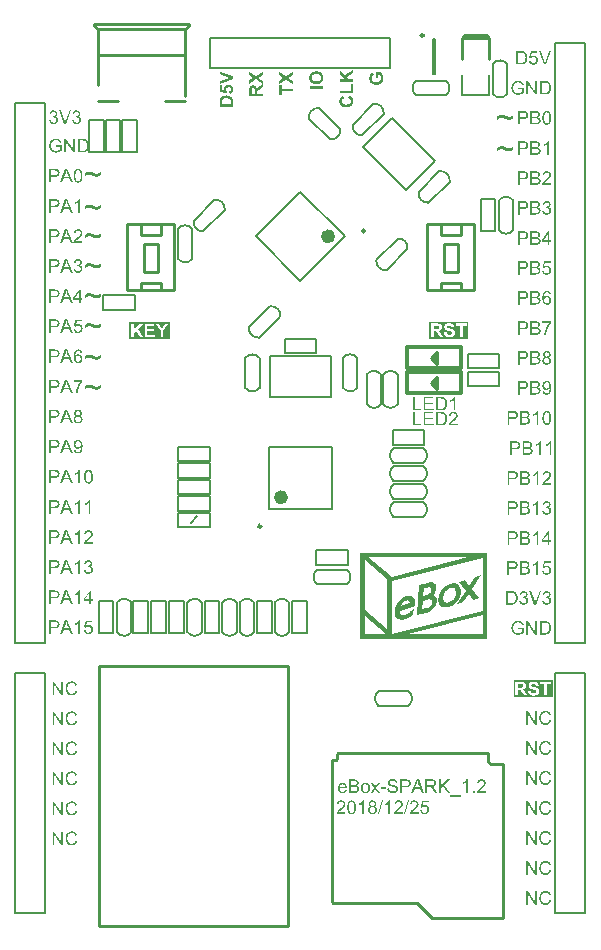
<source format=gto>
%FSLAX25Y25*%
%MOIN*%
G70*
G01*
G75*
G04 Layer_Color=65535*
%ADD10C,0.00700*%
%ADD11C,0.01000*%
%ADD12C,0.01700*%
%ADD13C,0.01500*%
%ADD14C,0.02000*%
%ADD15R,0.05906X0.09055*%
%ADD16R,0.05906X0.09449*%
%ADD17O,0.01181X0.08268*%
%ADD18O,0.08268X0.01181*%
%ADD19R,0.05000X0.08000*%
%ADD20R,0.03000X0.02500*%
%ADD21R,0.02500X0.03000*%
%ADD22R,0.06000X0.04921*%
G04:AMPARAMS|DCode=23|XSize=25mil|YSize=30mil|CornerRadius=0mil|HoleSize=0mil|Usage=FLASHONLY|Rotation=225.000|XOffset=0mil|YOffset=0mil|HoleType=Round|Shape=Rectangle|*
%AMROTATEDRECTD23*
4,1,4,-0.00177,0.01945,0.01945,-0.00177,0.00177,-0.01945,-0.01945,0.00177,-0.00177,0.01945,0.0*
%
%ADD23ROTATEDRECTD23*%

G04:AMPARAMS|DCode=24|XSize=25mil|YSize=30mil|CornerRadius=0mil|HoleSize=0mil|Usage=FLASHONLY|Rotation=315.000|XOffset=0mil|YOffset=0mil|HoleType=Round|Shape=Rectangle|*
%AMROTATEDRECTD24*
4,1,4,-0.01945,-0.00177,0.00177,0.01945,0.01945,0.00177,-0.00177,-0.01945,-0.01945,-0.00177,0.0*
%
%ADD24ROTATEDRECTD24*%

%ADD25R,0.07087X0.06299*%
%ADD26R,0.05118X0.02165*%
G04:AMPARAMS|DCode=27|XSize=11.81mil|YSize=82.68mil|CornerRadius=0mil|HoleSize=0mil|Usage=FLASHONLY|Rotation=225.000|XOffset=0mil|YOffset=0mil|HoleType=Round|Shape=Round|*
%AMOVALD27*
21,1,0.07087,0.01181,0.00000,0.00000,315.0*
1,1,0.01181,-0.02506,0.02506*
1,1,0.01181,0.02506,-0.02506*
%
%ADD27OVALD27*%

G04:AMPARAMS|DCode=28|XSize=11.81mil|YSize=82.68mil|CornerRadius=0mil|HoleSize=0mil|Usage=FLASHONLY|Rotation=315.000|XOffset=0mil|YOffset=0mil|HoleType=Round|Shape=Round|*
%AMOVALD28*
21,1,0.07087,0.01181,0.00000,0.00000,45.0*
1,1,0.01181,-0.02506,-0.02506*
1,1,0.01181,0.02506,0.02506*
%
%ADD28OVALD28*%

%ADD29R,0.04331X0.05512*%
%ADD30R,0.02756X0.06299*%
%ADD31R,0.04724X0.08661*%
%ADD32R,0.06299X0.05512*%
%ADD33R,0.01575X0.08465*%
G04:AMPARAMS|DCode=34|XSize=59.06mil|YSize=94.49mil|CornerRadius=0mil|HoleSize=0mil|Usage=FLASHONLY|Rotation=315.000|XOffset=0mil|YOffset=0mil|HoleType=Round|Shape=Rectangle|*
%AMROTATEDRECTD34*
4,1,4,-0.05429,-0.01253,0.01253,0.05429,0.05429,0.01253,-0.01253,-0.05429,-0.05429,-0.01253,0.0*
%
%ADD34ROTATEDRECTD34*%

G04:AMPARAMS|DCode=35|XSize=59.06mil|YSize=90.55mil|CornerRadius=0mil|HoleSize=0mil|Usage=FLASHONLY|Rotation=315.000|XOffset=0mil|YOffset=0mil|HoleType=Round|Shape=Rectangle|*
%AMROTATEDRECTD35*
4,1,4,-0.05289,-0.01114,0.01114,0.05289,0.05289,0.01114,-0.01114,-0.05289,-0.05289,-0.01114,0.0*
%
%ADD35ROTATEDRECTD35*%

%ADD36C,0.00500*%
%ADD37C,0.05906*%
%ADD38R,0.05906X0.05906*%
%ADD39R,0.05906X0.05906*%
%ADD40O,0.06200X0.08000*%
%ADD41C,0.09000*%
%ADD42C,0.07200*%
%ADD43R,0.06200X0.08000*%
%ADD44O,0.03937X0.06693*%
%ADD45C,0.17716*%
%ADD46C,0.02200*%
%ADD47C,0.05000*%
%ADD48C,0.03937*%
%ADD49C,0.00984*%
%ADD50C,0.02362*%
%ADD51C,0.00800*%
%ADD52C,0.00787*%
%ADD53C,0.01200*%
%ADD54R,0.08000X0.02000*%
G36*
X-75862Y218400D02*
X-76531D01*
X-77050Y219759D01*
X-78935D01*
X-79420Y218400D01*
X-80049D01*
X-78334Y222887D01*
X-77685D01*
X-75862Y218400D01*
D02*
G37*
G36*
X-81797Y222880D02*
X-81688Y222874D01*
X-81572Y222867D01*
X-81463Y222853D01*
X-81367Y222839D01*
X-81353D01*
X-81312Y222826D01*
X-81251Y222812D01*
X-81176Y222792D01*
X-81087Y222764D01*
X-80998Y222730D01*
X-80902Y222682D01*
X-80814Y222628D01*
X-80807Y222621D01*
X-80773Y222600D01*
X-80732Y222566D01*
X-80684Y222518D01*
X-80629Y222457D01*
X-80568Y222382D01*
X-80506Y222300D01*
X-80452Y222197D01*
X-80445Y222184D01*
X-80431Y222150D01*
X-80411Y222095D01*
X-80383Y222020D01*
X-80356Y221931D01*
X-80336Y221829D01*
X-80322Y221712D01*
X-80315Y221590D01*
Y221583D01*
Y221562D01*
Y221535D01*
X-80322Y221494D01*
X-80329Y221446D01*
X-80336Y221385D01*
X-80342Y221323D01*
X-80363Y221255D01*
X-80404Y221098D01*
X-80472Y220941D01*
X-80513Y220859D01*
X-80561Y220777D01*
X-80616Y220695D01*
X-80684Y220620D01*
X-80691Y220613D01*
X-80704Y220606D01*
X-80725Y220586D01*
X-80752Y220558D01*
X-80800Y220531D01*
X-80848Y220497D01*
X-80909Y220463D01*
X-80984Y220428D01*
X-81066Y220388D01*
X-81162Y220353D01*
X-81271Y220319D01*
X-81387Y220292D01*
X-81524Y220265D01*
X-81667Y220244D01*
X-81824Y220237D01*
X-81995Y220230D01*
X-83143D01*
Y218400D01*
X-83737D01*
Y222887D01*
X-81900D01*
X-81797Y222880D01*
D02*
G37*
G36*
Y212780D02*
X-81688Y212774D01*
X-81572Y212767D01*
X-81463Y212753D01*
X-81367Y212739D01*
X-81353D01*
X-81312Y212726D01*
X-81251Y212712D01*
X-81176Y212692D01*
X-81087Y212664D01*
X-80998Y212630D01*
X-80902Y212582D01*
X-80814Y212528D01*
X-80807Y212521D01*
X-80773Y212501D01*
X-80732Y212466D01*
X-80684Y212419D01*
X-80629Y212357D01*
X-80568Y212282D01*
X-80506Y212200D01*
X-80452Y212098D01*
X-80445Y212084D01*
X-80431Y212050D01*
X-80411Y211995D01*
X-80383Y211920D01*
X-80356Y211831D01*
X-80336Y211729D01*
X-80322Y211613D01*
X-80315Y211490D01*
Y211483D01*
Y211462D01*
Y211435D01*
X-80322Y211394D01*
X-80329Y211346D01*
X-80336Y211285D01*
X-80342Y211223D01*
X-80363Y211155D01*
X-80404Y210998D01*
X-80472Y210841D01*
X-80513Y210759D01*
X-80561Y210677D01*
X-80616Y210595D01*
X-80684Y210520D01*
X-80691Y210513D01*
X-80704Y210506D01*
X-80725Y210486D01*
X-80752Y210458D01*
X-80800Y210431D01*
X-80848Y210397D01*
X-80909Y210363D01*
X-80984Y210329D01*
X-81066Y210288D01*
X-81162Y210253D01*
X-81271Y210219D01*
X-81387Y210192D01*
X-81524Y210165D01*
X-81667Y210144D01*
X-81824Y210137D01*
X-81995Y210131D01*
X-83143D01*
Y208300D01*
X-83737D01*
Y212787D01*
X-81900D01*
X-81797Y212780D01*
D02*
G37*
G36*
X-74066Y222901D02*
X-73977Y222887D01*
X-73874Y222867D01*
X-73758Y222839D01*
X-73642Y222798D01*
X-73526Y222744D01*
X-73519D01*
X-73512Y222737D01*
X-73471Y222716D01*
X-73417Y222682D01*
X-73348Y222635D01*
X-73273Y222573D01*
X-73191Y222498D01*
X-73116Y222409D01*
X-73048Y222313D01*
X-73041Y222300D01*
X-73021Y222266D01*
X-72993Y222211D01*
X-72966Y222143D01*
X-72939Y222054D01*
X-72911Y221958D01*
X-72891Y221856D01*
X-72884Y221740D01*
Y221726D01*
Y221692D01*
X-72891Y221637D01*
X-72904Y221569D01*
X-72925Y221487D01*
X-72952Y221398D01*
X-72987Y221303D01*
X-73041Y221214D01*
X-73048Y221200D01*
X-73068Y221173D01*
X-73109Y221132D01*
X-73157Y221077D01*
X-73225Y221016D01*
X-73301Y220954D01*
X-73396Y220886D01*
X-73506Y220831D01*
X-73499D01*
X-73485Y220825D01*
X-73465D01*
X-73437Y220811D01*
X-73369Y220791D01*
X-73280Y220749D01*
X-73185Y220702D01*
X-73082Y220633D01*
X-72980Y220551D01*
X-72891Y220449D01*
X-72884Y220435D01*
X-72857Y220394D01*
X-72823Y220333D01*
X-72775Y220251D01*
X-72734Y220148D01*
X-72700Y220025D01*
X-72672Y219882D01*
X-72666Y219725D01*
Y219718D01*
Y219698D01*
Y219670D01*
X-72672Y219629D01*
X-72679Y219575D01*
X-72686Y219520D01*
X-72700Y219452D01*
X-72720Y219384D01*
X-72768Y219226D01*
X-72802Y219138D01*
X-72850Y219056D01*
X-72898Y218974D01*
X-72952Y218892D01*
X-73021Y218810D01*
X-73096Y218728D01*
X-73103Y218721D01*
X-73116Y218707D01*
X-73137Y218694D01*
X-73171Y218666D01*
X-73212Y218632D01*
X-73267Y218598D01*
X-73328Y218564D01*
X-73390Y218530D01*
X-73465Y218489D01*
X-73547Y218455D01*
X-73635Y218420D01*
X-73731Y218386D01*
X-73833Y218359D01*
X-73943Y218345D01*
X-74059Y218332D01*
X-74175Y218325D01*
X-74230D01*
X-74270Y218332D01*
X-74325Y218338D01*
X-74380Y218345D01*
X-74448Y218352D01*
X-74516Y218366D01*
X-74673Y218407D01*
X-74837Y218475D01*
X-74919Y218509D01*
X-74994Y218557D01*
X-75077Y218612D01*
X-75152Y218673D01*
X-75158Y218680D01*
X-75165Y218687D01*
X-75186Y218707D01*
X-75213Y218735D01*
X-75240Y218776D01*
X-75274Y218817D01*
X-75315Y218864D01*
X-75350Y218919D01*
X-75432Y219056D01*
X-75500Y219213D01*
X-75561Y219390D01*
X-75582Y219486D01*
X-75596Y219588D01*
X-75042Y219664D01*
Y219657D01*
X-75036Y219643D01*
Y219616D01*
X-75022Y219588D01*
X-75001Y219506D01*
X-74967Y219404D01*
X-74926Y219295D01*
X-74872Y219179D01*
X-74803Y219076D01*
X-74728Y218987D01*
X-74714Y218981D01*
X-74687Y218953D01*
X-74639Y218926D01*
X-74571Y218885D01*
X-74496Y218851D01*
X-74400Y218817D01*
X-74291Y218789D01*
X-74175Y218782D01*
X-74134D01*
X-74107Y218789D01*
X-74038Y218796D01*
X-73949Y218817D01*
X-73840Y218851D01*
X-73731Y218892D01*
X-73622Y218960D01*
X-73519Y219049D01*
X-73506Y219062D01*
X-73478Y219097D01*
X-73437Y219151D01*
X-73383Y219233D01*
X-73335Y219329D01*
X-73294Y219445D01*
X-73267Y219575D01*
X-73253Y219718D01*
Y219725D01*
Y219732D01*
Y219752D01*
X-73260Y219780D01*
X-73267Y219848D01*
X-73287Y219937D01*
X-73314Y220032D01*
X-73362Y220142D01*
X-73424Y220244D01*
X-73506Y220340D01*
X-73519Y220353D01*
X-73547Y220381D01*
X-73601Y220415D01*
X-73676Y220463D01*
X-73765Y220510D01*
X-73874Y220545D01*
X-73990Y220572D01*
X-74127Y220586D01*
X-74189D01*
X-74236Y220579D01*
X-74291Y220572D01*
X-74359Y220565D01*
X-74435Y220551D01*
X-74516Y220531D01*
X-74455Y221016D01*
X-74421D01*
X-74393Y221009D01*
X-74305D01*
X-74243Y221016D01*
X-74154Y221029D01*
X-74059Y221050D01*
X-73956Y221084D01*
X-73847Y221125D01*
X-73738Y221187D01*
X-73724Y221193D01*
X-73690Y221221D01*
X-73649Y221269D01*
X-73594Y221330D01*
X-73540Y221405D01*
X-73499Y221501D01*
X-73465Y221617D01*
X-73451Y221754D01*
Y221760D01*
Y221767D01*
Y221801D01*
X-73465Y221856D01*
X-73478Y221931D01*
X-73499Y222006D01*
X-73540Y222088D01*
X-73588Y222177D01*
X-73656Y222252D01*
X-73663Y222259D01*
X-73690Y222286D01*
X-73738Y222320D01*
X-73799Y222355D01*
X-73874Y222395D01*
X-73963Y222423D01*
X-74066Y222450D01*
X-74182Y222457D01*
X-74236D01*
X-74298Y222443D01*
X-74366Y222430D01*
X-74455Y222409D01*
X-74544Y222368D01*
X-74633Y222320D01*
X-74721Y222252D01*
X-74728Y222245D01*
X-74756Y222218D01*
X-74790Y222170D01*
X-74831Y222102D01*
X-74878Y222020D01*
X-74919Y221917D01*
X-74960Y221795D01*
X-74988Y221651D01*
X-75541Y221747D01*
Y221754D01*
X-75534Y221774D01*
X-75527Y221801D01*
X-75520Y221835D01*
X-75507Y221883D01*
X-75493Y221938D01*
X-75445Y222061D01*
X-75391Y222197D01*
X-75309Y222341D01*
X-75213Y222478D01*
X-75090Y222600D01*
X-75083Y222607D01*
X-75077Y222614D01*
X-75056Y222628D01*
X-75022Y222648D01*
X-74988Y222669D01*
X-74947Y222696D01*
X-74844Y222758D01*
X-74714Y222812D01*
X-74557Y222860D01*
X-74387Y222894D01*
X-74291Y222908D01*
X-74134D01*
X-74066Y222901D01*
D02*
G37*
G36*
X-81797Y232847D02*
X-81688Y232840D01*
X-81572Y232834D01*
X-81463Y232820D01*
X-81367Y232806D01*
X-81353D01*
X-81312Y232792D01*
X-81251Y232779D01*
X-81176Y232758D01*
X-81087Y232731D01*
X-80998Y232697D01*
X-80902Y232649D01*
X-80814Y232594D01*
X-80807Y232588D01*
X-80773Y232567D01*
X-80732Y232533D01*
X-80684Y232485D01*
X-80629Y232424D01*
X-80568Y232349D01*
X-80506Y232267D01*
X-80452Y232164D01*
X-80445Y232151D01*
X-80431Y232116D01*
X-80411Y232062D01*
X-80383Y231987D01*
X-80356Y231898D01*
X-80336Y231795D01*
X-80322Y231679D01*
X-80315Y231556D01*
Y231550D01*
Y231529D01*
Y231502D01*
X-80322Y231461D01*
X-80329Y231413D01*
X-80336Y231351D01*
X-80342Y231290D01*
X-80363Y231222D01*
X-80404Y231065D01*
X-80472Y230908D01*
X-80513Y230825D01*
X-80561Y230744D01*
X-80616Y230662D01*
X-80684Y230586D01*
X-80691Y230580D01*
X-80704Y230573D01*
X-80725Y230552D01*
X-80752Y230525D01*
X-80800Y230498D01*
X-80848Y230464D01*
X-80909Y230429D01*
X-80984Y230395D01*
X-81066Y230354D01*
X-81162Y230320D01*
X-81271Y230286D01*
X-81387Y230259D01*
X-81524Y230231D01*
X-81667Y230211D01*
X-81824Y230204D01*
X-81995Y230197D01*
X-83143D01*
Y228367D01*
X-83737D01*
Y232854D01*
X-81900D01*
X-81797Y232847D01*
D02*
G37*
G36*
X-73526Y238400D02*
X-74079D01*
Y241911D01*
X-74086Y241904D01*
X-74114Y241877D01*
X-74161Y241842D01*
X-74223Y241794D01*
X-74298Y241733D01*
X-74387Y241672D01*
X-74489Y241597D01*
X-74605Y241528D01*
X-74612D01*
X-74619Y241521D01*
X-74660Y241494D01*
X-74721Y241460D01*
X-74796Y241419D01*
X-74885Y241371D01*
X-74981Y241330D01*
X-75083Y241282D01*
X-75179Y241241D01*
Y241781D01*
X-75172D01*
X-75158Y241788D01*
X-75131Y241801D01*
X-75104Y241822D01*
X-75063Y241842D01*
X-75015Y241863D01*
X-74906Y241924D01*
X-74783Y241999D01*
X-74646Y242088D01*
X-74510Y242191D01*
X-74380Y242300D01*
X-74373Y242307D01*
X-74366Y242314D01*
X-74325Y242355D01*
X-74264Y242416D01*
X-74189Y242491D01*
X-74107Y242587D01*
X-74025Y242689D01*
X-73949Y242798D01*
X-73888Y242908D01*
X-73526D01*
Y238400D01*
D02*
G37*
G36*
X-74011Y232868D02*
X-73956Y232861D01*
X-73895Y232854D01*
X-73827Y232847D01*
X-73751Y232827D01*
X-73588Y232786D01*
X-73417Y232724D01*
X-73328Y232683D01*
X-73246Y232635D01*
X-73171Y232574D01*
X-73096Y232512D01*
X-73089Y232506D01*
X-73082Y232499D01*
X-73062Y232478D01*
X-73034Y232451D01*
X-73007Y232410D01*
X-72973Y232369D01*
X-72904Y232267D01*
X-72836Y232137D01*
X-72775Y231987D01*
X-72727Y231816D01*
X-72720Y231720D01*
X-72713Y231625D01*
Y231611D01*
Y231577D01*
X-72720Y231522D01*
X-72727Y231454D01*
X-72741Y231372D01*
X-72761Y231283D01*
X-72788Y231188D01*
X-72829Y231092D01*
X-72836Y231078D01*
X-72850Y231044D01*
X-72877Y230996D01*
X-72918Y230928D01*
X-72966Y230846D01*
X-73027Y230750D01*
X-73109Y230655D01*
X-73198Y230545D01*
X-73212Y230532D01*
X-73246Y230491D01*
X-73308Y230429D01*
X-73348Y230388D01*
X-73396Y230341D01*
X-73451Y230286D01*
X-73519Y230224D01*
X-73588Y230163D01*
X-73663Y230088D01*
X-73745Y230013D01*
X-73840Y229931D01*
X-73936Y229849D01*
X-74045Y229753D01*
X-74052Y229746D01*
X-74066Y229733D01*
X-74093Y229712D01*
X-74127Y229685D01*
X-74209Y229617D01*
X-74312Y229528D01*
X-74414Y229432D01*
X-74523Y229337D01*
X-74612Y229255D01*
X-74646Y229220D01*
X-74680Y229186D01*
X-74687Y229180D01*
X-74701Y229159D01*
X-74728Y229132D01*
X-74762Y229091D01*
X-74837Y229002D01*
X-74913Y228893D01*
X-72707D01*
Y228367D01*
X-75678D01*
Y228374D01*
Y228401D01*
Y228442D01*
X-75671Y228490D01*
X-75664Y228544D01*
X-75657Y228606D01*
X-75637Y228674D01*
X-75616Y228742D01*
Y228749D01*
X-75609Y228756D01*
X-75596Y228797D01*
X-75568Y228852D01*
X-75527Y228934D01*
X-75479Y229022D01*
X-75411Y229125D01*
X-75343Y229227D01*
X-75254Y229337D01*
Y229343D01*
X-75240Y229350D01*
X-75206Y229391D01*
X-75152Y229453D01*
X-75070Y229535D01*
X-74967Y229630D01*
X-74844Y229746D01*
X-74694Y229876D01*
X-74530Y230019D01*
X-74523Y230026D01*
X-74496Y230047D01*
X-74462Y230074D01*
X-74414Y230122D01*
X-74353Y230170D01*
X-74284Y230231D01*
X-74134Y230361D01*
X-73970Y230518D01*
X-73806Y230675D01*
X-73724Y230750D01*
X-73656Y230825D01*
X-73594Y230901D01*
X-73540Y230969D01*
Y230976D01*
X-73526Y230983D01*
X-73512Y231003D01*
X-73499Y231030D01*
X-73458Y231099D01*
X-73410Y231188D01*
X-73362Y231290D01*
X-73321Y231399D01*
X-73294Y231522D01*
X-73280Y231638D01*
Y231645D01*
Y231652D01*
X-73287Y231693D01*
X-73294Y231754D01*
X-73308Y231830D01*
X-73342Y231918D01*
X-73383Y232007D01*
X-73437Y232103D01*
X-73519Y232191D01*
X-73533Y232198D01*
X-73560Y232226D01*
X-73615Y232260D01*
X-73683Y232308D01*
X-73772Y232349D01*
X-73874Y232383D01*
X-73997Y232410D01*
X-74134Y232417D01*
X-74175D01*
X-74202Y232410D01*
X-74270Y232403D01*
X-74359Y232390D01*
X-74462Y232355D01*
X-74571Y232314D01*
X-74673Y232253D01*
X-74769Y232171D01*
X-74776Y232157D01*
X-74803Y232130D01*
X-74844Y232075D01*
X-74885Y232000D01*
X-74933Y231905D01*
X-74967Y231795D01*
X-74994Y231666D01*
X-75008Y231515D01*
X-75575Y231577D01*
Y231584D01*
Y231604D01*
X-75568Y231638D01*
X-75561Y231679D01*
X-75548Y231734D01*
X-75541Y231795D01*
X-75500Y231932D01*
X-75445Y232089D01*
X-75370Y232246D01*
X-75268Y232403D01*
X-75213Y232471D01*
X-75145Y232540D01*
X-75138Y232547D01*
X-75124Y232554D01*
X-75104Y232574D01*
X-75077Y232594D01*
X-75036Y232615D01*
X-74988Y232649D01*
X-74933Y232676D01*
X-74872Y232711D01*
X-74803Y232738D01*
X-74728Y232772D01*
X-74639Y232799D01*
X-74551Y232820D01*
X-74346Y232861D01*
X-74236Y232868D01*
X-74120Y232874D01*
X-74059D01*
X-74011Y232868D01*
D02*
G37*
G36*
X-75862Y228367D02*
X-76531D01*
X-77050Y229726D01*
X-78935D01*
X-79420Y228367D01*
X-80049D01*
X-78334Y232854D01*
X-77685D01*
X-75862Y228367D01*
D02*
G37*
G36*
X-81797Y162680D02*
X-81688Y162674D01*
X-81572Y162667D01*
X-81463Y162653D01*
X-81367Y162639D01*
X-81353D01*
X-81312Y162626D01*
X-81251Y162612D01*
X-81176Y162592D01*
X-81087Y162564D01*
X-80998Y162530D01*
X-80902Y162482D01*
X-80814Y162428D01*
X-80807Y162421D01*
X-80773Y162400D01*
X-80732Y162366D01*
X-80684Y162319D01*
X-80629Y162257D01*
X-80568Y162182D01*
X-80506Y162100D01*
X-80452Y161997D01*
X-80445Y161984D01*
X-80431Y161950D01*
X-80411Y161895D01*
X-80383Y161820D01*
X-80356Y161731D01*
X-80336Y161629D01*
X-80322Y161512D01*
X-80315Y161390D01*
Y161383D01*
Y161362D01*
Y161335D01*
X-80322Y161294D01*
X-80329Y161246D01*
X-80336Y161185D01*
X-80342Y161123D01*
X-80363Y161055D01*
X-80404Y160898D01*
X-80472Y160741D01*
X-80513Y160659D01*
X-80561Y160577D01*
X-80616Y160495D01*
X-80684Y160420D01*
X-80691Y160413D01*
X-80704Y160406D01*
X-80725Y160386D01*
X-80752Y160358D01*
X-80800Y160331D01*
X-80848Y160297D01*
X-80909Y160263D01*
X-80984Y160229D01*
X-81066Y160187D01*
X-81162Y160153D01*
X-81271Y160119D01*
X-81387Y160092D01*
X-81524Y160065D01*
X-81667Y160044D01*
X-81824Y160037D01*
X-81995Y160030D01*
X-83143D01*
Y158200D01*
X-83737D01*
Y162687D01*
X-81900D01*
X-81797Y162680D01*
D02*
G37*
G36*
X-75862Y168233D02*
X-76531D01*
X-77050Y169592D01*
X-78935D01*
X-79420Y168233D01*
X-80049D01*
X-78334Y172721D01*
X-77685D01*
X-75862Y168233D01*
D02*
G37*
G36*
X-74120Y162701D02*
X-74086D01*
X-74038Y162694D01*
X-73929Y162680D01*
X-73806Y162646D01*
X-73676Y162605D01*
X-73533Y162551D01*
X-73396Y162469D01*
X-73390D01*
X-73383Y162455D01*
X-73362Y162441D01*
X-73335Y162428D01*
X-73273Y162373D01*
X-73191Y162298D01*
X-73103Y162196D01*
X-73007Y162086D01*
X-72918Y161950D01*
X-72843Y161793D01*
Y161786D01*
X-72836Y161772D01*
X-72823Y161745D01*
X-72816Y161711D01*
X-72795Y161670D01*
X-72782Y161615D01*
X-72768Y161547D01*
X-72747Y161472D01*
X-72727Y161390D01*
X-72713Y161294D01*
X-72693Y161191D01*
X-72679Y161082D01*
X-72672Y160959D01*
X-72659Y160829D01*
X-72652Y160686D01*
Y160536D01*
Y160529D01*
Y160495D01*
Y160454D01*
Y160392D01*
X-72659Y160324D01*
Y160235D01*
X-72666Y160146D01*
X-72672Y160044D01*
X-72700Y159826D01*
X-72734Y159593D01*
X-72782Y159368D01*
X-72809Y159265D01*
X-72843Y159163D01*
Y159156D01*
X-72850Y159142D01*
X-72864Y159115D01*
X-72877Y159081D01*
X-72898Y159033D01*
X-72918Y158985D01*
X-72980Y158876D01*
X-73062Y158746D01*
X-73157Y158617D01*
X-73267Y158494D01*
X-73396Y158384D01*
X-73403D01*
X-73410Y158371D01*
X-73430Y158364D01*
X-73465Y158343D01*
X-73499Y158323D01*
X-73540Y158302D01*
X-73642Y158255D01*
X-73772Y158207D01*
X-73915Y158166D01*
X-74086Y158139D01*
X-74264Y158125D01*
X-74312D01*
X-74353Y158132D01*
X-74393D01*
X-74448Y158139D01*
X-74571Y158159D01*
X-74708Y158193D01*
X-74851Y158248D01*
X-74988Y158316D01*
X-75124Y158412D01*
X-75131Y158419D01*
X-75138Y158425D01*
X-75179Y158466D01*
X-75234Y158535D01*
X-75302Y158623D01*
X-75370Y158740D01*
X-75432Y158883D01*
X-75486Y159047D01*
X-75520Y159238D01*
X-74994Y159279D01*
Y159272D01*
Y159265D01*
X-74988Y159245D01*
X-74981Y159218D01*
X-74967Y159149D01*
X-74940Y159074D01*
X-74906Y158985D01*
X-74865Y158897D01*
X-74810Y158808D01*
X-74742Y158740D01*
X-74735Y158733D01*
X-74708Y158712D01*
X-74667Y158685D01*
X-74605Y158658D01*
X-74537Y158630D01*
X-74455Y158603D01*
X-74359Y158582D01*
X-74250Y158576D01*
X-74209D01*
X-74161Y158582D01*
X-74100Y158589D01*
X-74032Y158603D01*
X-73956Y158623D01*
X-73881Y158651D01*
X-73806Y158692D01*
X-73799Y158699D01*
X-73772Y158712D01*
X-73738Y158740D01*
X-73697Y158774D01*
X-73642Y158815D01*
X-73594Y158869D01*
X-73540Y158931D01*
X-73492Y158999D01*
X-73485Y159006D01*
X-73471Y159033D01*
X-73451Y159081D01*
X-73417Y159142D01*
X-73390Y159218D01*
X-73355Y159306D01*
X-73321Y159409D01*
X-73287Y159525D01*
Y159532D01*
X-73280Y159539D01*
Y159559D01*
X-73273Y159580D01*
X-73260Y159648D01*
X-73246Y159737D01*
X-73232Y159839D01*
X-73219Y159949D01*
X-73205Y160071D01*
Y160201D01*
Y160208D01*
Y160229D01*
Y160263D01*
Y160310D01*
X-73212Y160297D01*
X-73239Y160269D01*
X-73273Y160215D01*
X-73328Y160160D01*
X-73390Y160092D01*
X-73471Y160017D01*
X-73560Y159949D01*
X-73663Y159880D01*
X-73676Y159873D01*
X-73711Y159853D01*
X-73772Y159832D01*
X-73847Y159805D01*
X-73936Y159771D01*
X-74038Y159750D01*
X-74154Y159730D01*
X-74277Y159723D01*
X-74332D01*
X-74373Y159730D01*
X-74421Y159737D01*
X-74475Y159744D01*
X-74605Y159771D01*
X-74756Y159819D01*
X-74831Y159853D01*
X-74913Y159894D01*
X-74988Y159942D01*
X-75070Y159996D01*
X-75145Y160058D01*
X-75220Y160126D01*
X-75227Y160133D01*
X-75234Y160146D01*
X-75254Y160167D01*
X-75281Y160201D01*
X-75309Y160242D01*
X-75343Y160290D01*
X-75377Y160345D01*
X-75411Y160413D01*
X-75445Y160481D01*
X-75479Y160563D01*
X-75514Y160652D01*
X-75541Y160748D01*
X-75568Y160850D01*
X-75589Y160952D01*
X-75596Y161069D01*
X-75602Y161191D01*
Y161198D01*
Y161219D01*
Y161260D01*
X-75596Y161308D01*
X-75589Y161362D01*
X-75582Y161431D01*
X-75568Y161506D01*
X-75555Y161588D01*
X-75507Y161758D01*
X-75473Y161854D01*
X-75432Y161943D01*
X-75391Y162038D01*
X-75336Y162127D01*
X-75274Y162209D01*
X-75206Y162291D01*
X-75199Y162298D01*
X-75186Y162312D01*
X-75165Y162332D01*
X-75131Y162359D01*
X-75097Y162387D01*
X-75049Y162421D01*
X-74994Y162462D01*
X-74926Y162503D01*
X-74858Y162537D01*
X-74783Y162578D01*
X-74612Y162646D01*
X-74516Y162667D01*
X-74414Y162687D01*
X-74305Y162701D01*
X-74195Y162708D01*
X-74154D01*
X-74120Y162701D01*
D02*
G37*
G36*
X-75862Y158200D02*
X-76531D01*
X-77050Y159559D01*
X-78935D01*
X-79420Y158200D01*
X-80049D01*
X-78334Y162687D01*
X-77685D01*
X-75862Y158200D01*
D02*
G37*
G36*
X-73287Y209878D02*
X-72679D01*
Y209372D01*
X-73287D01*
Y208300D01*
X-73840D01*
Y209372D01*
X-75787D01*
Y209878D01*
X-73738Y212780D01*
X-73287D01*
Y209878D01*
D02*
G37*
G36*
X-75862Y208300D02*
X-76531D01*
X-77050Y209659D01*
X-78935D01*
X-79420Y208300D01*
X-80049D01*
X-78334Y212787D01*
X-77685D01*
X-75862Y208300D01*
D02*
G37*
G36*
X-81797Y172714D02*
X-81688Y172707D01*
X-81572Y172700D01*
X-81463Y172687D01*
X-81367Y172673D01*
X-81353D01*
X-81312Y172659D01*
X-81251Y172645D01*
X-81176Y172625D01*
X-81087Y172598D01*
X-80998Y172564D01*
X-80902Y172516D01*
X-80814Y172461D01*
X-80807Y172454D01*
X-80773Y172434D01*
X-80732Y172400D01*
X-80684Y172352D01*
X-80629Y172290D01*
X-80568Y172215D01*
X-80506Y172133D01*
X-80452Y172031D01*
X-80445Y172017D01*
X-80431Y171983D01*
X-80411Y171928D01*
X-80383Y171853D01*
X-80356Y171764D01*
X-80336Y171662D01*
X-80322Y171546D01*
X-80315Y171423D01*
Y171416D01*
Y171396D01*
Y171368D01*
X-80322Y171327D01*
X-80329Y171280D01*
X-80336Y171218D01*
X-80342Y171157D01*
X-80363Y171088D01*
X-80404Y170931D01*
X-80472Y170774D01*
X-80513Y170692D01*
X-80561Y170610D01*
X-80616Y170528D01*
X-80684Y170453D01*
X-80691Y170446D01*
X-80704Y170439D01*
X-80725Y170419D01*
X-80752Y170392D01*
X-80800Y170364D01*
X-80848Y170330D01*
X-80909Y170296D01*
X-80984Y170262D01*
X-81066Y170221D01*
X-81162Y170187D01*
X-81271Y170152D01*
X-81387Y170125D01*
X-81524Y170098D01*
X-81667Y170077D01*
X-81824Y170071D01*
X-81995Y170064D01*
X-83143D01*
Y168233D01*
X-83737D01*
Y172721D01*
X-81900D01*
X-81797Y172714D01*
D02*
G37*
G36*
X-74052Y172734D02*
X-73997D01*
X-73943Y172721D01*
X-73806Y172700D01*
X-73656Y172659D01*
X-73499Y172598D01*
X-73417Y172557D01*
X-73342Y172516D01*
X-73267Y172461D01*
X-73198Y172400D01*
X-73191Y172393D01*
X-73185Y172386D01*
X-73164Y172365D01*
X-73144Y172338D01*
X-73116Y172304D01*
X-73082Y172263D01*
X-73014Y172167D01*
X-72952Y172045D01*
X-72891Y171901D01*
X-72850Y171744D01*
X-72843Y171655D01*
X-72836Y171566D01*
Y171553D01*
Y171512D01*
X-72843Y171457D01*
X-72857Y171382D01*
X-72877Y171293D01*
X-72904Y171204D01*
X-72945Y171109D01*
X-73000Y171020D01*
X-73007Y171013D01*
X-73027Y170986D01*
X-73068Y170945D01*
X-73123Y170890D01*
X-73191Y170835D01*
X-73280Y170781D01*
X-73383Y170719D01*
X-73499Y170672D01*
X-73492D01*
X-73478Y170665D01*
X-73458Y170658D01*
X-73430Y170644D01*
X-73355Y170610D01*
X-73267Y170569D01*
X-73164Y170508D01*
X-73062Y170433D01*
X-72959Y170337D01*
X-72870Y170235D01*
X-72864Y170221D01*
X-72836Y170180D01*
X-72802Y170118D01*
X-72761Y170030D01*
X-72720Y169927D01*
X-72686Y169804D01*
X-72659Y169668D01*
X-72652Y169517D01*
Y169510D01*
Y169490D01*
Y169463D01*
X-72659Y169422D01*
X-72666Y169374D01*
X-72672Y169312D01*
X-72700Y169176D01*
X-72754Y169026D01*
X-72782Y168944D01*
X-72823Y168862D01*
X-72870Y168780D01*
X-72925Y168698D01*
X-72987Y168623D01*
X-73062Y168547D01*
X-73068Y168541D01*
X-73082Y168534D01*
X-73103Y168513D01*
X-73137Y168486D01*
X-73178Y168459D01*
X-73225Y168424D01*
X-73280Y168390D01*
X-73348Y168356D01*
X-73424Y168315D01*
X-73506Y168281D01*
X-73594Y168247D01*
X-73690Y168220D01*
X-73786Y168192D01*
X-73895Y168172D01*
X-74011Y168165D01*
X-74134Y168158D01*
X-74195D01*
X-74243Y168165D01*
X-74298Y168172D01*
X-74366Y168179D01*
X-74435Y168192D01*
X-74516Y168206D01*
X-74687Y168254D01*
X-74776Y168288D01*
X-74865Y168322D01*
X-74954Y168370D01*
X-75042Y168418D01*
X-75124Y168479D01*
X-75206Y168547D01*
X-75213Y168554D01*
X-75227Y168568D01*
X-75240Y168588D01*
X-75268Y168616D01*
X-75302Y168657D01*
X-75336Y168705D01*
X-75370Y168759D01*
X-75404Y168821D01*
X-75445Y168889D01*
X-75479Y168964D01*
X-75548Y169128D01*
X-75575Y169224D01*
X-75589Y169319D01*
X-75602Y169422D01*
X-75609Y169531D01*
Y169538D01*
Y169552D01*
Y169572D01*
X-75602Y169606D01*
Y169640D01*
X-75596Y169688D01*
X-75582Y169784D01*
X-75555Y169900D01*
X-75514Y170023D01*
X-75466Y170146D01*
X-75391Y170262D01*
Y170269D01*
X-75377Y170275D01*
X-75350Y170310D01*
X-75295Y170364D01*
X-75227Y170426D01*
X-75138Y170494D01*
X-75029Y170562D01*
X-74899Y170624D01*
X-74756Y170672D01*
X-74762D01*
X-74769Y170678D01*
X-74810Y170692D01*
X-74872Y170726D01*
X-74947Y170760D01*
X-75036Y170815D01*
X-75117Y170877D01*
X-75199Y170945D01*
X-75268Y171027D01*
X-75274Y171040D01*
X-75295Y171068D01*
X-75322Y171116D01*
X-75350Y171184D01*
X-75377Y171266D01*
X-75404Y171361D01*
X-75425Y171464D01*
X-75432Y171580D01*
Y171587D01*
Y171600D01*
Y171628D01*
X-75425Y171662D01*
X-75418Y171703D01*
X-75411Y171751D01*
X-75391Y171867D01*
X-75350Y171997D01*
X-75281Y172133D01*
X-75247Y172208D01*
X-75199Y172277D01*
X-75145Y172345D01*
X-75083Y172406D01*
X-75077Y172413D01*
X-75070Y172420D01*
X-75049Y172441D01*
X-75022Y172461D01*
X-74981Y172482D01*
X-74940Y172516D01*
X-74892Y172543D01*
X-74831Y172577D01*
X-74701Y172639D01*
X-74537Y172687D01*
X-74353Y172727D01*
X-74257Y172734D01*
X-74148Y172741D01*
X-74093D01*
X-74052Y172734D01*
D02*
G37*
G36*
X-75862Y238400D02*
X-76531D01*
X-77050Y239759D01*
X-78935D01*
X-79420Y238400D01*
X-80049D01*
X-78334Y242887D01*
X-77685D01*
X-75862Y238400D01*
D02*
G37*
G36*
X-72843Y202226D02*
X-74633D01*
X-74878Y201017D01*
X-74872Y201024D01*
X-74858Y201031D01*
X-74837Y201045D01*
X-74810Y201065D01*
X-74769Y201086D01*
X-74728Y201106D01*
X-74619Y201161D01*
X-74496Y201216D01*
X-74353Y201256D01*
X-74195Y201291D01*
X-74032Y201304D01*
X-73977D01*
X-73936Y201297D01*
X-73881Y201291D01*
X-73827Y201284D01*
X-73758Y201270D01*
X-73690Y201256D01*
X-73533Y201202D01*
X-73451Y201175D01*
X-73369Y201134D01*
X-73280Y201086D01*
X-73198Y201031D01*
X-73116Y200970D01*
X-73041Y200895D01*
X-73034Y200888D01*
X-73021Y200874D01*
X-73000Y200854D01*
X-72980Y200819D01*
X-72945Y200778D01*
X-72911Y200731D01*
X-72877Y200676D01*
X-72836Y200615D01*
X-72795Y200539D01*
X-72761Y200464D01*
X-72727Y200376D01*
X-72693Y200287D01*
X-72672Y200184D01*
X-72652Y200082D01*
X-72638Y199966D01*
X-72631Y199850D01*
Y199843D01*
Y199822D01*
Y199788D01*
X-72638Y199747D01*
X-72645Y199692D01*
X-72652Y199631D01*
X-72659Y199563D01*
X-72672Y199488D01*
X-72720Y199324D01*
X-72782Y199153D01*
X-72823Y199057D01*
X-72870Y198969D01*
X-72925Y198880D01*
X-72987Y198798D01*
X-72993Y198791D01*
X-73007Y198777D01*
X-73034Y198750D01*
X-73068Y198716D01*
X-73109Y198675D01*
X-73164Y198627D01*
X-73225Y198579D01*
X-73301Y198531D01*
X-73376Y198477D01*
X-73465Y198429D01*
X-73567Y198381D01*
X-73669Y198340D01*
X-73786Y198306D01*
X-73902Y198279D01*
X-74032Y198265D01*
X-74168Y198258D01*
X-74230D01*
X-74270Y198265D01*
X-74318Y198272D01*
X-74380Y198279D01*
X-74448Y198285D01*
X-74523Y198299D01*
X-74680Y198340D01*
X-74844Y198402D01*
X-74926Y198443D01*
X-75008Y198490D01*
X-75090Y198538D01*
X-75165Y198600D01*
X-75172Y198607D01*
X-75179Y198613D01*
X-75199Y198634D01*
X-75227Y198661D01*
X-75254Y198695D01*
X-75288Y198736D01*
X-75322Y198784D01*
X-75363Y198839D01*
X-75438Y198969D01*
X-75514Y199126D01*
X-75568Y199303D01*
X-75589Y199406D01*
X-75602Y199508D01*
X-75022Y199549D01*
Y199542D01*
Y199529D01*
X-75015Y199508D01*
X-75008Y199481D01*
X-74988Y199406D01*
X-74960Y199310D01*
X-74926Y199207D01*
X-74872Y199105D01*
X-74810Y199003D01*
X-74728Y198914D01*
X-74714Y198907D01*
X-74687Y198880D01*
X-74639Y198852D01*
X-74571Y198811D01*
X-74489Y198777D01*
X-74393Y198743D01*
X-74284Y198716D01*
X-74168Y198709D01*
X-74127D01*
X-74100Y198716D01*
X-74025Y198723D01*
X-73929Y198743D01*
X-73827Y198784D01*
X-73711Y198832D01*
X-73601Y198907D01*
X-73547Y198948D01*
X-73492Y199003D01*
Y199010D01*
X-73478Y199016D01*
X-73451Y199057D01*
X-73403Y199126D01*
X-73355Y199214D01*
X-73308Y199330D01*
X-73260Y199467D01*
X-73232Y199624D01*
X-73219Y199802D01*
Y199809D01*
Y199822D01*
Y199850D01*
X-73225Y199877D01*
Y199918D01*
X-73232Y199966D01*
X-73253Y200075D01*
X-73280Y200191D01*
X-73328Y200314D01*
X-73396Y200437D01*
X-73485Y200546D01*
X-73499Y200560D01*
X-73533Y200587D01*
X-73588Y200635D01*
X-73669Y200683D01*
X-73765Y200731D01*
X-73888Y200778D01*
X-74025Y200806D01*
X-74175Y200819D01*
X-74223D01*
X-74270Y200813D01*
X-74339Y200806D01*
X-74414Y200785D01*
X-74496Y200765D01*
X-74578Y200731D01*
X-74660Y200690D01*
X-74667Y200683D01*
X-74694Y200669D01*
X-74735Y200642D01*
X-74783Y200608D01*
X-74831Y200560D01*
X-74885Y200505D01*
X-74940Y200444D01*
X-74988Y200376D01*
X-75507Y200451D01*
X-75070Y202752D01*
X-72843D01*
Y202226D01*
D02*
G37*
G36*
X-75862Y198333D02*
X-76531D01*
X-77050Y199692D01*
X-78935D01*
X-79420Y198333D01*
X-80049D01*
X-78334Y202821D01*
X-77685D01*
X-75862Y198333D01*
D02*
G37*
G36*
Y188300D02*
X-76531D01*
X-77050Y189659D01*
X-78935D01*
X-79420Y188300D01*
X-80049D01*
X-78334Y192787D01*
X-77685D01*
X-75862Y188300D01*
D02*
G37*
G36*
X-81797Y192780D02*
X-81688Y192774D01*
X-81572Y192767D01*
X-81463Y192753D01*
X-81367Y192739D01*
X-81353D01*
X-81312Y192726D01*
X-81251Y192712D01*
X-81176Y192692D01*
X-81087Y192664D01*
X-80998Y192630D01*
X-80902Y192582D01*
X-80814Y192528D01*
X-80807Y192521D01*
X-80773Y192500D01*
X-80732Y192466D01*
X-80684Y192419D01*
X-80629Y192357D01*
X-80568Y192282D01*
X-80506Y192200D01*
X-80452Y192097D01*
X-80445Y192084D01*
X-80431Y192050D01*
X-80411Y191995D01*
X-80383Y191920D01*
X-80356Y191831D01*
X-80336Y191729D01*
X-80322Y191613D01*
X-80315Y191490D01*
Y191483D01*
Y191462D01*
Y191435D01*
X-80322Y191394D01*
X-80329Y191346D01*
X-80336Y191285D01*
X-80342Y191223D01*
X-80363Y191155D01*
X-80404Y190998D01*
X-80472Y190841D01*
X-80513Y190759D01*
X-80561Y190677D01*
X-80616Y190595D01*
X-80684Y190520D01*
X-80691Y190513D01*
X-80704Y190506D01*
X-80725Y190486D01*
X-80752Y190458D01*
X-80800Y190431D01*
X-80848Y190397D01*
X-80909Y190363D01*
X-80984Y190329D01*
X-81066Y190287D01*
X-81162Y190253D01*
X-81271Y190219D01*
X-81387Y190192D01*
X-81524Y190165D01*
X-81667Y190144D01*
X-81824Y190137D01*
X-81995Y190130D01*
X-83143D01*
Y188300D01*
X-83737D01*
Y192787D01*
X-81900D01*
X-81797Y192780D01*
D02*
G37*
G36*
X74983Y172254D02*
X75031D01*
X75147Y172247D01*
X75277Y172227D01*
X75414Y172206D01*
X75550Y172172D01*
X75673Y172124D01*
X75680D01*
X75687Y172117D01*
X75728Y172097D01*
X75782Y172063D01*
X75851Y172022D01*
X75933Y171960D01*
X76015Y171885D01*
X76090Y171803D01*
X76165Y171701D01*
X76172Y171687D01*
X76192Y171653D01*
X76219Y171592D01*
X76254Y171516D01*
X76288Y171428D01*
X76315Y171332D01*
X76336Y171223D01*
X76342Y171107D01*
Y171093D01*
Y171059D01*
X76336Y171004D01*
X76322Y170929D01*
X76301Y170847D01*
X76274Y170758D01*
X76240Y170656D01*
X76185Y170560D01*
X76178Y170547D01*
X76158Y170519D01*
X76117Y170472D01*
X76069Y170417D01*
X76001Y170349D01*
X75919Y170287D01*
X75823Y170219D01*
X75707Y170157D01*
X75714D01*
X75728Y170150D01*
X75748Y170144D01*
X75775Y170137D01*
X75851Y170103D01*
X75939Y170062D01*
X76042Y170000D01*
X76144Y169932D01*
X76247Y169850D01*
X76336Y169747D01*
X76342Y169734D01*
X76370Y169700D01*
X76404Y169638D01*
X76452Y169556D01*
X76493Y169454D01*
X76527Y169344D01*
X76554Y169215D01*
X76561Y169071D01*
Y169058D01*
Y169017D01*
X76554Y168955D01*
X76547Y168880D01*
X76527Y168791D01*
X76506Y168689D01*
X76472Y168586D01*
X76424Y168484D01*
X76417Y168470D01*
X76404Y168436D01*
X76370Y168388D01*
X76336Y168327D01*
X76288Y168259D01*
X76233Y168190D01*
X76165Y168122D01*
X76096Y168061D01*
X76090Y168054D01*
X76062Y168040D01*
X76021Y168013D01*
X75960Y167979D01*
X75892Y167944D01*
X75803Y167910D01*
X75707Y167876D01*
X75605Y167842D01*
X75591D01*
X75550Y167828D01*
X75489Y167821D01*
X75407Y167808D01*
X75297Y167794D01*
X75174Y167787D01*
X75038Y167774D01*
X73173D01*
Y172261D01*
X74935D01*
X74983Y172254D01*
D02*
G37*
G36*
X70960D02*
X71070Y172247D01*
X71186Y172240D01*
X71295Y172227D01*
X71391Y172213D01*
X71404D01*
X71445Y172199D01*
X71507Y172186D01*
X71582Y172165D01*
X71671Y172138D01*
X71759Y172104D01*
X71855Y172056D01*
X71944Y172001D01*
X71951Y171994D01*
X71985Y171974D01*
X72026Y171940D01*
X72074Y171892D01*
X72128Y171831D01*
X72190Y171756D01*
X72251Y171674D01*
X72306Y171571D01*
X72313Y171557D01*
X72326Y171523D01*
X72347Y171469D01*
X72374Y171394D01*
X72401Y171305D01*
X72422Y171202D01*
X72436Y171086D01*
X72442Y170963D01*
Y170956D01*
Y170936D01*
Y170909D01*
X72436Y170868D01*
X72429Y170820D01*
X72422Y170758D01*
X72415Y170697D01*
X72395Y170628D01*
X72354Y170472D01*
X72285Y170314D01*
X72244Y170232D01*
X72197Y170150D01*
X72142Y170069D01*
X72074Y169993D01*
X72067Y169986D01*
X72053Y169980D01*
X72033Y169959D01*
X72005Y169932D01*
X71957Y169905D01*
X71910Y169870D01*
X71848Y169836D01*
X71773Y169802D01*
X71691Y169761D01*
X71596Y169727D01*
X71486Y169693D01*
X71370Y169666D01*
X71233Y169638D01*
X71090Y169618D01*
X70933Y169611D01*
X70762Y169604D01*
X69615D01*
Y167774D01*
X69021D01*
Y172261D01*
X70858D01*
X70960Y172254D01*
D02*
G37*
G36*
X-81797Y202814D02*
X-81688Y202807D01*
X-81572Y202800D01*
X-81463Y202786D01*
X-81367Y202773D01*
X-81353D01*
X-81312Y202759D01*
X-81251Y202746D01*
X-81176Y202725D01*
X-81087Y202698D01*
X-80998Y202663D01*
X-80902Y202616D01*
X-80814Y202561D01*
X-80807Y202554D01*
X-80773Y202534D01*
X-80732Y202500D01*
X-80684Y202452D01*
X-80629Y202390D01*
X-80568Y202315D01*
X-80506Y202233D01*
X-80452Y202131D01*
X-80445Y202117D01*
X-80431Y202083D01*
X-80411Y202028D01*
X-80383Y201953D01*
X-80356Y201864D01*
X-80336Y201762D01*
X-80322Y201646D01*
X-80315Y201523D01*
Y201516D01*
Y201496D01*
Y201468D01*
X-80322Y201427D01*
X-80329Y201379D01*
X-80336Y201318D01*
X-80342Y201256D01*
X-80363Y201188D01*
X-80404Y201031D01*
X-80472Y200874D01*
X-80513Y200792D01*
X-80561Y200710D01*
X-80616Y200628D01*
X-80684Y200553D01*
X-80691Y200546D01*
X-80704Y200539D01*
X-80725Y200519D01*
X-80752Y200492D01*
X-80800Y200464D01*
X-80848Y200430D01*
X-80909Y200396D01*
X-80984Y200362D01*
X-81066Y200321D01*
X-81162Y200287D01*
X-81271Y200253D01*
X-81387Y200225D01*
X-81524Y200198D01*
X-81667Y200177D01*
X-81824Y200171D01*
X-81995Y200164D01*
X-83143D01*
Y198333D01*
X-83737D01*
Y202821D01*
X-81900D01*
X-81797Y202814D01*
D02*
G37*
G36*
X79232Y167774D02*
X78678D01*
Y171284D01*
X78671Y171277D01*
X78644Y171250D01*
X78596Y171216D01*
X78535Y171168D01*
X78460Y171107D01*
X78371Y171045D01*
X78268Y170970D01*
X78152Y170902D01*
X78145D01*
X78139Y170895D01*
X78098Y170868D01*
X78036Y170833D01*
X77961Y170792D01*
X77872Y170745D01*
X77777Y170704D01*
X77674Y170656D01*
X77579Y170615D01*
Y171154D01*
X77585D01*
X77599Y171161D01*
X77626Y171175D01*
X77654Y171195D01*
X77695Y171216D01*
X77742Y171236D01*
X77852Y171298D01*
X77975Y171373D01*
X78111Y171462D01*
X78248Y171564D01*
X78378Y171674D01*
X78385Y171680D01*
X78391Y171687D01*
X78432Y171728D01*
X78494Y171790D01*
X78569Y171865D01*
X78651Y171960D01*
X78733Y172063D01*
X78808Y172172D01*
X78869Y172281D01*
X79232D01*
Y167774D01*
D02*
G37*
G36*
X-81797Y252980D02*
X-81688Y252974D01*
X-81572Y252967D01*
X-81463Y252953D01*
X-81367Y252939D01*
X-81353D01*
X-81312Y252926D01*
X-81251Y252912D01*
X-81176Y252892D01*
X-81087Y252864D01*
X-80998Y252830D01*
X-80902Y252782D01*
X-80814Y252728D01*
X-80807Y252721D01*
X-80773Y252700D01*
X-80732Y252666D01*
X-80684Y252618D01*
X-80629Y252557D01*
X-80568Y252482D01*
X-80506Y252400D01*
X-80452Y252297D01*
X-80445Y252284D01*
X-80431Y252250D01*
X-80411Y252195D01*
X-80383Y252120D01*
X-80356Y252031D01*
X-80336Y251929D01*
X-80322Y251813D01*
X-80315Y251690D01*
Y251683D01*
Y251662D01*
Y251635D01*
X-80322Y251594D01*
X-80329Y251546D01*
X-80336Y251485D01*
X-80342Y251423D01*
X-80363Y251355D01*
X-80404Y251198D01*
X-80472Y251041D01*
X-80513Y250959D01*
X-80561Y250877D01*
X-80616Y250795D01*
X-80684Y250720D01*
X-80691Y250713D01*
X-80704Y250706D01*
X-80725Y250686D01*
X-80752Y250658D01*
X-80800Y250631D01*
X-80848Y250597D01*
X-80909Y250563D01*
X-80984Y250529D01*
X-81066Y250487D01*
X-81162Y250453D01*
X-81271Y250419D01*
X-81387Y250392D01*
X-81524Y250364D01*
X-81667Y250344D01*
X-81824Y250337D01*
X-81995Y250330D01*
X-83143D01*
Y248500D01*
X-83737D01*
Y252987D01*
X-81900D01*
X-81797Y252980D01*
D02*
G37*
G36*
X-74011Y253001D02*
X-73929Y252987D01*
X-73833Y252974D01*
X-73724Y252946D01*
X-73615Y252905D01*
X-73512Y252857D01*
X-73499Y252851D01*
X-73465Y252830D01*
X-73417Y252796D01*
X-73348Y252755D01*
X-73280Y252694D01*
X-73205Y252618D01*
X-73130Y252537D01*
X-73062Y252441D01*
X-73055Y252427D01*
X-73034Y252393D01*
X-73000Y252332D01*
X-72959Y252256D01*
X-72918Y252161D01*
X-72870Y252045D01*
X-72823Y251915D01*
X-72782Y251771D01*
Y251765D01*
X-72775Y251751D01*
Y251730D01*
X-72768Y251696D01*
X-72754Y251662D01*
X-72747Y251614D01*
X-72741Y251553D01*
X-72727Y251491D01*
X-72720Y251416D01*
X-72713Y251341D01*
X-72700Y251252D01*
X-72693Y251157D01*
X-72686Y251054D01*
Y250952D01*
X-72679Y250713D01*
Y250706D01*
Y250679D01*
Y250638D01*
Y250583D01*
X-72686Y250515D01*
Y250440D01*
X-72693Y250351D01*
X-72700Y250255D01*
X-72720Y250050D01*
X-72747Y249839D01*
X-72788Y249627D01*
X-72816Y249531D01*
X-72843Y249436D01*
Y249429D01*
X-72850Y249415D01*
X-72857Y249388D01*
X-72870Y249354D01*
X-72891Y249313D01*
X-72911Y249272D01*
X-72966Y249163D01*
X-73034Y249040D01*
X-73116Y248917D01*
X-73212Y248794D01*
X-73328Y248684D01*
X-73335D01*
X-73342Y248671D01*
X-73362Y248664D01*
X-73383Y248643D01*
X-73458Y248602D01*
X-73547Y248555D01*
X-73669Y248507D01*
X-73806Y248466D01*
X-73963Y248439D01*
X-74141Y248425D01*
X-74202D01*
X-74250Y248432D01*
X-74305Y248439D01*
X-74366Y248452D01*
X-74435Y248466D01*
X-74510Y248480D01*
X-74673Y248534D01*
X-74762Y248575D01*
X-74844Y248616D01*
X-74933Y248671D01*
X-75015Y248732D01*
X-75090Y248800D01*
X-75165Y248882D01*
X-75172Y248889D01*
X-75186Y248910D01*
X-75206Y248944D01*
X-75234Y248992D01*
X-75268Y249053D01*
X-75302Y249128D01*
X-75343Y249217D01*
X-75384Y249326D01*
X-75425Y249443D01*
X-75466Y249579D01*
X-75500Y249729D01*
X-75534Y249893D01*
X-75561Y250078D01*
X-75582Y250269D01*
X-75596Y250487D01*
X-75602Y250713D01*
Y250720D01*
Y250747D01*
Y250788D01*
Y250843D01*
X-75596Y250911D01*
Y250986D01*
X-75589Y251075D01*
X-75582Y251170D01*
X-75561Y251375D01*
X-75534Y251587D01*
X-75500Y251799D01*
X-75473Y251894D01*
X-75445Y251990D01*
Y251997D01*
X-75438Y252011D01*
X-75425Y252038D01*
X-75411Y252072D01*
X-75397Y252113D01*
X-75377Y252161D01*
X-75322Y252270D01*
X-75254Y252393D01*
X-75172Y252516D01*
X-75077Y252632D01*
X-74960Y252741D01*
X-74954D01*
X-74947Y252755D01*
X-74926Y252769D01*
X-74899Y252782D01*
X-74831Y252823D01*
X-74735Y252878D01*
X-74619Y252926D01*
X-74475Y252967D01*
X-74318Y252994D01*
X-74141Y253008D01*
X-74079D01*
X-74011Y253001D01*
D02*
G37*
G36*
X-81797Y242881D02*
X-81688Y242874D01*
X-81572Y242867D01*
X-81463Y242853D01*
X-81367Y242840D01*
X-81353D01*
X-81312Y242826D01*
X-81251Y242812D01*
X-81176Y242792D01*
X-81087Y242764D01*
X-80998Y242730D01*
X-80902Y242682D01*
X-80814Y242628D01*
X-80807Y242621D01*
X-80773Y242600D01*
X-80732Y242566D01*
X-80684Y242518D01*
X-80629Y242457D01*
X-80568Y242382D01*
X-80506Y242300D01*
X-80452Y242197D01*
X-80445Y242184D01*
X-80431Y242150D01*
X-80411Y242095D01*
X-80383Y242020D01*
X-80356Y241931D01*
X-80336Y241829D01*
X-80322Y241713D01*
X-80315Y241590D01*
Y241583D01*
Y241562D01*
Y241535D01*
X-80322Y241494D01*
X-80329Y241446D01*
X-80336Y241385D01*
X-80342Y241323D01*
X-80363Y241255D01*
X-80404Y241098D01*
X-80472Y240941D01*
X-80513Y240859D01*
X-80561Y240777D01*
X-80616Y240695D01*
X-80684Y240620D01*
X-80691Y240613D01*
X-80704Y240606D01*
X-80725Y240586D01*
X-80752Y240558D01*
X-80800Y240531D01*
X-80848Y240497D01*
X-80909Y240463D01*
X-80984Y240428D01*
X-81066Y240388D01*
X-81162Y240353D01*
X-81271Y240319D01*
X-81387Y240292D01*
X-81524Y240265D01*
X-81667Y240244D01*
X-81824Y240237D01*
X-81995Y240230D01*
X-83143D01*
Y238400D01*
X-83737D01*
Y242887D01*
X-81900D01*
X-81797Y242881D01*
D02*
G37*
G36*
X-75862Y248500D02*
X-76531D01*
X-77050Y249859D01*
X-78935D01*
X-79420Y248500D01*
X-80049D01*
X-78334Y252987D01*
X-77685D01*
X-75862Y248500D01*
D02*
G37*
G36*
X-81797Y182680D02*
X-81688Y182674D01*
X-81572Y182667D01*
X-81463Y182653D01*
X-81367Y182640D01*
X-81353D01*
X-81312Y182626D01*
X-81251Y182612D01*
X-81176Y182592D01*
X-81087Y182564D01*
X-80998Y182530D01*
X-80902Y182482D01*
X-80814Y182428D01*
X-80807Y182421D01*
X-80773Y182401D01*
X-80732Y182366D01*
X-80684Y182318D01*
X-80629Y182257D01*
X-80568Y182182D01*
X-80506Y182100D01*
X-80452Y181998D01*
X-80445Y181984D01*
X-80431Y181950D01*
X-80411Y181895D01*
X-80383Y181820D01*
X-80356Y181731D01*
X-80336Y181629D01*
X-80322Y181513D01*
X-80315Y181390D01*
Y181383D01*
Y181362D01*
Y181335D01*
X-80322Y181294D01*
X-80329Y181246D01*
X-80336Y181185D01*
X-80342Y181123D01*
X-80363Y181055D01*
X-80404Y180898D01*
X-80472Y180741D01*
X-80513Y180659D01*
X-80561Y180577D01*
X-80616Y180495D01*
X-80684Y180420D01*
X-80691Y180413D01*
X-80704Y180406D01*
X-80725Y180386D01*
X-80752Y180358D01*
X-80800Y180331D01*
X-80848Y180297D01*
X-80909Y180263D01*
X-80984Y180228D01*
X-81066Y180188D01*
X-81162Y180153D01*
X-81271Y180119D01*
X-81387Y180092D01*
X-81524Y180065D01*
X-81667Y180044D01*
X-81824Y180037D01*
X-81995Y180031D01*
X-83143D01*
Y178200D01*
X-83737D01*
Y182687D01*
X-81900D01*
X-81797Y182680D01*
D02*
G37*
G36*
X-73929Y192801D02*
X-73888D01*
X-73833Y192794D01*
X-73711Y192774D01*
X-73574Y192733D01*
X-73430Y192678D01*
X-73287Y192610D01*
X-73219Y192562D01*
X-73150Y192507D01*
X-73144D01*
X-73137Y192494D01*
X-73096Y192453D01*
X-73041Y192384D01*
X-72973Y192296D01*
X-72898Y192179D01*
X-72836Y192043D01*
X-72775Y191879D01*
X-72741Y191694D01*
X-73287Y191654D01*
Y191660D01*
Y191667D01*
X-73301Y191708D01*
X-73321Y191763D01*
X-73342Y191831D01*
X-73410Y191988D01*
X-73451Y192057D01*
X-73499Y192118D01*
X-73506Y192132D01*
X-73540Y192159D01*
X-73588Y192193D01*
X-73649Y192241D01*
X-73731Y192282D01*
X-73827Y192323D01*
X-73936Y192350D01*
X-74052Y192357D01*
X-74100D01*
X-74148Y192350D01*
X-74209Y192336D01*
X-74284Y192323D01*
X-74366Y192296D01*
X-74441Y192254D01*
X-74523Y192207D01*
X-74537Y192200D01*
X-74564Y192173D01*
X-74612Y192125D01*
X-74667Y192063D01*
X-74735Y191988D01*
X-74803Y191893D01*
X-74872Y191776D01*
X-74933Y191647D01*
Y191640D01*
X-74940Y191633D01*
X-74947Y191606D01*
X-74954Y191578D01*
X-74967Y191544D01*
X-74981Y191496D01*
X-74994Y191442D01*
X-75008Y191380D01*
X-75022Y191312D01*
X-75036Y191237D01*
X-75049Y191148D01*
X-75063Y191059D01*
X-75070Y190957D01*
X-75077Y190848D01*
X-75083Y190731D01*
Y190615D01*
X-75077Y190622D01*
X-75049Y190656D01*
X-75008Y190711D01*
X-74947Y190779D01*
X-74878Y190854D01*
X-74796Y190929D01*
X-74701Y190998D01*
X-74598Y191059D01*
X-74585Y191066D01*
X-74551Y191080D01*
X-74489Y191107D01*
X-74414Y191134D01*
X-74325Y191162D01*
X-74223Y191189D01*
X-74114Y191203D01*
X-73997Y191209D01*
X-73943D01*
X-73902Y191203D01*
X-73854Y191196D01*
X-73799Y191189D01*
X-73669Y191162D01*
X-73526Y191107D01*
X-73444Y191080D01*
X-73369Y191039D01*
X-73287Y190991D01*
X-73205Y190936D01*
X-73130Y190875D01*
X-73055Y190800D01*
X-73048Y190793D01*
X-73041Y190779D01*
X-73021Y190759D01*
X-72993Y190725D01*
X-72966Y190684D01*
X-72932Y190636D01*
X-72898Y190581D01*
X-72857Y190520D01*
X-72823Y190445D01*
X-72788Y190369D01*
X-72754Y190281D01*
X-72727Y190192D01*
X-72700Y190089D01*
X-72679Y189987D01*
X-72672Y189871D01*
X-72666Y189755D01*
Y189748D01*
Y189734D01*
Y189714D01*
Y189687D01*
X-72672Y189646D01*
Y189604D01*
X-72686Y189495D01*
X-72713Y189379D01*
X-72741Y189242D01*
X-72788Y189106D01*
X-72850Y188969D01*
Y188962D01*
X-72857Y188956D01*
X-72870Y188935D01*
X-72884Y188908D01*
X-72925Y188846D01*
X-72980Y188764D01*
X-73055Y188676D01*
X-73144Y188587D01*
X-73239Y188498D01*
X-73355Y188416D01*
X-73369Y188409D01*
X-73410Y188389D01*
X-73478Y188355D01*
X-73560Y188321D01*
X-73669Y188286D01*
X-73792Y188252D01*
X-73929Y188232D01*
X-74072Y188225D01*
X-74100D01*
X-74141Y188232D01*
X-74189D01*
X-74243Y188239D01*
X-74312Y188252D01*
X-74387Y188266D01*
X-74469Y188286D01*
X-74557Y188314D01*
X-74653Y188348D01*
X-74742Y188389D01*
X-74837Y188437D01*
X-74933Y188498D01*
X-75029Y188566D01*
X-75117Y188642D01*
X-75199Y188730D01*
X-75206Y188737D01*
X-75220Y188758D01*
X-75240Y188785D01*
X-75268Y188826D01*
X-75302Y188881D01*
X-75336Y188949D01*
X-75377Y189031D01*
X-75411Y189126D01*
X-75452Y189236D01*
X-75493Y189359D01*
X-75527Y189495D01*
X-75561Y189646D01*
X-75589Y189809D01*
X-75609Y189994D01*
X-75623Y190185D01*
X-75630Y190397D01*
Y190404D01*
Y190410D01*
Y190431D01*
Y190451D01*
Y190520D01*
X-75623Y190609D01*
X-75616Y190718D01*
X-75602Y190841D01*
X-75589Y190977D01*
X-75568Y191121D01*
X-75548Y191278D01*
X-75514Y191435D01*
X-75473Y191592D01*
X-75425Y191742D01*
X-75370Y191899D01*
X-75309Y192036D01*
X-75234Y192173D01*
X-75152Y192289D01*
X-75145Y192296D01*
X-75131Y192309D01*
X-75111Y192336D01*
X-75077Y192371D01*
X-75029Y192412D01*
X-74981Y192453D01*
X-74919Y192500D01*
X-74851Y192548D01*
X-74776Y192596D01*
X-74687Y192644D01*
X-74598Y192685D01*
X-74496Y192726D01*
X-74387Y192760D01*
X-74270Y192787D01*
X-74148Y192801D01*
X-74018Y192808D01*
X-73970D01*
X-73929Y192801D01*
D02*
G37*
G36*
X-72666Y182202D02*
X-72672Y182196D01*
X-72686Y182182D01*
X-72707Y182155D01*
X-72741Y182121D01*
X-72775Y182073D01*
X-72823Y182018D01*
X-72877Y181950D01*
X-72932Y181881D01*
X-72993Y181799D01*
X-73062Y181704D01*
X-73137Y181608D01*
X-73205Y181499D01*
X-73280Y181383D01*
X-73362Y181260D01*
X-73437Y181123D01*
X-73519Y180987D01*
X-73526Y180980D01*
X-73540Y180953D01*
X-73560Y180912D01*
X-73588Y180857D01*
X-73622Y180789D01*
X-73663Y180707D01*
X-73711Y180611D01*
X-73758Y180509D01*
X-73806Y180399D01*
X-73861Y180276D01*
X-73915Y180147D01*
X-73970Y180010D01*
X-74072Y179730D01*
X-74168Y179429D01*
Y179423D01*
X-74175Y179402D01*
X-74182Y179375D01*
X-74195Y179334D01*
X-74209Y179279D01*
X-74223Y179218D01*
X-74236Y179143D01*
X-74257Y179068D01*
X-74270Y178979D01*
X-74291Y178883D01*
X-74325Y178678D01*
X-74353Y178446D01*
X-74373Y178200D01*
X-74940D01*
Y178207D01*
Y178227D01*
Y178255D01*
X-74933Y178296D01*
Y178343D01*
X-74926Y178405D01*
X-74919Y178480D01*
X-74913Y178555D01*
X-74899Y178644D01*
X-74885Y178746D01*
X-74872Y178849D01*
X-74851Y178958D01*
X-74831Y179081D01*
X-74803Y179204D01*
X-74735Y179477D01*
Y179484D01*
X-74728Y179511D01*
X-74714Y179552D01*
X-74701Y179607D01*
X-74680Y179675D01*
X-74653Y179751D01*
X-74626Y179839D01*
X-74591Y179942D01*
X-74551Y180044D01*
X-74510Y180160D01*
X-74414Y180406D01*
X-74298Y180666D01*
X-74168Y180925D01*
X-74161Y180932D01*
X-74148Y180959D01*
X-74127Y180993D01*
X-74100Y181041D01*
X-74066Y181103D01*
X-74025Y181171D01*
X-73977Y181246D01*
X-73929Y181335D01*
X-73806Y181519D01*
X-73669Y181718D01*
X-73526Y181916D01*
X-73369Y182107D01*
X-75568D01*
Y182633D01*
X-72666D01*
Y182202D01*
D02*
G37*
G36*
X-75862Y178200D02*
X-76531D01*
X-77050Y179559D01*
X-78935D01*
X-79420Y178200D01*
X-80049D01*
X-78334Y182687D01*
X-77685D01*
X-75862Y178200D01*
D02*
G37*
G36*
X-70528Y152668D02*
X-70446Y152654D01*
X-70350Y152640D01*
X-70241Y152613D01*
X-70132Y152572D01*
X-70029Y152524D01*
X-70015Y152517D01*
X-69981Y152497D01*
X-69933Y152463D01*
X-69865Y152422D01*
X-69797Y152360D01*
X-69722Y152285D01*
X-69647Y152203D01*
X-69578Y152108D01*
X-69572Y152094D01*
X-69551Y152060D01*
X-69517Y151998D01*
X-69476Y151923D01*
X-69435Y151828D01*
X-69387Y151711D01*
X-69339Y151582D01*
X-69298Y151438D01*
Y151431D01*
X-69292Y151418D01*
Y151397D01*
X-69285Y151363D01*
X-69271Y151329D01*
X-69264Y151281D01*
X-69257Y151220D01*
X-69244Y151158D01*
X-69237Y151083D01*
X-69230Y151008D01*
X-69216Y150919D01*
X-69209Y150823D01*
X-69203Y150721D01*
Y150619D01*
X-69196Y150380D01*
Y150373D01*
Y150345D01*
Y150304D01*
Y150250D01*
X-69203Y150181D01*
Y150106D01*
X-69209Y150018D01*
X-69216Y149922D01*
X-69237Y149717D01*
X-69264Y149505D01*
X-69305Y149294D01*
X-69332Y149198D01*
X-69360Y149102D01*
Y149095D01*
X-69367Y149082D01*
X-69373Y149055D01*
X-69387Y149020D01*
X-69408Y148979D01*
X-69428Y148938D01*
X-69483Y148829D01*
X-69551Y148706D01*
X-69633Y148583D01*
X-69729Y148460D01*
X-69845Y148351D01*
X-69851D01*
X-69858Y148337D01*
X-69879Y148331D01*
X-69899Y148310D01*
X-69974Y148269D01*
X-70063Y148221D01*
X-70186Y148173D01*
X-70323Y148133D01*
X-70480Y148105D01*
X-70657Y148091D01*
X-70719D01*
X-70767Y148098D01*
X-70821Y148105D01*
X-70883Y148119D01*
X-70951Y148133D01*
X-71026Y148146D01*
X-71190Y148201D01*
X-71279Y148242D01*
X-71361Y148283D01*
X-71450Y148337D01*
X-71532Y148399D01*
X-71607Y148467D01*
X-71682Y148549D01*
X-71689Y148556D01*
X-71702Y148576D01*
X-71723Y148611D01*
X-71750Y148658D01*
X-71784Y148720D01*
X-71819Y148795D01*
X-71860Y148884D01*
X-71900Y148993D01*
X-71942Y149109D01*
X-71983Y149246D01*
X-72017Y149396D01*
X-72051Y149560D01*
X-72078Y149744D01*
X-72099Y149936D01*
X-72112Y150154D01*
X-72119Y150380D01*
Y150386D01*
Y150414D01*
Y150455D01*
Y150509D01*
X-72112Y150578D01*
Y150653D01*
X-72105Y150742D01*
X-72099Y150837D01*
X-72078Y151042D01*
X-72051Y151254D01*
X-72017Y151465D01*
X-71989Y151561D01*
X-71962Y151657D01*
Y151664D01*
X-71955Y151677D01*
X-71942Y151705D01*
X-71928Y151739D01*
X-71914Y151780D01*
X-71894Y151828D01*
X-71839Y151937D01*
X-71771Y152060D01*
X-71689Y152183D01*
X-71593Y152299D01*
X-71477Y152408D01*
X-71470D01*
X-71463Y152422D01*
X-71443Y152435D01*
X-71416Y152449D01*
X-71347Y152490D01*
X-71252Y152545D01*
X-71136Y152593D01*
X-70992Y152634D01*
X-70835Y152661D01*
X-70657Y152674D01*
X-70596D01*
X-70528Y152668D01*
D02*
G37*
G36*
X74447Y272265D02*
X74556Y272258D01*
X74672Y272252D01*
X74781Y272238D01*
X74877Y272224D01*
X74891D01*
X74932Y272211D01*
X74993Y272197D01*
X75068Y272177D01*
X75157Y272149D01*
X75246Y272115D01*
X75341Y272067D01*
X75430Y272013D01*
X75437Y272006D01*
X75471Y271985D01*
X75512Y271951D01*
X75560Y271903D01*
X75615Y271842D01*
X75676Y271767D01*
X75737Y271685D01*
X75792Y271582D01*
X75799Y271569D01*
X75813Y271534D01*
X75833Y271480D01*
X75860Y271405D01*
X75888Y271316D01*
X75908Y271214D01*
X75922Y271097D01*
X75929Y270974D01*
Y270968D01*
Y270947D01*
Y270920D01*
X75922Y270879D01*
X75915Y270831D01*
X75908Y270770D01*
X75901Y270708D01*
X75881Y270640D01*
X75840Y270483D01*
X75772Y270326D01*
X75731Y270244D01*
X75683Y270162D01*
X75628Y270080D01*
X75560Y270005D01*
X75553Y269998D01*
X75539Y269991D01*
X75519Y269970D01*
X75492Y269943D01*
X75444Y269916D01*
X75396Y269882D01*
X75335Y269847D01*
X75259Y269813D01*
X75177Y269772D01*
X75082Y269738D01*
X74972Y269704D01*
X74856Y269677D01*
X74720Y269649D01*
X74576Y269629D01*
X74419Y269622D01*
X74248Y269615D01*
X73101D01*
Y267785D01*
X72507D01*
Y272272D01*
X74344D01*
X74447Y272265D01*
D02*
G37*
G36*
X82233Y272286D02*
X82315Y272272D01*
X82410Y272258D01*
X82520Y272231D01*
X82629Y272190D01*
X82731Y272142D01*
X82745Y272135D01*
X82779Y272115D01*
X82827Y272081D01*
X82895Y272040D01*
X82964Y271978D01*
X83039Y271903D01*
X83114Y271821D01*
X83182Y271726D01*
X83189Y271712D01*
X83210Y271678D01*
X83244Y271616D01*
X83285Y271541D01*
X83326Y271446D01*
X83373Y271330D01*
X83421Y271200D01*
X83462Y271056D01*
Y271049D01*
X83469Y271036D01*
Y271015D01*
X83476Y270981D01*
X83490Y270947D01*
X83496Y270899D01*
X83503Y270838D01*
X83517Y270776D01*
X83524Y270701D01*
X83530Y270626D01*
X83544Y270537D01*
X83551Y270442D01*
X83558Y270339D01*
Y270237D01*
X83565Y269998D01*
Y269991D01*
Y269964D01*
Y269923D01*
Y269868D01*
X83558Y269800D01*
Y269724D01*
X83551Y269636D01*
X83544Y269540D01*
X83524Y269335D01*
X83496Y269124D01*
X83455Y268912D01*
X83428Y268816D01*
X83401Y268721D01*
Y268714D01*
X83394Y268700D01*
X83387Y268673D01*
X83373Y268638D01*
X83353Y268598D01*
X83332Y268557D01*
X83278Y268447D01*
X83210Y268324D01*
X83127Y268201D01*
X83032Y268078D01*
X82916Y267969D01*
X82909D01*
X82902Y267955D01*
X82882Y267949D01*
X82861Y267928D01*
X82786Y267887D01*
X82697Y267839D01*
X82574Y267792D01*
X82438Y267751D01*
X82281Y267723D01*
X82103Y267710D01*
X82042D01*
X81994Y267717D01*
X81939Y267723D01*
X81878Y267737D01*
X81809Y267751D01*
X81734Y267764D01*
X81570Y267819D01*
X81481Y267860D01*
X81400Y267901D01*
X81311Y267955D01*
X81229Y268017D01*
X81154Y268085D01*
X81078Y268167D01*
X81072Y268174D01*
X81058Y268195D01*
X81037Y268229D01*
X81010Y268277D01*
X80976Y268338D01*
X80942Y268413D01*
X80901Y268502D01*
X80860Y268611D01*
X80819Y268727D01*
X80778Y268864D01*
X80744Y269014D01*
X80710Y269178D01*
X80682Y269362D01*
X80662Y269554D01*
X80648Y269772D01*
X80641Y269998D01*
Y270005D01*
Y270032D01*
Y270073D01*
Y270128D01*
X80648Y270196D01*
Y270271D01*
X80655Y270360D01*
X80662Y270455D01*
X80682Y270660D01*
X80710Y270872D01*
X80744Y271084D01*
X80771Y271179D01*
X80799Y271275D01*
Y271282D01*
X80805Y271295D01*
X80819Y271323D01*
X80833Y271357D01*
X80846Y271398D01*
X80867Y271446D01*
X80921Y271555D01*
X80990Y271678D01*
X81072Y271801D01*
X81167Y271917D01*
X81283Y272026D01*
X81290D01*
X81297Y272040D01*
X81318Y272054D01*
X81345Y272067D01*
X81413Y272108D01*
X81509Y272163D01*
X81625Y272211D01*
X81768Y272252D01*
X81925Y272279D01*
X82103Y272293D01*
X82165D01*
X82233Y272286D01*
D02*
G37*
G36*
X74447Y262186D02*
X74556Y262180D01*
X74672Y262173D01*
X74781Y262159D01*
X74877Y262145D01*
X74891D01*
X74932Y262132D01*
X74993Y262118D01*
X75068Y262098D01*
X75157Y262070D01*
X75246Y262036D01*
X75341Y261988D01*
X75430Y261934D01*
X75437Y261927D01*
X75471Y261906D01*
X75512Y261872D01*
X75560Y261824D01*
X75615Y261763D01*
X75676Y261688D01*
X75737Y261606D01*
X75792Y261503D01*
X75799Y261490D01*
X75813Y261456D01*
X75833Y261401D01*
X75860Y261326D01*
X75888Y261237D01*
X75908Y261135D01*
X75922Y261018D01*
X75929Y260895D01*
Y260889D01*
Y260868D01*
Y260841D01*
X75922Y260800D01*
X75915Y260752D01*
X75908Y260691D01*
X75901Y260629D01*
X75881Y260561D01*
X75840Y260404D01*
X75772Y260247D01*
X75731Y260165D01*
X75683Y260083D01*
X75628Y260001D01*
X75560Y259926D01*
X75553Y259919D01*
X75539Y259912D01*
X75519Y259892D01*
X75492Y259864D01*
X75444Y259837D01*
X75396Y259803D01*
X75335Y259769D01*
X75259Y259734D01*
X75177Y259693D01*
X75082Y259659D01*
X74972Y259625D01*
X74856Y259598D01*
X74720Y259571D01*
X74576Y259550D01*
X74419Y259543D01*
X74248Y259536D01*
X73101D01*
Y257706D01*
X72507D01*
Y262193D01*
X74344D01*
X74447Y262186D01*
D02*
G37*
G36*
X78469Y272265D02*
X78517D01*
X78633Y272258D01*
X78763Y272238D01*
X78900Y272217D01*
X79036Y272183D01*
X79159Y272135D01*
X79166D01*
X79173Y272129D01*
X79214Y272108D01*
X79269Y272074D01*
X79337Y272033D01*
X79419Y271972D01*
X79501Y271897D01*
X79576Y271814D01*
X79651Y271712D01*
X79658Y271698D01*
X79678Y271664D01*
X79706Y271603D01*
X79740Y271528D01*
X79774Y271439D01*
X79801Y271343D01*
X79822Y271234D01*
X79829Y271118D01*
Y271104D01*
Y271070D01*
X79822Y271015D01*
X79808Y270940D01*
X79788Y270858D01*
X79760Y270770D01*
X79726Y270667D01*
X79672Y270571D01*
X79665Y270558D01*
X79644Y270531D01*
X79603Y270483D01*
X79555Y270428D01*
X79487Y270360D01*
X79405Y270298D01*
X79309Y270230D01*
X79193Y270168D01*
X79200D01*
X79214Y270162D01*
X79234Y270155D01*
X79262Y270148D01*
X79337Y270114D01*
X79426Y270073D01*
X79528Y270011D01*
X79631Y269943D01*
X79733Y269861D01*
X79822Y269759D01*
X79829Y269745D01*
X79856Y269711D01*
X79890Y269649D01*
X79938Y269567D01*
X79979Y269465D01*
X80013Y269356D01*
X80040Y269226D01*
X80047Y269082D01*
Y269069D01*
Y269028D01*
X80040Y268966D01*
X80033Y268891D01*
X80013Y268802D01*
X79993Y268700D01*
X79958Y268598D01*
X79911Y268495D01*
X79904Y268481D01*
X79890Y268447D01*
X79856Y268400D01*
X79822Y268338D01*
X79774Y268270D01*
X79719Y268201D01*
X79651Y268133D01*
X79583Y268072D01*
X79576Y268065D01*
X79549Y268051D01*
X79508Y268024D01*
X79446Y267990D01*
X79378Y267955D01*
X79289Y267921D01*
X79193Y267887D01*
X79091Y267853D01*
X79077D01*
X79036Y267839D01*
X78975Y267833D01*
X78893Y267819D01*
X78784Y267805D01*
X78661Y267798D01*
X78524Y267785D01*
X76660D01*
Y272272D01*
X78422D01*
X78469Y272265D01*
D02*
G37*
G36*
X-72358Y262981D02*
X-72235Y262974D01*
X-72099Y262960D01*
X-71969Y262940D01*
X-71860Y262919D01*
X-71853D01*
X-71839Y262912D01*
X-71825D01*
X-71798Y262898D01*
X-71723Y262878D01*
X-71634Y262844D01*
X-71532Y262803D01*
X-71422Y262748D01*
X-71313Y262680D01*
X-71204Y262598D01*
X-71197D01*
X-71190Y262584D01*
X-71142Y262543D01*
X-71081Y262475D01*
X-71006Y262386D01*
X-70917Y262277D01*
X-70828Y262147D01*
X-70746Y261997D01*
X-70671Y261826D01*
Y261819D01*
X-70664Y261806D01*
X-70657Y261778D01*
X-70644Y261744D01*
X-70630Y261703D01*
X-70617Y261649D01*
X-70596Y261587D01*
X-70582Y261519D01*
X-70569Y261444D01*
X-70548Y261362D01*
X-70521Y261184D01*
X-70500Y260986D01*
X-70494Y260768D01*
Y260761D01*
Y260747D01*
Y260720D01*
Y260679D01*
X-70500Y260638D01*
Y260583D01*
X-70507Y260460D01*
X-70521Y260324D01*
X-70548Y260167D01*
X-70575Y260009D01*
X-70617Y259859D01*
Y259852D01*
X-70623Y259839D01*
X-70630Y259818D01*
X-70637Y259791D01*
X-70664Y259723D01*
X-70698Y259627D01*
X-70739Y259524D01*
X-70794Y259415D01*
X-70855Y259306D01*
X-70924Y259204D01*
X-70931Y259190D01*
X-70958Y259162D01*
X-70992Y259115D01*
X-71047Y259053D01*
X-71101Y258992D01*
X-71176Y258924D01*
X-71252Y258855D01*
X-71334Y258794D01*
X-71341Y258787D01*
X-71375Y258773D01*
X-71422Y258746D01*
X-71484Y258712D01*
X-71559Y258678D01*
X-71648Y258643D01*
X-71750Y258609D01*
X-71866Y258575D01*
X-71880D01*
X-71921Y258561D01*
X-71983Y258555D01*
X-72071Y258541D01*
X-72174Y258527D01*
X-72297Y258514D01*
X-72433Y258507D01*
X-72584Y258500D01*
X-74195D01*
Y262987D01*
X-72474D01*
X-72358Y262981D01*
D02*
G37*
G36*
X-74544Y272501D02*
X-74455Y272487D01*
X-74353Y272467D01*
X-74236Y272440D01*
X-74120Y272398D01*
X-74004Y272344D01*
X-73997D01*
X-73990Y272337D01*
X-73949Y272317D01*
X-73895Y272282D01*
X-73827Y272235D01*
X-73751Y272173D01*
X-73669Y272098D01*
X-73594Y272009D01*
X-73526Y271914D01*
X-73519Y271900D01*
X-73499Y271866D01*
X-73471Y271811D01*
X-73444Y271743D01*
X-73417Y271654D01*
X-73390Y271558D01*
X-73369Y271456D01*
X-73362Y271340D01*
Y271326D01*
Y271292D01*
X-73369Y271237D01*
X-73383Y271169D01*
X-73403Y271087D01*
X-73430Y270998D01*
X-73465Y270903D01*
X-73519Y270814D01*
X-73526Y270800D01*
X-73547Y270773D01*
X-73588Y270732D01*
X-73635Y270677D01*
X-73704Y270616D01*
X-73779Y270554D01*
X-73874Y270486D01*
X-73984Y270431D01*
X-73977D01*
X-73963Y270425D01*
X-73943D01*
X-73915Y270411D01*
X-73847Y270391D01*
X-73758Y270350D01*
X-73663Y270302D01*
X-73560Y270233D01*
X-73458Y270151D01*
X-73369Y270049D01*
X-73362Y270035D01*
X-73335Y269994D01*
X-73301Y269933D01*
X-73253Y269851D01*
X-73212Y269748D01*
X-73178Y269625D01*
X-73150Y269482D01*
X-73144Y269325D01*
Y269318D01*
Y269298D01*
Y269270D01*
X-73150Y269229D01*
X-73157Y269175D01*
X-73164Y269120D01*
X-73178Y269052D01*
X-73198Y268984D01*
X-73246Y268826D01*
X-73280Y268738D01*
X-73328Y268656D01*
X-73376Y268574D01*
X-73430Y268492D01*
X-73499Y268410D01*
X-73574Y268328D01*
X-73581Y268321D01*
X-73594Y268307D01*
X-73615Y268294D01*
X-73649Y268266D01*
X-73690Y268232D01*
X-73745Y268198D01*
X-73806Y268164D01*
X-73868Y268130D01*
X-73943Y268089D01*
X-74025Y268055D01*
X-74114Y268021D01*
X-74209Y267986D01*
X-74312Y267959D01*
X-74421Y267945D01*
X-74537Y267932D01*
X-74653Y267925D01*
X-74708D01*
X-74749Y267932D01*
X-74803Y267938D01*
X-74858Y267945D01*
X-74926Y267952D01*
X-74994Y267966D01*
X-75152Y268007D01*
X-75315Y268075D01*
X-75397Y268109D01*
X-75473Y268157D01*
X-75555Y268212D01*
X-75630Y268273D01*
X-75637Y268280D01*
X-75643Y268287D01*
X-75664Y268307D01*
X-75691Y268335D01*
X-75718Y268376D01*
X-75753Y268417D01*
X-75794Y268464D01*
X-75828Y268519D01*
X-75910Y268656D01*
X-75978Y268813D01*
X-76039Y268990D01*
X-76060Y269086D01*
X-76074Y269188D01*
X-75520Y269264D01*
Y269257D01*
X-75514Y269243D01*
Y269216D01*
X-75500Y269188D01*
X-75479Y269107D01*
X-75445Y269004D01*
X-75404Y268895D01*
X-75350Y268779D01*
X-75281Y268676D01*
X-75206Y268587D01*
X-75193Y268581D01*
X-75165Y268553D01*
X-75117Y268526D01*
X-75049Y268485D01*
X-74974Y268451D01*
X-74878Y268417D01*
X-74769Y268389D01*
X-74653Y268383D01*
X-74612D01*
X-74585Y268389D01*
X-74516Y268396D01*
X-74428Y268417D01*
X-74318Y268451D01*
X-74209Y268492D01*
X-74100Y268560D01*
X-73997Y268649D01*
X-73984Y268663D01*
X-73956Y268697D01*
X-73915Y268751D01*
X-73861Y268833D01*
X-73813Y268929D01*
X-73772Y269045D01*
X-73745Y269175D01*
X-73731Y269318D01*
Y269325D01*
Y269332D01*
Y269352D01*
X-73738Y269380D01*
X-73745Y269448D01*
X-73765Y269537D01*
X-73792Y269632D01*
X-73840Y269742D01*
X-73902Y269844D01*
X-73984Y269940D01*
X-73997Y269953D01*
X-74025Y269981D01*
X-74079Y270015D01*
X-74154Y270063D01*
X-74243Y270111D01*
X-74353Y270145D01*
X-74469Y270172D01*
X-74605Y270186D01*
X-74667D01*
X-74714Y270179D01*
X-74769Y270172D01*
X-74837Y270165D01*
X-74913Y270151D01*
X-74994Y270131D01*
X-74933Y270616D01*
X-74899D01*
X-74872Y270609D01*
X-74783D01*
X-74721Y270616D01*
X-74633Y270630D01*
X-74537Y270650D01*
X-74435Y270684D01*
X-74325Y270725D01*
X-74216Y270787D01*
X-74202Y270794D01*
X-74168Y270821D01*
X-74127Y270869D01*
X-74072Y270930D01*
X-74018Y271005D01*
X-73977Y271101D01*
X-73943Y271217D01*
X-73929Y271354D01*
Y271360D01*
Y271367D01*
Y271401D01*
X-73943Y271456D01*
X-73956Y271531D01*
X-73977Y271606D01*
X-74018Y271688D01*
X-74066Y271777D01*
X-74134Y271852D01*
X-74141Y271859D01*
X-74168Y271886D01*
X-74216Y271920D01*
X-74277Y271955D01*
X-74353Y271996D01*
X-74441Y272023D01*
X-74544Y272050D01*
X-74660Y272057D01*
X-74714D01*
X-74776Y272043D01*
X-74844Y272030D01*
X-74933Y272009D01*
X-75022Y271968D01*
X-75111Y271920D01*
X-75199Y271852D01*
X-75206Y271845D01*
X-75234Y271818D01*
X-75268Y271770D01*
X-75309Y271702D01*
X-75357Y271620D01*
X-75397Y271517D01*
X-75438Y271394D01*
X-75466Y271251D01*
X-76019Y271347D01*
Y271354D01*
X-76012Y271374D01*
X-76005Y271401D01*
X-75999Y271435D01*
X-75985Y271483D01*
X-75971Y271538D01*
X-75923Y271661D01*
X-75869Y271797D01*
X-75787Y271941D01*
X-75691Y272077D01*
X-75568Y272200D01*
X-75561Y272207D01*
X-75555Y272214D01*
X-75534Y272228D01*
X-75500Y272248D01*
X-75466Y272269D01*
X-75425Y272296D01*
X-75322Y272358D01*
X-75193Y272412D01*
X-75036Y272460D01*
X-74865Y272494D01*
X-74769Y272508D01*
X-74612D01*
X-74544Y272501D01*
D02*
G37*
G36*
X-81374Y263056D02*
X-81319D01*
X-81203Y263042D01*
X-81073Y263021D01*
X-80923Y262994D01*
X-80773Y262953D01*
X-80622Y262898D01*
X-80616D01*
X-80602Y262892D01*
X-80581Y262885D01*
X-80554Y262871D01*
X-80486Y262837D01*
X-80397Y262782D01*
X-80295Y262721D01*
X-80192Y262646D01*
X-80090Y262564D01*
X-80001Y262461D01*
X-79994Y262448D01*
X-79967Y262414D01*
X-79926Y262352D01*
X-79871Y262263D01*
X-79817Y262161D01*
X-79762Y262038D01*
X-79707Y261894D01*
X-79659Y261731D01*
X-80199Y261580D01*
Y261587D01*
X-80206Y261594D01*
X-80213Y261635D01*
X-80240Y261696D01*
X-80267Y261778D01*
X-80301Y261860D01*
X-80342Y261949D01*
X-80390Y262038D01*
X-80445Y262120D01*
X-80452Y262127D01*
X-80472Y262154D01*
X-80506Y262188D01*
X-80554Y262236D01*
X-80616Y262284D01*
X-80691Y262338D01*
X-80773Y262386D01*
X-80875Y262434D01*
X-80889Y262441D01*
X-80923Y262455D01*
X-80984Y262475D01*
X-81060Y262496D01*
X-81148Y262516D01*
X-81251Y262537D01*
X-81367Y262550D01*
X-81490Y262557D01*
X-81558D01*
X-81633Y262550D01*
X-81729Y262543D01*
X-81838Y262523D01*
X-81961Y262502D01*
X-82077Y262468D01*
X-82193Y262427D01*
X-82207Y262420D01*
X-82241Y262407D01*
X-82296Y262379D01*
X-82364Y262338D01*
X-82439Y262291D01*
X-82521Y262236D01*
X-82596Y262175D01*
X-82671Y262099D01*
X-82678Y262093D01*
X-82699Y262065D01*
X-82733Y262024D01*
X-82774Y261970D01*
X-82822Y261901D01*
X-82869Y261826D01*
X-82911Y261744D01*
X-82951Y261655D01*
Y261649D01*
X-82958Y261635D01*
X-82965Y261614D01*
X-82979Y261580D01*
X-82992Y261546D01*
X-83006Y261498D01*
X-83033Y261389D01*
X-83068Y261252D01*
X-83095Y261102D01*
X-83115Y260931D01*
X-83122Y260754D01*
Y260747D01*
Y260727D01*
Y260699D01*
X-83115Y260651D01*
Y260604D01*
X-83109Y260542D01*
X-83102Y260474D01*
X-83095Y260406D01*
X-83074Y260242D01*
X-83033Y260071D01*
X-82986Y259907D01*
X-82917Y259743D01*
Y259736D01*
X-82911Y259723D01*
X-82897Y259702D01*
X-82876Y259675D01*
X-82828Y259607D01*
X-82767Y259518D01*
X-82685Y259422D01*
X-82583Y259320D01*
X-82460Y259224D01*
X-82323Y259142D01*
X-82316D01*
X-82303Y259135D01*
X-82282Y259121D01*
X-82255Y259115D01*
X-82221Y259101D01*
X-82173Y259081D01*
X-82070Y259046D01*
X-81941Y259012D01*
X-81804Y258978D01*
X-81647Y258958D01*
X-81483Y258951D01*
X-81415D01*
X-81340Y258958D01*
X-81244Y258971D01*
X-81135Y258985D01*
X-81005Y259012D01*
X-80868Y259046D01*
X-80732Y259094D01*
X-80725D01*
X-80718Y259101D01*
X-80698Y259108D01*
X-80670Y259121D01*
X-80602Y259149D01*
X-80520Y259190D01*
X-80431Y259238D01*
X-80342Y259292D01*
X-80254Y259354D01*
X-80172Y259415D01*
Y260262D01*
X-81490D01*
Y260788D01*
X-79591D01*
Y259121D01*
X-79598Y259115D01*
X-79612Y259108D01*
X-79632Y259087D01*
X-79666Y259067D01*
X-79707Y259033D01*
X-79755Y259005D01*
X-79871Y258924D01*
X-80008Y258841D01*
X-80158Y258753D01*
X-80329Y258671D01*
X-80500Y258596D01*
X-80506D01*
X-80520Y258589D01*
X-80547Y258582D01*
X-80581Y258568D01*
X-80622Y258555D01*
X-80670Y258541D01*
X-80732Y258527D01*
X-80793Y258514D01*
X-80937Y258479D01*
X-81094Y258452D01*
X-81271Y258432D01*
X-81449Y258425D01*
X-81510D01*
X-81558Y258432D01*
X-81620D01*
X-81688Y258438D01*
X-81763Y258445D01*
X-81845Y258459D01*
X-82036Y258493D01*
X-82234Y258541D01*
X-82446Y258609D01*
X-82651Y258705D01*
X-82658Y258712D01*
X-82671Y258719D01*
X-82706Y258732D01*
X-82740Y258759D01*
X-82788Y258787D01*
X-82835Y258821D01*
X-82951Y258910D01*
X-83088Y259026D01*
X-83218Y259169D01*
X-83348Y259333D01*
X-83464Y259518D01*
Y259524D01*
X-83477Y259545D01*
X-83491Y259572D01*
X-83505Y259613D01*
X-83525Y259661D01*
X-83552Y259723D01*
X-83573Y259791D01*
X-83600Y259873D01*
X-83628Y259955D01*
X-83648Y260050D01*
X-83696Y260255D01*
X-83723Y260481D01*
X-83737Y260720D01*
Y260727D01*
Y260747D01*
Y260781D01*
X-83730Y260829D01*
Y260891D01*
X-83723Y260959D01*
X-83716Y261034D01*
X-83703Y261116D01*
X-83669Y261307D01*
X-83621Y261512D01*
X-83552Y261731D01*
X-83464Y261942D01*
Y261949D01*
X-83450Y261970D01*
X-83436Y261997D01*
X-83416Y262038D01*
X-83382Y262086D01*
X-83348Y262134D01*
X-83266Y262263D01*
X-83149Y262400D01*
X-83020Y262537D01*
X-82856Y262666D01*
X-82774Y262728D01*
X-82678Y262782D01*
X-82671D01*
X-82658Y262796D01*
X-82624Y262810D01*
X-82590Y262823D01*
X-82542Y262851D01*
X-82480Y262871D01*
X-82412Y262898D01*
X-82337Y262926D01*
X-82255Y262946D01*
X-82166Y262974D01*
X-81961Y263021D01*
X-81743Y263049D01*
X-81497Y263062D01*
X-81415D01*
X-81374Y263056D01*
D02*
G37*
G36*
X-75193Y258500D02*
X-75801D01*
X-78157Y262024D01*
Y258500D01*
X-78724D01*
Y262987D01*
X-78123D01*
X-75760Y259463D01*
Y262987D01*
X-75193D01*
Y258500D01*
D02*
G37*
G36*
X74434Y242262D02*
X74543Y242255D01*
X74659Y242248D01*
X74768Y242235D01*
X74864Y242221D01*
X74878D01*
X74919Y242207D01*
X74980Y242194D01*
X75055Y242173D01*
X75144Y242146D01*
X75233Y242112D01*
X75328Y242064D01*
X75417Y242009D01*
X75424Y242002D01*
X75458Y241982D01*
X75499Y241948D01*
X75547Y241900D01*
X75602Y241839D01*
X75663Y241763D01*
X75725Y241681D01*
X75779Y241579D01*
X75786Y241565D01*
X75800Y241531D01*
X75820Y241476D01*
X75847Y241401D01*
X75875Y241313D01*
X75895Y241210D01*
X75909Y241094D01*
X75916Y240971D01*
Y240964D01*
Y240944D01*
Y240916D01*
X75909Y240875D01*
X75902Y240828D01*
X75895Y240766D01*
X75888Y240705D01*
X75868Y240636D01*
X75827Y240479D01*
X75759Y240322D01*
X75718Y240240D01*
X75670Y240158D01*
X75615Y240076D01*
X75547Y240001D01*
X75540Y239994D01*
X75526Y239987D01*
X75506Y239967D01*
X75479Y239940D01*
X75431Y239912D01*
X75383Y239878D01*
X75322Y239844D01*
X75246Y239810D01*
X75164Y239769D01*
X75069Y239735D01*
X74959Y239701D01*
X74843Y239673D01*
X74707Y239646D01*
X74563Y239626D01*
X74406Y239619D01*
X74235Y239612D01*
X73088D01*
Y237781D01*
X72494D01*
Y242269D01*
X74331D01*
X74434Y242262D01*
D02*
G37*
G36*
X82233Y252206D02*
X82287Y252199D01*
X82349Y252192D01*
X82417Y252185D01*
X82492Y252165D01*
X82656Y252124D01*
X82827Y252062D01*
X82916Y252021D01*
X82998Y251974D01*
X83073Y251912D01*
X83148Y251851D01*
X83155Y251844D01*
X83162Y251837D01*
X83182Y251817D01*
X83210Y251789D01*
X83237Y251748D01*
X83271Y251707D01*
X83339Y251605D01*
X83407Y251475D01*
X83469Y251325D01*
X83517Y251154D01*
X83524Y251058D01*
X83530Y250963D01*
Y250949D01*
Y250915D01*
X83524Y250860D01*
X83517Y250792D01*
X83503Y250710D01*
X83483Y250621D01*
X83455Y250526D01*
X83414Y250430D01*
X83407Y250416D01*
X83394Y250382D01*
X83367Y250334D01*
X83326Y250266D01*
X83278Y250184D01*
X83216Y250089D01*
X83134Y249993D01*
X83046Y249884D01*
X83032Y249870D01*
X82998Y249829D01*
X82936Y249767D01*
X82895Y249727D01*
X82847Y249679D01*
X82793Y249624D01*
X82724Y249563D01*
X82656Y249501D01*
X82581Y249426D01*
X82499Y249351D01*
X82403Y249269D01*
X82308Y249187D01*
X82199Y249091D01*
X82192Y249084D01*
X82178Y249071D01*
X82151Y249050D01*
X82117Y249023D01*
X82035Y248955D01*
X81932Y248866D01*
X81830Y248770D01*
X81721Y248675D01*
X81632Y248593D01*
X81598Y248559D01*
X81563Y248524D01*
X81557Y248518D01*
X81543Y248497D01*
X81516Y248470D01*
X81481Y248429D01*
X81406Y248340D01*
X81331Y248231D01*
X83537D01*
Y247705D01*
X80566D01*
Y247712D01*
Y247739D01*
Y247780D01*
X80573Y247828D01*
X80580Y247882D01*
X80587Y247944D01*
X80607Y248012D01*
X80628Y248080D01*
Y248087D01*
X80635Y248094D01*
X80648Y248135D01*
X80676Y248190D01*
X80717Y248272D01*
X80764Y248360D01*
X80833Y248463D01*
X80901Y248565D01*
X80990Y248675D01*
Y248681D01*
X81003Y248688D01*
X81037Y248729D01*
X81092Y248791D01*
X81174Y248873D01*
X81277Y248968D01*
X81400Y249084D01*
X81550Y249214D01*
X81714Y249358D01*
X81721Y249364D01*
X81748Y249385D01*
X81782Y249412D01*
X81830Y249460D01*
X81891Y249508D01*
X81960Y249569D01*
X82110Y249699D01*
X82274Y249856D01*
X82438Y250013D01*
X82520Y250089D01*
X82588Y250164D01*
X82649Y250239D01*
X82704Y250307D01*
Y250314D01*
X82718Y250321D01*
X82731Y250341D01*
X82745Y250368D01*
X82786Y250437D01*
X82834Y250526D01*
X82882Y250628D01*
X82923Y250737D01*
X82950Y250860D01*
X82964Y250976D01*
Y250983D01*
Y250990D01*
X82957Y251031D01*
X82950Y251093D01*
X82936Y251168D01*
X82902Y251256D01*
X82861Y251345D01*
X82806Y251441D01*
X82724Y251530D01*
X82711Y251536D01*
X82684Y251564D01*
X82629Y251598D01*
X82561Y251646D01*
X82472Y251687D01*
X82369Y251721D01*
X82246Y251748D01*
X82110Y251755D01*
X82069D01*
X82042Y251748D01*
X81973Y251741D01*
X81884Y251728D01*
X81782Y251694D01*
X81673Y251653D01*
X81570Y251591D01*
X81475Y251509D01*
X81468Y251495D01*
X81441Y251468D01*
X81400Y251413D01*
X81358Y251338D01*
X81311Y251243D01*
X81277Y251133D01*
X81249Y251004D01*
X81236Y250853D01*
X80669Y250915D01*
Y250922D01*
Y250942D01*
X80676Y250976D01*
X80682Y251017D01*
X80696Y251072D01*
X80703Y251133D01*
X80744Y251270D01*
X80799Y251427D01*
X80874Y251584D01*
X80976Y251741D01*
X81031Y251810D01*
X81099Y251878D01*
X81106Y251885D01*
X81120Y251892D01*
X81140Y251912D01*
X81167Y251933D01*
X81208Y251953D01*
X81256Y251987D01*
X81311Y252014D01*
X81372Y252049D01*
X81441Y252076D01*
X81516Y252110D01*
X81604Y252137D01*
X81693Y252158D01*
X81898Y252199D01*
X82007Y252206D01*
X82124Y252213D01*
X82185D01*
X82233Y252206D01*
D02*
G37*
G36*
X82165Y242282D02*
X82254Y242269D01*
X82356Y242248D01*
X82472Y242221D01*
X82589Y242180D01*
X82705Y242125D01*
X82712D01*
X82718Y242119D01*
X82759Y242098D01*
X82814Y242064D01*
X82882Y242016D01*
X82957Y241955D01*
X83039Y241879D01*
X83114Y241791D01*
X83183Y241695D01*
X83190Y241681D01*
X83210Y241647D01*
X83237Y241593D01*
X83265Y241524D01*
X83292Y241436D01*
X83319Y241340D01*
X83340Y241237D01*
X83347Y241121D01*
Y241108D01*
Y241073D01*
X83340Y241019D01*
X83326Y240951D01*
X83306Y240869D01*
X83279Y240780D01*
X83244Y240684D01*
X83190Y240595D01*
X83183Y240582D01*
X83162Y240554D01*
X83121Y240513D01*
X83074Y240459D01*
X83005Y240397D01*
X82930Y240336D01*
X82835Y240268D01*
X82725Y240213D01*
X82732D01*
X82746Y240206D01*
X82766D01*
X82793Y240192D01*
X82862Y240172D01*
X82951Y240131D01*
X83046Y240083D01*
X83149Y240015D01*
X83251Y239933D01*
X83340Y239830D01*
X83347Y239817D01*
X83374Y239776D01*
X83408Y239714D01*
X83456Y239632D01*
X83497Y239530D01*
X83531Y239407D01*
X83558Y239264D01*
X83565Y239106D01*
Y239100D01*
Y239079D01*
Y239052D01*
X83558Y239011D01*
X83552Y238956D01*
X83545Y238902D01*
X83531Y238833D01*
X83511Y238765D01*
X83463Y238608D01*
X83429Y238519D01*
X83381Y238437D01*
X83333Y238355D01*
X83279Y238273D01*
X83210Y238191D01*
X83135Y238109D01*
X83128Y238102D01*
X83114Y238089D01*
X83094Y238075D01*
X83060Y238048D01*
X83019Y238014D01*
X82964Y237980D01*
X82903Y237945D01*
X82841Y237911D01*
X82766Y237870D01*
X82684Y237836D01*
X82595Y237802D01*
X82500Y237768D01*
X82397Y237740D01*
X82288Y237727D01*
X82172Y237713D01*
X82056Y237706D01*
X82001D01*
X81960Y237713D01*
X81906Y237720D01*
X81851Y237727D01*
X81783Y237734D01*
X81714Y237747D01*
X81557Y237788D01*
X81393Y237857D01*
X81311Y237891D01*
X81236Y237938D01*
X81154Y237993D01*
X81079Y238055D01*
X81072Y238061D01*
X81065Y238068D01*
X81045Y238089D01*
X81018Y238116D01*
X80990Y238157D01*
X80956Y238198D01*
X80915Y238246D01*
X80881Y238300D01*
X80799Y238437D01*
X80731Y238594D01*
X80669Y238772D01*
X80649Y238867D01*
X80635Y238970D01*
X81188Y239045D01*
Y239038D01*
X81195Y239024D01*
Y238997D01*
X81209Y238970D01*
X81230Y238888D01*
X81264Y238785D01*
X81305Y238676D01*
X81359Y238560D01*
X81428Y238458D01*
X81503Y238369D01*
X81516Y238362D01*
X81544Y238335D01*
X81591Y238307D01*
X81660Y238266D01*
X81735Y238232D01*
X81831Y238198D01*
X81940Y238171D01*
X82056Y238164D01*
X82097D01*
X82124Y238171D01*
X82192Y238178D01*
X82281Y238198D01*
X82391Y238232D01*
X82500Y238273D01*
X82609Y238341D01*
X82712Y238430D01*
X82725Y238444D01*
X82753Y238478D01*
X82793Y238533D01*
X82848Y238615D01*
X82896Y238710D01*
X82937Y238826D01*
X82964Y238956D01*
X82978Y239100D01*
Y239106D01*
Y239113D01*
Y239134D01*
X82971Y239161D01*
X82964Y239229D01*
X82944Y239318D01*
X82916Y239414D01*
X82869Y239523D01*
X82807Y239626D01*
X82725Y239721D01*
X82712Y239735D01*
X82684Y239762D01*
X82630Y239796D01*
X82555Y239844D01*
X82466Y239892D01*
X82356Y239926D01*
X82240Y239953D01*
X82104Y239967D01*
X82042D01*
X81994Y239960D01*
X81940Y239953D01*
X81871Y239947D01*
X81796Y239933D01*
X81714Y239912D01*
X81776Y240397D01*
X81810D01*
X81837Y240390D01*
X81926D01*
X81988Y240397D01*
X82076Y240411D01*
X82172Y240431D01*
X82275Y240466D01*
X82384Y240507D01*
X82493Y240568D01*
X82507Y240575D01*
X82541Y240602D01*
X82582Y240650D01*
X82636Y240711D01*
X82691Y240787D01*
X82732Y240882D01*
X82766Y240998D01*
X82780Y241135D01*
Y241142D01*
Y241149D01*
Y241183D01*
X82766Y241237D01*
X82753Y241313D01*
X82732Y241388D01*
X82691Y241470D01*
X82643Y241558D01*
X82575Y241634D01*
X82568Y241640D01*
X82541Y241668D01*
X82493Y241702D01*
X82432Y241736D01*
X82356Y241777D01*
X82268Y241804D01*
X82165Y241832D01*
X82049Y241839D01*
X81994D01*
X81933Y241825D01*
X81865Y241811D01*
X81776Y241791D01*
X81687Y241750D01*
X81598Y241702D01*
X81510Y241634D01*
X81503Y241627D01*
X81475Y241599D01*
X81441Y241552D01*
X81400Y241483D01*
X81352Y241401D01*
X81311Y241299D01*
X81270Y241176D01*
X81243Y241033D01*
X80690Y241128D01*
Y241135D01*
X80697Y241156D01*
X80704Y241183D01*
X80710Y241217D01*
X80724Y241265D01*
X80738Y241319D01*
X80786Y241442D01*
X80840Y241579D01*
X80922Y241722D01*
X81018Y241859D01*
X81141Y241982D01*
X81147Y241989D01*
X81154Y241996D01*
X81175Y242009D01*
X81209Y242030D01*
X81243Y242050D01*
X81284Y242077D01*
X81387Y242139D01*
X81516Y242194D01*
X81673Y242241D01*
X81844Y242276D01*
X81940Y242289D01*
X82097D01*
X82165Y242282D01*
D02*
G37*
G36*
X78456Y242262D02*
X78504D01*
X78620Y242255D01*
X78750Y242235D01*
X78887Y242214D01*
X79023Y242180D01*
X79146Y242132D01*
X79153D01*
X79160Y242125D01*
X79201Y242105D01*
X79256Y242071D01*
X79324Y242030D01*
X79406Y241968D01*
X79488Y241893D01*
X79563Y241811D01*
X79638Y241709D01*
X79645Y241695D01*
X79665Y241661D01*
X79693Y241599D01*
X79727Y241524D01*
X79761Y241436D01*
X79788Y241340D01*
X79809Y241231D01*
X79816Y241114D01*
Y241101D01*
Y241067D01*
X79809Y241012D01*
X79795Y240937D01*
X79775Y240855D01*
X79747Y240766D01*
X79713Y240664D01*
X79659Y240568D01*
X79652Y240554D01*
X79631Y240527D01*
X79590Y240479D01*
X79542Y240425D01*
X79474Y240356D01*
X79392Y240295D01*
X79297Y240227D01*
X79181Y240165D01*
X79187D01*
X79201Y240158D01*
X79221Y240152D01*
X79249Y240145D01*
X79324Y240110D01*
X79413Y240070D01*
X79515Y240008D01*
X79618Y239940D01*
X79720Y239858D01*
X79809Y239755D01*
X79816Y239742D01*
X79843Y239707D01*
X79877Y239646D01*
X79925Y239564D01*
X79966Y239462D01*
X80000Y239352D01*
X80027Y239223D01*
X80034Y239079D01*
Y239066D01*
Y239024D01*
X80027Y238963D01*
X80021Y238888D01*
X80000Y238799D01*
X79980Y238697D01*
X79945Y238594D01*
X79898Y238492D01*
X79891Y238478D01*
X79877Y238444D01*
X79843Y238396D01*
X79809Y238335D01*
X79761Y238266D01*
X79706Y238198D01*
X79638Y238130D01*
X79570Y238068D01*
X79563Y238061D01*
X79536Y238048D01*
X79495Y238020D01*
X79433Y237986D01*
X79365Y237952D01*
X79276Y237918D01*
X79181Y237884D01*
X79078Y237850D01*
X79064D01*
X79023Y237836D01*
X78962Y237829D01*
X78880Y237816D01*
X78771Y237802D01*
X78648Y237795D01*
X78511Y237781D01*
X76647D01*
Y242269D01*
X78409D01*
X78456Y242262D01*
D02*
G37*
G36*
X82718Y257706D02*
X82165D01*
Y261216D01*
X82158Y261210D01*
X82130Y261182D01*
X82082Y261148D01*
X82021Y261100D01*
X81946Y261039D01*
X81857Y260978D01*
X81755Y260902D01*
X81639Y260834D01*
X81632D01*
X81625Y260827D01*
X81584Y260800D01*
X81523Y260766D01*
X81447Y260725D01*
X81358Y260677D01*
X81263Y260636D01*
X81160Y260588D01*
X81065Y260547D01*
Y261087D01*
X81072D01*
X81085Y261094D01*
X81113Y261107D01*
X81140Y261128D01*
X81181Y261148D01*
X81229Y261169D01*
X81338Y261230D01*
X81461Y261305D01*
X81598Y261394D01*
X81734Y261497D01*
X81864Y261606D01*
X81871Y261613D01*
X81878Y261619D01*
X81919Y261661D01*
X81980Y261722D01*
X82055Y261797D01*
X82137Y261893D01*
X82219Y261995D01*
X82294Y262104D01*
X82356Y262214D01*
X82718D01*
Y257706D01*
D02*
G37*
G36*
X78469Y262186D02*
X78517D01*
X78633Y262180D01*
X78763Y262159D01*
X78900Y262139D01*
X79036Y262104D01*
X79159Y262057D01*
X79166D01*
X79173Y262050D01*
X79214Y262029D01*
X79269Y261995D01*
X79337Y261954D01*
X79419Y261893D01*
X79501Y261818D01*
X79576Y261736D01*
X79651Y261633D01*
X79658Y261619D01*
X79678Y261585D01*
X79706Y261524D01*
X79740Y261449D01*
X79774Y261360D01*
X79801Y261264D01*
X79822Y261155D01*
X79829Y261039D01*
Y261025D01*
Y260991D01*
X79822Y260936D01*
X79808Y260861D01*
X79788Y260779D01*
X79760Y260691D01*
X79726Y260588D01*
X79672Y260493D01*
X79665Y260479D01*
X79644Y260452D01*
X79603Y260404D01*
X79555Y260349D01*
X79487Y260281D01*
X79405Y260219D01*
X79309Y260151D01*
X79193Y260090D01*
X79200D01*
X79214Y260083D01*
X79234Y260076D01*
X79262Y260069D01*
X79337Y260035D01*
X79426Y259994D01*
X79528Y259932D01*
X79631Y259864D01*
X79733Y259782D01*
X79822Y259680D01*
X79829Y259666D01*
X79856Y259632D01*
X79890Y259571D01*
X79938Y259489D01*
X79979Y259386D01*
X80013Y259277D01*
X80040Y259147D01*
X80047Y259004D01*
Y258990D01*
Y258949D01*
X80040Y258888D01*
X80033Y258812D01*
X80013Y258724D01*
X79993Y258621D01*
X79958Y258519D01*
X79911Y258416D01*
X79904Y258403D01*
X79890Y258368D01*
X79856Y258321D01*
X79822Y258259D01*
X79774Y258191D01*
X79719Y258123D01*
X79651Y258054D01*
X79583Y257993D01*
X79576Y257986D01*
X79549Y257972D01*
X79508Y257945D01*
X79446Y257911D01*
X79378Y257877D01*
X79289Y257842D01*
X79193Y257808D01*
X79091Y257774D01*
X79077D01*
X79036Y257761D01*
X78975Y257754D01*
X78893Y257740D01*
X78784Y257726D01*
X78661Y257720D01*
X78524Y257706D01*
X76660D01*
Y262193D01*
X78422D01*
X78469Y262186D01*
D02*
G37*
G36*
Y252185D02*
X78517D01*
X78633Y252179D01*
X78763Y252158D01*
X78900Y252137D01*
X79036Y252103D01*
X79159Y252056D01*
X79166D01*
X79173Y252049D01*
X79214Y252028D01*
X79269Y251994D01*
X79337Y251953D01*
X79419Y251892D01*
X79501Y251817D01*
X79576Y251734D01*
X79651Y251632D01*
X79658Y251618D01*
X79678Y251584D01*
X79706Y251523D01*
X79740Y251448D01*
X79774Y251359D01*
X79801Y251263D01*
X79822Y251154D01*
X79829Y251038D01*
Y251024D01*
Y250990D01*
X79822Y250935D01*
X79808Y250860D01*
X79788Y250778D01*
X79760Y250690D01*
X79726Y250587D01*
X79672Y250491D01*
X79665Y250478D01*
X79644Y250450D01*
X79603Y250403D01*
X79555Y250348D01*
X79487Y250280D01*
X79405Y250218D01*
X79309Y250150D01*
X79193Y250089D01*
X79200D01*
X79214Y250082D01*
X79234Y250075D01*
X79262Y250068D01*
X79337Y250034D01*
X79426Y249993D01*
X79528Y249931D01*
X79631Y249863D01*
X79733Y249781D01*
X79822Y249679D01*
X79829Y249665D01*
X79856Y249631D01*
X79890Y249569D01*
X79938Y249487D01*
X79979Y249385D01*
X80013Y249276D01*
X80040Y249146D01*
X80047Y249003D01*
Y248989D01*
Y248948D01*
X80040Y248886D01*
X80033Y248811D01*
X80013Y248723D01*
X79993Y248620D01*
X79958Y248518D01*
X79911Y248415D01*
X79904Y248401D01*
X79890Y248367D01*
X79856Y248320D01*
X79822Y248258D01*
X79774Y248190D01*
X79719Y248121D01*
X79651Y248053D01*
X79583Y247992D01*
X79576Y247985D01*
X79549Y247971D01*
X79508Y247944D01*
X79446Y247910D01*
X79378Y247876D01*
X79289Y247841D01*
X79193Y247807D01*
X79091Y247773D01*
X79077D01*
X79036Y247759D01*
X78975Y247753D01*
X78893Y247739D01*
X78784Y247725D01*
X78661Y247719D01*
X78524Y247705D01*
X76660D01*
Y252192D01*
X78422D01*
X78469Y252185D01*
D02*
G37*
G36*
X74447D02*
X74556Y252179D01*
X74672Y252172D01*
X74781Y252158D01*
X74877Y252144D01*
X74891D01*
X74932Y252131D01*
X74993Y252117D01*
X75068Y252097D01*
X75157Y252069D01*
X75246Y252035D01*
X75341Y251987D01*
X75430Y251933D01*
X75437Y251926D01*
X75471Y251905D01*
X75512Y251871D01*
X75560Y251823D01*
X75615Y251762D01*
X75676Y251687D01*
X75737Y251605D01*
X75792Y251502D01*
X75799Y251489D01*
X75813Y251454D01*
X75833Y251400D01*
X75860Y251325D01*
X75888Y251236D01*
X75908Y251133D01*
X75922Y251017D01*
X75929Y250894D01*
Y250888D01*
Y250867D01*
Y250840D01*
X75922Y250799D01*
X75915Y250751D01*
X75908Y250690D01*
X75901Y250628D01*
X75881Y250560D01*
X75840Y250403D01*
X75772Y250246D01*
X75731Y250164D01*
X75683Y250082D01*
X75628Y250000D01*
X75560Y249924D01*
X75553Y249918D01*
X75539Y249911D01*
X75519Y249890D01*
X75492Y249863D01*
X75444Y249836D01*
X75396Y249802D01*
X75335Y249767D01*
X75259Y249733D01*
X75177Y249692D01*
X75082Y249658D01*
X74972Y249624D01*
X74856Y249597D01*
X74720Y249569D01*
X74576Y249549D01*
X74419Y249542D01*
X74248Y249535D01*
X73101D01*
Y247705D01*
X72507D01*
Y252192D01*
X74344D01*
X74447Y252185D01*
D02*
G37*
G36*
X-82207Y272501D02*
X-82118Y272487D01*
X-82016Y272467D01*
X-81900Y272440D01*
X-81783Y272398D01*
X-81667Y272344D01*
X-81661D01*
X-81654Y272337D01*
X-81613Y272317D01*
X-81558Y272282D01*
X-81490Y272235D01*
X-81415Y272173D01*
X-81333Y272098D01*
X-81258Y272009D01*
X-81189Y271914D01*
X-81182Y271900D01*
X-81162Y271866D01*
X-81135Y271811D01*
X-81107Y271743D01*
X-81080Y271654D01*
X-81053Y271558D01*
X-81032Y271456D01*
X-81025Y271340D01*
Y271326D01*
Y271292D01*
X-81032Y271237D01*
X-81046Y271169D01*
X-81066Y271087D01*
X-81094Y270998D01*
X-81128Y270903D01*
X-81182Y270814D01*
X-81189Y270800D01*
X-81210Y270773D01*
X-81251Y270732D01*
X-81299Y270677D01*
X-81367Y270616D01*
X-81442Y270554D01*
X-81538Y270486D01*
X-81647Y270431D01*
X-81640D01*
X-81626Y270425D01*
X-81606D01*
X-81579Y270411D01*
X-81510Y270391D01*
X-81422Y270350D01*
X-81326Y270302D01*
X-81223Y270233D01*
X-81121Y270151D01*
X-81032Y270049D01*
X-81025Y270035D01*
X-80998Y269994D01*
X-80964Y269933D01*
X-80916Y269851D01*
X-80875Y269748D01*
X-80841Y269625D01*
X-80814Y269482D01*
X-80807Y269325D01*
Y269318D01*
Y269298D01*
Y269270D01*
X-80814Y269229D01*
X-80821Y269175D01*
X-80827Y269120D01*
X-80841Y269052D01*
X-80862Y268984D01*
X-80909Y268826D01*
X-80943Y268738D01*
X-80991Y268656D01*
X-81039Y268574D01*
X-81094Y268492D01*
X-81162Y268410D01*
X-81237Y268328D01*
X-81244Y268321D01*
X-81258Y268307D01*
X-81278Y268294D01*
X-81312Y268266D01*
X-81353Y268232D01*
X-81408Y268198D01*
X-81469Y268164D01*
X-81531Y268130D01*
X-81606Y268089D01*
X-81688Y268055D01*
X-81777Y268021D01*
X-81872Y267986D01*
X-81975Y267959D01*
X-82084Y267945D01*
X-82200Y267932D01*
X-82316Y267925D01*
X-82371D01*
X-82412Y267932D01*
X-82467Y267938D01*
X-82521Y267945D01*
X-82590Y267952D01*
X-82658Y267966D01*
X-82815Y268007D01*
X-82979Y268075D01*
X-83061Y268109D01*
X-83136Y268157D01*
X-83218Y268212D01*
X-83293Y268273D01*
X-83300Y268280D01*
X-83307Y268287D01*
X-83327Y268307D01*
X-83354Y268335D01*
X-83382Y268376D01*
X-83416Y268417D01*
X-83457Y268464D01*
X-83491Y268519D01*
X-83573Y268656D01*
X-83641Y268813D01*
X-83703Y268990D01*
X-83723Y269086D01*
X-83737Y269188D01*
X-83184Y269264D01*
Y269257D01*
X-83177Y269243D01*
Y269216D01*
X-83163Y269188D01*
X-83143Y269107D01*
X-83109Y269004D01*
X-83068Y268895D01*
X-83013Y268779D01*
X-82945Y268676D01*
X-82869Y268587D01*
X-82856Y268581D01*
X-82828Y268553D01*
X-82781Y268526D01*
X-82712Y268485D01*
X-82637Y268451D01*
X-82542Y268417D01*
X-82432Y268389D01*
X-82316Y268383D01*
X-82275D01*
X-82248Y268389D01*
X-82180Y268396D01*
X-82091Y268417D01*
X-81982Y268451D01*
X-81872Y268492D01*
X-81763Y268560D01*
X-81661Y268649D01*
X-81647Y268663D01*
X-81620Y268697D01*
X-81579Y268751D01*
X-81524Y268833D01*
X-81476Y268929D01*
X-81435Y269045D01*
X-81408Y269175D01*
X-81394Y269318D01*
Y269325D01*
Y269332D01*
Y269352D01*
X-81401Y269380D01*
X-81408Y269448D01*
X-81428Y269537D01*
X-81456Y269632D01*
X-81503Y269742D01*
X-81565Y269844D01*
X-81647Y269940D01*
X-81661Y269953D01*
X-81688Y269981D01*
X-81743Y270015D01*
X-81818Y270063D01*
X-81906Y270111D01*
X-82016Y270145D01*
X-82132Y270172D01*
X-82269Y270186D01*
X-82330D01*
X-82378Y270179D01*
X-82432Y270172D01*
X-82501Y270165D01*
X-82576Y270151D01*
X-82658Y270131D01*
X-82596Y270616D01*
X-82562D01*
X-82535Y270609D01*
X-82446D01*
X-82385Y270616D01*
X-82296Y270630D01*
X-82200Y270650D01*
X-82098Y270684D01*
X-81988Y270725D01*
X-81879Y270787D01*
X-81866Y270794D01*
X-81831Y270821D01*
X-81790Y270869D01*
X-81736Y270930D01*
X-81681Y271005D01*
X-81640Y271101D01*
X-81606Y271217D01*
X-81592Y271354D01*
Y271360D01*
Y271367D01*
Y271401D01*
X-81606Y271456D01*
X-81620Y271531D01*
X-81640Y271606D01*
X-81681Y271688D01*
X-81729Y271777D01*
X-81797Y271852D01*
X-81804Y271859D01*
X-81831Y271886D01*
X-81879Y271920D01*
X-81941Y271955D01*
X-82016Y271996D01*
X-82104Y272023D01*
X-82207Y272050D01*
X-82323Y272057D01*
X-82378D01*
X-82439Y272043D01*
X-82507Y272030D01*
X-82596Y272009D01*
X-82685Y271968D01*
X-82774Y271920D01*
X-82863Y271852D01*
X-82869Y271845D01*
X-82897Y271818D01*
X-82931Y271770D01*
X-82972Y271702D01*
X-83020Y271620D01*
X-83061Y271517D01*
X-83102Y271394D01*
X-83129Y271251D01*
X-83682Y271347D01*
Y271354D01*
X-83675Y271374D01*
X-83669Y271401D01*
X-83662Y271435D01*
X-83648Y271483D01*
X-83635Y271538D01*
X-83587Y271661D01*
X-83532Y271797D01*
X-83450Y271941D01*
X-83354Y272077D01*
X-83232Y272200D01*
X-83225Y272207D01*
X-83218Y272214D01*
X-83197Y272228D01*
X-83163Y272248D01*
X-83129Y272269D01*
X-83088Y272296D01*
X-82986Y272358D01*
X-82856Y272412D01*
X-82699Y272460D01*
X-82528Y272494D01*
X-82432Y272508D01*
X-82275D01*
X-82207Y272501D01*
D02*
G37*
G36*
X-73526Y138067D02*
X-74079D01*
Y141577D01*
X-74086Y141570D01*
X-74114Y141543D01*
X-74161Y141509D01*
X-74223Y141461D01*
X-74298Y141400D01*
X-74387Y141338D01*
X-74489Y141263D01*
X-74605Y141195D01*
X-74612D01*
X-74619Y141188D01*
X-74660Y141161D01*
X-74721Y141127D01*
X-74796Y141086D01*
X-74885Y141038D01*
X-74981Y140997D01*
X-75083Y140949D01*
X-75179Y140908D01*
Y141448D01*
X-75172D01*
X-75158Y141454D01*
X-75131Y141468D01*
X-75104Y141489D01*
X-75063Y141509D01*
X-75015Y141530D01*
X-74906Y141591D01*
X-74783Y141666D01*
X-74646Y141755D01*
X-74510Y141857D01*
X-74380Y141967D01*
X-74373Y141973D01*
X-74366Y141980D01*
X-74325Y142021D01*
X-74264Y142083D01*
X-74189Y142158D01*
X-74107Y142253D01*
X-74025Y142356D01*
X-73949Y142465D01*
X-73888Y142575D01*
X-73526D01*
Y138067D01*
D02*
G37*
G36*
X-75862D02*
X-76531D01*
X-77050Y139426D01*
X-78935D01*
X-79420Y138067D01*
X-80049D01*
X-78334Y142554D01*
X-77685D01*
X-75862Y138067D01*
D02*
G37*
G36*
X-81797Y132514D02*
X-81688Y132507D01*
X-81572Y132500D01*
X-81463Y132487D01*
X-81367Y132473D01*
X-81353D01*
X-81312Y132459D01*
X-81251Y132446D01*
X-81176Y132425D01*
X-81087Y132398D01*
X-80998Y132364D01*
X-80902Y132316D01*
X-80814Y132261D01*
X-80807Y132254D01*
X-80773Y132234D01*
X-80732Y132200D01*
X-80684Y132152D01*
X-80629Y132090D01*
X-80568Y132015D01*
X-80506Y131933D01*
X-80452Y131831D01*
X-80445Y131817D01*
X-80431Y131783D01*
X-80411Y131728D01*
X-80383Y131653D01*
X-80356Y131564D01*
X-80336Y131462D01*
X-80322Y131346D01*
X-80315Y131223D01*
Y131216D01*
Y131196D01*
Y131168D01*
X-80322Y131127D01*
X-80329Y131080D01*
X-80336Y131018D01*
X-80342Y130957D01*
X-80363Y130888D01*
X-80404Y130731D01*
X-80472Y130574D01*
X-80513Y130492D01*
X-80561Y130410D01*
X-80616Y130328D01*
X-80684Y130253D01*
X-80691Y130246D01*
X-80704Y130239D01*
X-80725Y130219D01*
X-80752Y130192D01*
X-80800Y130164D01*
X-80848Y130130D01*
X-80909Y130096D01*
X-80984Y130062D01*
X-81066Y130021D01*
X-81162Y129987D01*
X-81271Y129953D01*
X-81387Y129925D01*
X-81524Y129898D01*
X-81667Y129877D01*
X-81824Y129871D01*
X-81995Y129864D01*
X-83143D01*
Y128033D01*
X-83737D01*
Y132521D01*
X-81900D01*
X-81797Y132514D01*
D02*
G37*
G36*
X-70043Y138067D02*
X-70596D01*
Y141577D01*
X-70603Y141570D01*
X-70630Y141543D01*
X-70678Y141509D01*
X-70739Y141461D01*
X-70815Y141400D01*
X-70903Y141338D01*
X-71006Y141263D01*
X-71122Y141195D01*
X-71129D01*
X-71136Y141188D01*
X-71176Y141161D01*
X-71238Y141127D01*
X-71313Y141086D01*
X-71402Y141038D01*
X-71498Y140997D01*
X-71600Y140949D01*
X-71696Y140908D01*
Y141448D01*
X-71689D01*
X-71675Y141454D01*
X-71648Y141468D01*
X-71621Y141489D01*
X-71579Y141509D01*
X-71532Y141530D01*
X-71422Y141591D01*
X-71299Y141666D01*
X-71163Y141755D01*
X-71026Y141857D01*
X-70897Y141967D01*
X-70890Y141973D01*
X-70883Y141980D01*
X-70842Y142021D01*
X-70780Y142083D01*
X-70705Y142158D01*
X-70623Y142253D01*
X-70541Y142356D01*
X-70466Y142465D01*
X-70405Y142575D01*
X-70043D01*
Y138067D01*
D02*
G37*
G36*
X-75862Y148167D02*
X-76531D01*
X-77050Y149526D01*
X-78935D01*
X-79420Y148167D01*
X-80049D01*
X-78334Y152654D01*
X-77685D01*
X-75862Y148167D01*
D02*
G37*
G36*
X-81797Y152647D02*
X-81688Y152640D01*
X-81572Y152634D01*
X-81463Y152620D01*
X-81367Y152606D01*
X-81353D01*
X-81312Y152593D01*
X-81251Y152579D01*
X-81176Y152558D01*
X-81087Y152531D01*
X-80998Y152497D01*
X-80902Y152449D01*
X-80814Y152394D01*
X-80807Y152388D01*
X-80773Y152367D01*
X-80732Y152333D01*
X-80684Y152285D01*
X-80629Y152224D01*
X-80568Y152148D01*
X-80506Y152067D01*
X-80452Y151964D01*
X-80445Y151951D01*
X-80431Y151916D01*
X-80411Y151862D01*
X-80383Y151787D01*
X-80356Y151698D01*
X-80336Y151595D01*
X-80322Y151479D01*
X-80315Y151356D01*
Y151349D01*
Y151329D01*
Y151302D01*
X-80322Y151261D01*
X-80329Y151213D01*
X-80336Y151151D01*
X-80342Y151090D01*
X-80363Y151022D01*
X-80404Y150865D01*
X-80472Y150707D01*
X-80513Y150626D01*
X-80561Y150543D01*
X-80616Y150461D01*
X-80684Y150386D01*
X-80691Y150380D01*
X-80704Y150373D01*
X-80725Y150352D01*
X-80752Y150325D01*
X-80800Y150298D01*
X-80848Y150264D01*
X-80909Y150229D01*
X-80984Y150195D01*
X-81066Y150154D01*
X-81162Y150120D01*
X-81271Y150086D01*
X-81387Y150059D01*
X-81524Y150031D01*
X-81667Y150011D01*
X-81824Y150004D01*
X-81995Y149997D01*
X-83143D01*
Y148167D01*
X-83737D01*
Y152654D01*
X-81900D01*
X-81797Y152647D01*
D02*
G37*
G36*
Y142547D02*
X-81688Y142540D01*
X-81572Y142534D01*
X-81463Y142520D01*
X-81367Y142506D01*
X-81353D01*
X-81312Y142493D01*
X-81251Y142479D01*
X-81176Y142458D01*
X-81087Y142431D01*
X-80998Y142397D01*
X-80902Y142349D01*
X-80814Y142295D01*
X-80807Y142288D01*
X-80773Y142267D01*
X-80732Y142233D01*
X-80684Y142185D01*
X-80629Y142124D01*
X-80568Y142049D01*
X-80506Y141967D01*
X-80452Y141864D01*
X-80445Y141850D01*
X-80431Y141816D01*
X-80411Y141762D01*
X-80383Y141687D01*
X-80356Y141598D01*
X-80336Y141495D01*
X-80322Y141379D01*
X-80315Y141256D01*
Y141250D01*
Y141229D01*
Y141202D01*
X-80322Y141161D01*
X-80329Y141113D01*
X-80336Y141051D01*
X-80342Y140990D01*
X-80363Y140922D01*
X-80404Y140765D01*
X-80472Y140608D01*
X-80513Y140525D01*
X-80561Y140444D01*
X-80616Y140362D01*
X-80684Y140287D01*
X-80691Y140280D01*
X-80704Y140273D01*
X-80725Y140252D01*
X-80752Y140225D01*
X-80800Y140198D01*
X-80848Y140164D01*
X-80909Y140129D01*
X-80984Y140095D01*
X-81066Y140054D01*
X-81162Y140020D01*
X-81271Y139986D01*
X-81387Y139959D01*
X-81524Y139931D01*
X-81667Y139911D01*
X-81824Y139904D01*
X-81995Y139897D01*
X-83143D01*
Y138067D01*
X-83737D01*
Y142554D01*
X-81900D01*
X-81797Y142547D01*
D02*
G37*
G36*
X-73526Y148167D02*
X-74079D01*
Y151677D01*
X-74086Y151670D01*
X-74114Y151643D01*
X-74161Y151609D01*
X-74223Y151561D01*
X-74298Y151500D01*
X-74387Y151438D01*
X-74489Y151363D01*
X-74605Y151295D01*
X-74612D01*
X-74619Y151288D01*
X-74660Y151261D01*
X-74721Y151226D01*
X-74796Y151186D01*
X-74885Y151138D01*
X-74981Y151097D01*
X-75083Y151049D01*
X-75179Y151008D01*
Y151548D01*
X-75172D01*
X-75158Y151554D01*
X-75131Y151568D01*
X-75104Y151588D01*
X-75063Y151609D01*
X-75015Y151629D01*
X-74906Y151691D01*
X-74783Y151766D01*
X-74646Y151855D01*
X-74510Y151957D01*
X-74380Y152067D01*
X-74373Y152073D01*
X-74366Y152080D01*
X-74325Y152121D01*
X-74264Y152183D01*
X-74189Y152258D01*
X-74107Y152353D01*
X-74025Y152456D01*
X-73949Y152565D01*
X-73888Y152674D01*
X-73526D01*
Y148167D01*
D02*
G37*
G36*
Y118067D02*
X-74079D01*
Y121577D01*
X-74086Y121571D01*
X-74114Y121543D01*
X-74161Y121509D01*
X-74223Y121461D01*
X-74298Y121400D01*
X-74387Y121338D01*
X-74489Y121263D01*
X-74605Y121195D01*
X-74612D01*
X-74619Y121188D01*
X-74660Y121161D01*
X-74721Y121126D01*
X-74796Y121086D01*
X-74885Y121038D01*
X-74981Y120997D01*
X-75083Y120949D01*
X-75179Y120908D01*
Y121448D01*
X-75172D01*
X-75158Y121454D01*
X-75131Y121468D01*
X-75104Y121488D01*
X-75063Y121509D01*
X-75015Y121529D01*
X-74906Y121591D01*
X-74783Y121666D01*
X-74646Y121755D01*
X-74510Y121857D01*
X-74380Y121967D01*
X-74373Y121973D01*
X-74366Y121980D01*
X-74325Y122021D01*
X-74264Y122083D01*
X-74189Y122158D01*
X-74107Y122253D01*
X-74025Y122356D01*
X-73949Y122465D01*
X-73888Y122574D01*
X-73526D01*
Y118067D01*
D02*
G37*
G36*
X-75862D02*
X-76531D01*
X-77050Y119426D01*
X-78935D01*
X-79420Y118067D01*
X-80049D01*
X-78334Y122554D01*
X-77685D01*
X-75862Y118067D01*
D02*
G37*
G36*
X-78150Y268000D02*
X-78758D01*
X-80500Y272487D01*
X-79851D01*
X-78689Y269229D01*
Y269223D01*
X-78683Y269209D01*
X-78676Y269188D01*
X-78662Y269161D01*
X-78642Y269086D01*
X-78608Y268990D01*
X-78567Y268874D01*
X-78526Y268751D01*
X-78451Y268492D01*
Y268499D01*
X-78444Y268505D01*
X-78437Y268526D01*
X-78430Y268553D01*
X-78409Y268628D01*
X-78382Y268724D01*
X-78348Y268833D01*
X-78307Y268956D01*
X-78259Y269093D01*
X-78211Y269229D01*
X-76996Y272487D01*
X-76395D01*
X-78150Y268000D01*
D02*
G37*
G36*
X-70582Y122568D02*
X-70494Y122554D01*
X-70391Y122534D01*
X-70275Y122506D01*
X-70159Y122465D01*
X-70043Y122411D01*
X-70036D01*
X-70029Y122404D01*
X-69988Y122383D01*
X-69933Y122349D01*
X-69865Y122301D01*
X-69790Y122240D01*
X-69708Y122165D01*
X-69633Y122076D01*
X-69565Y121980D01*
X-69558Y121967D01*
X-69537Y121932D01*
X-69510Y121878D01*
X-69483Y121809D01*
X-69455Y121721D01*
X-69428Y121625D01*
X-69408Y121523D01*
X-69401Y121406D01*
Y121393D01*
Y121359D01*
X-69408Y121304D01*
X-69421Y121236D01*
X-69442Y121154D01*
X-69469Y121065D01*
X-69503Y120969D01*
X-69558Y120881D01*
X-69565Y120867D01*
X-69585Y120840D01*
X-69626Y120799D01*
X-69674Y120744D01*
X-69742Y120683D01*
X-69817Y120621D01*
X-69913Y120553D01*
X-70022Y120498D01*
X-70015D01*
X-70002Y120491D01*
X-69981D01*
X-69954Y120478D01*
X-69886Y120457D01*
X-69797Y120416D01*
X-69701Y120368D01*
X-69599Y120300D01*
X-69496Y120218D01*
X-69408Y120116D01*
X-69401Y120102D01*
X-69373Y120061D01*
X-69339Y120000D01*
X-69292Y119918D01*
X-69251Y119815D01*
X-69216Y119692D01*
X-69189Y119549D01*
X-69182Y119392D01*
Y119385D01*
Y119364D01*
Y119337D01*
X-69189Y119296D01*
X-69196Y119241D01*
X-69203Y119187D01*
X-69216Y119118D01*
X-69237Y119050D01*
X-69285Y118893D01*
X-69319Y118804D01*
X-69367Y118722D01*
X-69414Y118640D01*
X-69469Y118558D01*
X-69537Y118476D01*
X-69612Y118394D01*
X-69619Y118388D01*
X-69633Y118374D01*
X-69653Y118360D01*
X-69688Y118333D01*
X-69729Y118299D01*
X-69783Y118265D01*
X-69845Y118231D01*
X-69906Y118196D01*
X-69981Y118155D01*
X-70063Y118121D01*
X-70152Y118087D01*
X-70248Y118053D01*
X-70350Y118026D01*
X-70459Y118012D01*
X-70575Y117998D01*
X-70692Y117991D01*
X-70746D01*
X-70787Y117998D01*
X-70842Y118005D01*
X-70897Y118012D01*
X-70965Y118019D01*
X-71033Y118033D01*
X-71190Y118073D01*
X-71354Y118142D01*
X-71436Y118176D01*
X-71511Y118224D01*
X-71593Y118278D01*
X-71668Y118340D01*
X-71675Y118347D01*
X-71682Y118353D01*
X-71702Y118374D01*
X-71730Y118401D01*
X-71757Y118442D01*
X-71791Y118483D01*
X-71832Y118531D01*
X-71866Y118586D01*
X-71948Y118722D01*
X-72017Y118879D01*
X-72078Y119057D01*
X-72099Y119153D01*
X-72112Y119255D01*
X-71559Y119330D01*
Y119323D01*
X-71552Y119310D01*
Y119282D01*
X-71539Y119255D01*
X-71518Y119173D01*
X-71484Y119071D01*
X-71443Y118961D01*
X-71388Y118845D01*
X-71320Y118743D01*
X-71245Y118654D01*
X-71231Y118647D01*
X-71204Y118620D01*
X-71156Y118593D01*
X-71088Y118552D01*
X-71013Y118517D01*
X-70917Y118483D01*
X-70808Y118456D01*
X-70692Y118449D01*
X-70651D01*
X-70623Y118456D01*
X-70555Y118463D01*
X-70466Y118483D01*
X-70357Y118517D01*
X-70248Y118558D01*
X-70138Y118627D01*
X-70036Y118716D01*
X-70022Y118729D01*
X-69995Y118763D01*
X-69954Y118818D01*
X-69899Y118900D01*
X-69851Y118995D01*
X-69811Y119112D01*
X-69783Y119241D01*
X-69770Y119385D01*
Y119392D01*
Y119398D01*
Y119419D01*
X-69776Y119446D01*
X-69783Y119515D01*
X-69804Y119603D01*
X-69831Y119699D01*
X-69879Y119808D01*
X-69940Y119911D01*
X-70022Y120006D01*
X-70036Y120020D01*
X-70063Y120047D01*
X-70118Y120081D01*
X-70193Y120129D01*
X-70282Y120177D01*
X-70391Y120211D01*
X-70507Y120239D01*
X-70644Y120252D01*
X-70705D01*
X-70753Y120245D01*
X-70808Y120239D01*
X-70876Y120232D01*
X-70951Y120218D01*
X-71033Y120198D01*
X-70972Y120683D01*
X-70938D01*
X-70910Y120676D01*
X-70821D01*
X-70760Y120683D01*
X-70671Y120696D01*
X-70575Y120717D01*
X-70473Y120751D01*
X-70364Y120792D01*
X-70254Y120853D01*
X-70241Y120860D01*
X-70207Y120887D01*
X-70166Y120935D01*
X-70111Y120997D01*
X-70056Y121072D01*
X-70015Y121168D01*
X-69981Y121284D01*
X-69968Y121420D01*
Y121427D01*
Y121434D01*
Y121468D01*
X-69981Y121523D01*
X-69995Y121598D01*
X-70015Y121673D01*
X-70056Y121755D01*
X-70104Y121844D01*
X-70173Y121919D01*
X-70179Y121926D01*
X-70207Y121953D01*
X-70254Y121987D01*
X-70316Y122021D01*
X-70391Y122062D01*
X-70480Y122090D01*
X-70582Y122117D01*
X-70698Y122124D01*
X-70753D01*
X-70815Y122110D01*
X-70883Y122096D01*
X-70972Y122076D01*
X-71060Y122035D01*
X-71149Y121987D01*
X-71238Y121919D01*
X-71245Y121912D01*
X-71272Y121885D01*
X-71306Y121837D01*
X-71347Y121768D01*
X-71395Y121687D01*
X-71436Y121584D01*
X-71477Y121461D01*
X-71504Y121318D01*
X-72058Y121413D01*
Y121420D01*
X-72051Y121441D01*
X-72044Y121468D01*
X-72037Y121502D01*
X-72023Y121550D01*
X-72010Y121605D01*
X-71962Y121728D01*
X-71907Y121864D01*
X-71825Y122008D01*
X-71730Y122144D01*
X-71607Y122267D01*
X-71600Y122274D01*
X-71593Y122281D01*
X-71573Y122294D01*
X-71539Y122315D01*
X-71504Y122335D01*
X-71463Y122363D01*
X-71361Y122424D01*
X-71231Y122479D01*
X-71074Y122527D01*
X-70903Y122561D01*
X-70808Y122574D01*
X-70651D01*
X-70582Y122568D01*
D02*
G37*
G36*
X-73526Y128033D02*
X-74079D01*
Y131544D01*
X-74086Y131537D01*
X-74114Y131510D01*
X-74161Y131476D01*
X-74223Y131428D01*
X-74298Y131366D01*
X-74387Y131305D01*
X-74489Y131230D01*
X-74605Y131161D01*
X-74612D01*
X-74619Y131155D01*
X-74660Y131127D01*
X-74721Y131093D01*
X-74796Y131052D01*
X-74885Y131004D01*
X-74981Y130964D01*
X-75083Y130916D01*
X-75179Y130875D01*
Y131414D01*
X-75172D01*
X-75158Y131421D01*
X-75131Y131435D01*
X-75104Y131455D01*
X-75063Y131476D01*
X-75015Y131496D01*
X-74906Y131558D01*
X-74783Y131633D01*
X-74646Y131722D01*
X-74510Y131824D01*
X-74380Y131933D01*
X-74373Y131940D01*
X-74366Y131947D01*
X-74325Y131988D01*
X-74264Y132049D01*
X-74189Y132125D01*
X-74107Y132220D01*
X-74025Y132323D01*
X-73949Y132432D01*
X-73888Y132541D01*
X-73526D01*
Y128033D01*
D02*
G37*
G36*
X-75862D02*
X-76531D01*
X-77050Y129393D01*
X-78935D01*
X-79420Y128033D01*
X-80049D01*
X-78334Y132521D01*
X-77685D01*
X-75862Y128033D01*
D02*
G37*
G36*
X-81797Y122547D02*
X-81688Y122540D01*
X-81572Y122534D01*
X-81463Y122520D01*
X-81367Y122506D01*
X-81353D01*
X-81312Y122493D01*
X-81251Y122479D01*
X-81176Y122458D01*
X-81087Y122431D01*
X-80998Y122397D01*
X-80902Y122349D01*
X-80814Y122294D01*
X-80807Y122288D01*
X-80773Y122267D01*
X-80732Y122233D01*
X-80684Y122185D01*
X-80629Y122124D01*
X-80568Y122049D01*
X-80506Y121967D01*
X-80452Y121864D01*
X-80445Y121851D01*
X-80431Y121816D01*
X-80411Y121762D01*
X-80383Y121687D01*
X-80356Y121598D01*
X-80336Y121495D01*
X-80322Y121379D01*
X-80315Y121256D01*
Y121249D01*
Y121229D01*
Y121202D01*
X-80322Y121161D01*
X-80329Y121113D01*
X-80336Y121051D01*
X-80342Y120990D01*
X-80363Y120922D01*
X-80404Y120765D01*
X-80472Y120607D01*
X-80513Y120526D01*
X-80561Y120443D01*
X-80616Y120361D01*
X-80684Y120286D01*
X-80691Y120280D01*
X-80704Y120273D01*
X-80725Y120252D01*
X-80752Y120225D01*
X-80800Y120198D01*
X-80848Y120164D01*
X-80909Y120129D01*
X-80984Y120095D01*
X-81066Y120054D01*
X-81162Y120020D01*
X-81271Y119986D01*
X-81387Y119959D01*
X-81524Y119931D01*
X-81667Y119911D01*
X-81824Y119904D01*
X-81995Y119897D01*
X-83143D01*
Y118067D01*
X-83737D01*
Y122554D01*
X-81900D01*
X-81797Y122547D01*
D02*
G37*
G36*
X-70528Y132534D02*
X-70473Y132527D01*
X-70412Y132521D01*
X-70343Y132514D01*
X-70268Y132493D01*
X-70104Y132452D01*
X-69933Y132391D01*
X-69845Y132350D01*
X-69763Y132302D01*
X-69688Y132241D01*
X-69612Y132179D01*
X-69606Y132172D01*
X-69599Y132166D01*
X-69578Y132145D01*
X-69551Y132118D01*
X-69524Y132077D01*
X-69490Y132036D01*
X-69421Y131933D01*
X-69353Y131804D01*
X-69292Y131653D01*
X-69244Y131483D01*
X-69237Y131387D01*
X-69230Y131291D01*
Y131278D01*
Y131244D01*
X-69237Y131189D01*
X-69244Y131121D01*
X-69257Y131039D01*
X-69278Y130950D01*
X-69305Y130854D01*
X-69346Y130759D01*
X-69353Y130745D01*
X-69367Y130711D01*
X-69394Y130663D01*
X-69435Y130595D01*
X-69483Y130513D01*
X-69544Y130417D01*
X-69626Y130321D01*
X-69715Y130212D01*
X-69729Y130199D01*
X-69763Y130157D01*
X-69824Y130096D01*
X-69865Y130055D01*
X-69913Y130007D01*
X-69968Y129953D01*
X-70036Y129891D01*
X-70104Y129830D01*
X-70179Y129754D01*
X-70261Y129679D01*
X-70357Y129597D01*
X-70453Y129516D01*
X-70562Y129420D01*
X-70569Y129413D01*
X-70582Y129399D01*
X-70610Y129379D01*
X-70644Y129352D01*
X-70726Y129283D01*
X-70828Y129194D01*
X-70931Y129099D01*
X-71040Y129003D01*
X-71129Y128921D01*
X-71163Y128887D01*
X-71197Y128853D01*
X-71204Y128846D01*
X-71218Y128826D01*
X-71245Y128798D01*
X-71279Y128757D01*
X-71354Y128669D01*
X-71429Y128559D01*
X-69223D01*
Y128033D01*
X-72194D01*
Y128040D01*
Y128068D01*
Y128109D01*
X-72187Y128156D01*
X-72181Y128211D01*
X-72174Y128272D01*
X-72153Y128341D01*
X-72133Y128409D01*
Y128416D01*
X-72126Y128423D01*
X-72112Y128464D01*
X-72085Y128518D01*
X-72044Y128600D01*
X-71996Y128689D01*
X-71928Y128791D01*
X-71860Y128894D01*
X-71771Y129003D01*
Y129010D01*
X-71757Y129017D01*
X-71723Y129058D01*
X-71668Y129119D01*
X-71586Y129201D01*
X-71484Y129297D01*
X-71361Y129413D01*
X-71211Y129543D01*
X-71047Y129686D01*
X-71040Y129693D01*
X-71013Y129714D01*
X-70978Y129741D01*
X-70931Y129789D01*
X-70869Y129836D01*
X-70801Y129898D01*
X-70651Y130028D01*
X-70487Y130185D01*
X-70323Y130342D01*
X-70241Y130417D01*
X-70173Y130492D01*
X-70111Y130567D01*
X-70056Y130636D01*
Y130642D01*
X-70043Y130649D01*
X-70029Y130670D01*
X-70015Y130697D01*
X-69974Y130765D01*
X-69927Y130854D01*
X-69879Y130957D01*
X-69838Y131066D01*
X-69811Y131189D01*
X-69797Y131305D01*
Y131312D01*
Y131319D01*
X-69804Y131360D01*
X-69811Y131421D01*
X-69824Y131496D01*
X-69858Y131585D01*
X-69899Y131674D01*
X-69954Y131769D01*
X-70036Y131858D01*
X-70050Y131865D01*
X-70077Y131892D01*
X-70132Y131927D01*
X-70200Y131974D01*
X-70289Y132015D01*
X-70391Y132049D01*
X-70514Y132077D01*
X-70651Y132084D01*
X-70692D01*
X-70719Y132077D01*
X-70787Y132070D01*
X-70876Y132056D01*
X-70978Y132022D01*
X-71088Y131981D01*
X-71190Y131920D01*
X-71286Y131838D01*
X-71293Y131824D01*
X-71320Y131797D01*
X-71361Y131742D01*
X-71402Y131667D01*
X-71450Y131571D01*
X-71484Y131462D01*
X-71511Y131332D01*
X-71525Y131182D01*
X-72092Y131244D01*
Y131250D01*
Y131271D01*
X-72085Y131305D01*
X-72078Y131346D01*
X-72064Y131401D01*
X-72058Y131462D01*
X-72017Y131599D01*
X-71962Y131756D01*
X-71887Y131913D01*
X-71784Y132070D01*
X-71730Y132138D01*
X-71662Y132206D01*
X-71655Y132213D01*
X-71641Y132220D01*
X-71621Y132241D01*
X-71593Y132261D01*
X-71552Y132282D01*
X-71504Y132316D01*
X-71450Y132343D01*
X-71388Y132377D01*
X-71320Y132405D01*
X-71245Y132439D01*
X-71156Y132466D01*
X-71067Y132487D01*
X-70862Y132527D01*
X-70753Y132534D01*
X-70637Y132541D01*
X-70575D01*
X-70528Y132534D01*
D02*
G37*
G36*
X47893Y47664D02*
X49860Y45000D01*
X49075D01*
X47476Y47261D01*
X46746Y46557D01*
Y45000D01*
X46151D01*
Y49487D01*
X46746D01*
Y47268D01*
X48972Y49487D01*
X49778D01*
X47893Y47664D01*
D02*
G37*
G36*
X25313Y46680D02*
X26495Y45000D01*
X25818D01*
X25149Y46004D01*
X24999Y46243D01*
X24125Y45000D01*
X23455D01*
X24637Y46680D01*
X23544Y48251D01*
X24220D01*
X24733Y47479D01*
X24739Y47473D01*
X24760Y47445D01*
X24780Y47404D01*
X24814Y47356D01*
X24890Y47240D01*
X24958Y47124D01*
X24965Y47131D01*
X24978Y47158D01*
X25006Y47192D01*
X25040Y47240D01*
X25081Y47295D01*
X25122Y47356D01*
X25204Y47479D01*
X25750Y48251D01*
X26419D01*
X25313Y46680D01*
D02*
G37*
G36*
X-79134Y77607D02*
X-79742D01*
X-82099Y81131D01*
Y77607D01*
X-82665D01*
Y82095D01*
X-82064D01*
X-79701Y78570D01*
Y82095D01*
X-79134D01*
Y77607D01*
D02*
G37*
G36*
X30791Y49556D02*
X30839D01*
X30955Y49542D01*
X31091Y49521D01*
X31242Y49494D01*
X31392Y49453D01*
X31535Y49398D01*
X31542D01*
X31549Y49392D01*
X31569Y49385D01*
X31597Y49371D01*
X31665Y49330D01*
X31754Y49282D01*
X31849Y49214D01*
X31945Y49132D01*
X32041Y49036D01*
X32123Y48927D01*
X32129Y48914D01*
X32157Y48873D01*
X32191Y48804D01*
X32225Y48722D01*
X32266Y48620D01*
X32307Y48497D01*
X32334Y48367D01*
X32348Y48224D01*
X31781Y48183D01*
Y48190D01*
Y48203D01*
X31774Y48224D01*
X31767Y48251D01*
X31754Y48326D01*
X31726Y48422D01*
X31686Y48524D01*
X31631Y48627D01*
X31556Y48729D01*
X31467Y48818D01*
X31453Y48825D01*
X31419Y48852D01*
X31358Y48886D01*
X31276Y48927D01*
X31166Y48968D01*
X31030Y49002D01*
X30873Y49030D01*
X30688Y49036D01*
X30599D01*
X30558Y49030D01*
X30504D01*
X30388Y49009D01*
X30258Y48989D01*
X30128Y48955D01*
X30005Y48907D01*
X29951Y48873D01*
X29903Y48838D01*
X29896Y48832D01*
X29869Y48804D01*
X29828Y48763D01*
X29787Y48702D01*
X29739Y48634D01*
X29705Y48552D01*
X29677Y48463D01*
X29664Y48360D01*
Y48347D01*
Y48319D01*
X29671Y48272D01*
X29684Y48217D01*
X29705Y48156D01*
X29739Y48087D01*
X29780Y48026D01*
X29834Y47964D01*
X29841Y47957D01*
X29875Y47937D01*
X29896Y47923D01*
X29923Y47903D01*
X29964Y47889D01*
X30012Y47869D01*
X30067Y47841D01*
X30128Y47814D01*
X30196Y47793D01*
X30279Y47766D01*
X30374Y47732D01*
X30477Y47705D01*
X30593Y47677D01*
X30722Y47643D01*
X30729D01*
X30757Y47636D01*
X30791Y47630D01*
X30839Y47616D01*
X30900Y47602D01*
X30968Y47582D01*
X31119Y47548D01*
X31282Y47500D01*
X31446Y47452D01*
X31528Y47431D01*
X31597Y47404D01*
X31665Y47377D01*
X31720Y47356D01*
X31726D01*
X31740Y47350D01*
X31754Y47336D01*
X31781Y47322D01*
X31849Y47281D01*
X31938Y47233D01*
X32034Y47165D01*
X32129Y47083D01*
X32218Y46994D01*
X32293Y46899D01*
X32300Y46885D01*
X32321Y46851D01*
X32355Y46796D01*
X32389Y46714D01*
X32423Y46626D01*
X32457Y46516D01*
X32478Y46393D01*
X32485Y46264D01*
Y46257D01*
Y46250D01*
Y46229D01*
Y46202D01*
X32471Y46134D01*
X32457Y46045D01*
X32437Y45943D01*
X32396Y45826D01*
X32348Y45704D01*
X32280Y45587D01*
X32273Y45574D01*
X32239Y45533D01*
X32198Y45478D01*
X32129Y45410D01*
X32048Y45328D01*
X31945Y45246D01*
X31822Y45171D01*
X31686Y45096D01*
X31679D01*
X31665Y45089D01*
X31644Y45082D01*
X31617Y45068D01*
X31583Y45055D01*
X31542Y45041D01*
X31433Y45014D01*
X31310Y44980D01*
X31160Y44952D01*
X31003Y44932D01*
X30825Y44925D01*
X30722D01*
X30675Y44932D01*
X30613D01*
X30545Y44938D01*
X30470Y44945D01*
X30313Y44966D01*
X30142Y45000D01*
X29971Y45041D01*
X29807Y45096D01*
X29800D01*
X29787Y45102D01*
X29766Y45116D01*
X29739Y45130D01*
X29664Y45171D01*
X29575Y45232D01*
X29466Y45307D01*
X29363Y45396D01*
X29254Y45505D01*
X29158Y45628D01*
Y45635D01*
X29151Y45642D01*
X29138Y45663D01*
X29124Y45690D01*
X29104Y45724D01*
X29083Y45765D01*
X29042Y45867D01*
X29001Y45983D01*
X28960Y46127D01*
X28933Y46277D01*
X28919Y46441D01*
X29479Y46489D01*
Y46482D01*
Y46475D01*
X29486Y46434D01*
X29500Y46373D01*
X29513Y46291D01*
X29541Y46202D01*
X29568Y46106D01*
X29609Y46018D01*
X29657Y45929D01*
X29664Y45922D01*
X29684Y45895D01*
X29718Y45854D01*
X29773Y45806D01*
X29834Y45751D01*
X29910Y45690D01*
X30005Y45635D01*
X30108Y45581D01*
X30115D01*
X30121Y45574D01*
X30162Y45560D01*
X30224Y45540D01*
X30313Y45519D01*
X30408Y45492D01*
X30531Y45471D01*
X30661Y45458D01*
X30798Y45451D01*
X30852D01*
X30920Y45458D01*
X30996Y45464D01*
X31091Y45471D01*
X31187Y45492D01*
X31289Y45512D01*
X31392Y45546D01*
X31405Y45553D01*
X31433Y45567D01*
X31481Y45587D01*
X31535Y45621D01*
X31604Y45663D01*
X31665Y45710D01*
X31726Y45765D01*
X31781Y45826D01*
X31788Y45833D01*
X31802Y45861D01*
X31822Y45895D01*
X31849Y45943D01*
X31870Y45997D01*
X31890Y46066D01*
X31904Y46134D01*
X31911Y46209D01*
Y46216D01*
Y46243D01*
X31904Y46284D01*
X31897Y46332D01*
X31883Y46393D01*
X31856Y46455D01*
X31829Y46516D01*
X31788Y46578D01*
X31781Y46585D01*
X31767Y46605D01*
X31733Y46632D01*
X31692Y46673D01*
X31638Y46714D01*
X31569Y46755D01*
X31481Y46803D01*
X31385Y46844D01*
X31378Y46851D01*
X31351Y46858D01*
X31296Y46871D01*
X31262Y46885D01*
X31221Y46899D01*
X31166Y46912D01*
X31112Y46926D01*
X31043Y46947D01*
X30975Y46967D01*
X30893Y46988D01*
X30798Y47008D01*
X30695Y47035D01*
X30586Y47063D01*
X30579D01*
X30558Y47069D01*
X30524Y47076D01*
X30483Y47090D01*
X30436Y47104D01*
X30381Y47117D01*
X30251Y47151D01*
X30108Y47199D01*
X29964Y47247D01*
X29834Y47295D01*
X29773Y47315D01*
X29725Y47343D01*
X29718D01*
X29712Y47350D01*
X29671Y47377D01*
X29616Y47411D01*
X29548Y47459D01*
X29466Y47520D01*
X29391Y47589D01*
X29316Y47671D01*
X29247Y47759D01*
X29240Y47773D01*
X29220Y47807D01*
X29199Y47855D01*
X29172Y47923D01*
X29138Y48005D01*
X29117Y48101D01*
X29097Y48210D01*
X29090Y48319D01*
Y48326D01*
Y48333D01*
Y48353D01*
Y48381D01*
X29104Y48442D01*
X29117Y48524D01*
X29138Y48627D01*
X29172Y48729D01*
X29220Y48845D01*
X29281Y48955D01*
Y48961D01*
X29288Y48968D01*
X29316Y49002D01*
X29363Y49057D01*
X29425Y49125D01*
X29500Y49194D01*
X29596Y49269D01*
X29712Y49344D01*
X29841Y49405D01*
X29848D01*
X29855Y49412D01*
X29875Y49419D01*
X29910Y49433D01*
X29944Y49439D01*
X29985Y49453D01*
X30080Y49487D01*
X30203Y49515D01*
X30340Y49535D01*
X30497Y49556D01*
X30661Y49562D01*
X30743D01*
X30791Y49556D01*
D02*
G37*
G36*
X58036Y45000D02*
X57407D01*
Y45628D01*
X58036D01*
Y45000D01*
D02*
G37*
G36*
X55693D02*
X55140D01*
Y48511D01*
X55133Y48504D01*
X55106Y48476D01*
X55058Y48442D01*
X54996Y48395D01*
X54921Y48333D01*
X54832Y48272D01*
X54730Y48196D01*
X54614Y48128D01*
X54607D01*
X54600Y48121D01*
X54559Y48094D01*
X54498Y48060D01*
X54422Y48019D01*
X54334Y47971D01*
X54238Y47930D01*
X54136Y47882D01*
X54040Y47841D01*
Y48381D01*
X54047D01*
X54061Y48388D01*
X54088Y48401D01*
X54115Y48422D01*
X54156Y48442D01*
X54204Y48463D01*
X54313Y48524D01*
X54436Y48599D01*
X54573Y48688D01*
X54709Y48791D01*
X54839Y48900D01*
X54846Y48907D01*
X54853Y48914D01*
X54894Y48955D01*
X54955Y49016D01*
X55030Y49091D01*
X55112Y49187D01*
X55194Y49289D01*
X55269Y49398D01*
X55331Y49508D01*
X55693D01*
Y45000D01*
D02*
G37*
G36*
X28434Y46345D02*
X26747D01*
Y46899D01*
X28434D01*
Y46345D01*
D02*
G37*
G36*
X60433Y49501D02*
X60488Y49494D01*
X60549Y49487D01*
X60617Y49481D01*
X60693Y49460D01*
X60856Y49419D01*
X61027Y49358D01*
X61116Y49317D01*
X61198Y49269D01*
X61273Y49207D01*
X61348Y49146D01*
X61355Y49139D01*
X61362Y49132D01*
X61382Y49112D01*
X61410Y49084D01*
X61437Y49043D01*
X61471Y49002D01*
X61539Y48900D01*
X61608Y48770D01*
X61669Y48620D01*
X61717Y48449D01*
X61724Y48353D01*
X61731Y48258D01*
Y48244D01*
Y48210D01*
X61724Y48156D01*
X61717Y48087D01*
X61703Y48005D01*
X61683Y47916D01*
X61655Y47821D01*
X61615Y47725D01*
X61608Y47712D01*
X61594Y47677D01*
X61567Y47630D01*
X61526Y47561D01*
X61478Y47479D01*
X61417Y47384D01*
X61335Y47288D01*
X61246Y47179D01*
X61232Y47165D01*
X61198Y47124D01*
X61136Y47063D01*
X61095Y47022D01*
X61048Y46974D01*
X60993Y46919D01*
X60925Y46858D01*
X60856Y46796D01*
X60781Y46721D01*
X60699Y46646D01*
X60604Y46564D01*
X60508Y46482D01*
X60399Y46387D01*
X60392Y46380D01*
X60378Y46366D01*
X60351Y46345D01*
X60317Y46318D01*
X60235Y46250D01*
X60132Y46161D01*
X60030Y46066D01*
X59921Y45970D01*
X59832Y45888D01*
X59798Y45854D01*
X59764Y45820D01*
X59757Y45813D01*
X59743Y45792D01*
X59716Y45765D01*
X59682Y45724D01*
X59606Y45635D01*
X59531Y45526D01*
X61738D01*
Y45000D01*
X58766D01*
Y45007D01*
Y45034D01*
Y45075D01*
X58773Y45123D01*
X58780Y45178D01*
X58787Y45239D01*
X58807Y45307D01*
X58828Y45376D01*
Y45382D01*
X58835Y45389D01*
X58848Y45430D01*
X58876Y45485D01*
X58917Y45567D01*
X58965Y45656D01*
X59033Y45758D01*
X59101Y45861D01*
X59190Y45970D01*
Y45977D01*
X59203Y45983D01*
X59238Y46025D01*
X59292Y46086D01*
X59374Y46168D01*
X59477Y46264D01*
X59600Y46380D01*
X59750Y46509D01*
X59914Y46653D01*
X59921Y46660D01*
X59948Y46680D01*
X59982Y46707D01*
X60030Y46755D01*
X60091Y46803D01*
X60160Y46865D01*
X60310Y46994D01*
X60474Y47151D01*
X60638Y47308D01*
X60720Y47384D01*
X60788Y47459D01*
X60850Y47534D01*
X60904Y47602D01*
Y47609D01*
X60918Y47616D01*
X60931Y47636D01*
X60945Y47664D01*
X60986Y47732D01*
X61034Y47821D01*
X61082Y47923D01*
X61123Y48033D01*
X61150Y48156D01*
X61164Y48272D01*
Y48278D01*
Y48285D01*
X61157Y48326D01*
X61150Y48388D01*
X61136Y48463D01*
X61102Y48552D01*
X61061Y48640D01*
X61007Y48736D01*
X60925Y48825D01*
X60911Y48832D01*
X60884Y48859D01*
X60829Y48893D01*
X60761Y48941D01*
X60672Y48982D01*
X60570Y49016D01*
X60447Y49043D01*
X60310Y49050D01*
X60269D01*
X60242Y49043D01*
X60173Y49036D01*
X60085Y49023D01*
X59982Y48989D01*
X59873Y48948D01*
X59770Y48886D01*
X59675Y48804D01*
X59668Y48791D01*
X59641Y48763D01*
X59600Y48709D01*
X59559Y48634D01*
X59511Y48538D01*
X59477Y48429D01*
X59449Y48299D01*
X59436Y48149D01*
X58869Y48210D01*
Y48217D01*
Y48237D01*
X58876Y48272D01*
X58882Y48313D01*
X58896Y48367D01*
X58903Y48429D01*
X58944Y48565D01*
X58999Y48722D01*
X59074Y48879D01*
X59176Y49036D01*
X59231Y49105D01*
X59299Y49173D01*
X59306Y49180D01*
X59320Y49187D01*
X59340Y49207D01*
X59368Y49228D01*
X59408Y49248D01*
X59456Y49282D01*
X59511Y49310D01*
X59572Y49344D01*
X59641Y49371D01*
X59716Y49405D01*
X59805Y49433D01*
X59893Y49453D01*
X60098Y49494D01*
X60208Y49501D01*
X60324Y49508D01*
X60385D01*
X60433Y49501D01*
D02*
G37*
G36*
X-79134Y47604D02*
X-79742D01*
X-82099Y51128D01*
Y47604D01*
X-82665D01*
Y52091D01*
X-82064D01*
X-79701Y48567D01*
Y52091D01*
X-79134D01*
Y47604D01*
D02*
G37*
G36*
X-76081Y62160D02*
X-76027Y62154D01*
X-75958Y62147D01*
X-75883Y62140D01*
X-75801Y62126D01*
X-75624Y62085D01*
X-75432Y62024D01*
X-75337Y61983D01*
X-75241Y61935D01*
X-75152Y61880D01*
X-75064Y61819D01*
X-75057Y61812D01*
X-75043Y61805D01*
X-75023Y61785D01*
X-74989Y61758D01*
X-74954Y61723D01*
X-74907Y61676D01*
X-74859Y61628D01*
X-74811Y61573D01*
X-74756Y61505D01*
X-74708Y61436D01*
X-74654Y61355D01*
X-74599Y61266D01*
X-74551Y61177D01*
X-74504Y61075D01*
X-74422Y60856D01*
X-75009Y60719D01*
Y60726D01*
X-75016Y60740D01*
X-75023Y60767D01*
X-75036Y60801D01*
X-75057Y60842D01*
X-75077Y60890D01*
X-75125Y60993D01*
X-75187Y61109D01*
X-75269Y61232D01*
X-75357Y61341D01*
X-75467Y61436D01*
X-75480Y61443D01*
X-75521Y61471D01*
X-75583Y61505D01*
X-75672Y61553D01*
X-75774Y61594D01*
X-75904Y61628D01*
X-76047Y61655D01*
X-76211Y61662D01*
X-76259D01*
X-76293Y61655D01*
X-76341D01*
X-76389Y61648D01*
X-76512Y61628D01*
X-76648Y61601D01*
X-76792Y61553D01*
X-76935Y61491D01*
X-77072Y61409D01*
X-77078D01*
X-77085Y61396D01*
X-77126Y61361D01*
X-77188Y61307D01*
X-77263Y61232D01*
X-77338Y61136D01*
X-77420Y61027D01*
X-77495Y60890D01*
X-77557Y60740D01*
Y60733D01*
X-77564Y60719D01*
X-77570Y60699D01*
X-77577Y60665D01*
X-77591Y60631D01*
X-77598Y60583D01*
X-77625Y60474D01*
X-77652Y60344D01*
X-77673Y60200D01*
X-77686Y60043D01*
X-77693Y59879D01*
Y59873D01*
Y59852D01*
Y59825D01*
Y59784D01*
X-77686Y59736D01*
Y59674D01*
X-77680Y59613D01*
X-77673Y59545D01*
X-77652Y59387D01*
X-77625Y59217D01*
X-77584Y59046D01*
X-77529Y58882D01*
Y58875D01*
X-77522Y58862D01*
X-77509Y58841D01*
X-77495Y58814D01*
X-77461Y58732D01*
X-77406Y58643D01*
X-77331Y58534D01*
X-77242Y58431D01*
X-77140Y58329D01*
X-77017Y58240D01*
X-77010D01*
X-77003Y58233D01*
X-76983Y58220D01*
X-76956Y58206D01*
X-76881Y58179D01*
X-76785Y58138D01*
X-76676Y58104D01*
X-76546Y58069D01*
X-76402Y58042D01*
X-76252Y58035D01*
X-76204D01*
X-76170Y58042D01*
X-76129D01*
X-76074Y58049D01*
X-75958Y58069D01*
X-75829Y58104D01*
X-75685Y58158D01*
X-75549Y58226D01*
X-75412Y58322D01*
X-75405Y58329D01*
X-75398Y58336D01*
X-75357Y58377D01*
X-75296Y58445D01*
X-75221Y58534D01*
X-75146Y58657D01*
X-75064Y58800D01*
X-74995Y58978D01*
X-74941Y59176D01*
X-74347Y59026D01*
Y59019D01*
X-74353Y58991D01*
X-74367Y58957D01*
X-74381Y58903D01*
X-74408Y58848D01*
X-74435Y58773D01*
X-74463Y58698D01*
X-74504Y58616D01*
X-74592Y58431D01*
X-74715Y58247D01*
X-74852Y58069D01*
X-74934Y57987D01*
X-75023Y57912D01*
X-75029Y57905D01*
X-75043Y57899D01*
X-75071Y57878D01*
X-75112Y57851D01*
X-75159Y57823D01*
X-75214Y57789D01*
X-75275Y57755D01*
X-75351Y57721D01*
X-75432Y57687D01*
X-75521Y57653D01*
X-75624Y57619D01*
X-75726Y57591D01*
X-75952Y57543D01*
X-76074Y57537D01*
X-76204Y57530D01*
X-76273D01*
X-76327Y57537D01*
X-76389D01*
X-76457Y57543D01*
X-76539Y57557D01*
X-76621Y57564D01*
X-76812Y57605D01*
X-77010Y57653D01*
X-77201Y57728D01*
X-77297Y57769D01*
X-77386Y57823D01*
X-77393Y57830D01*
X-77406Y57837D01*
X-77427Y57858D01*
X-77461Y57878D01*
X-77543Y57946D01*
X-77639Y58042D01*
X-77755Y58158D01*
X-77864Y58308D01*
X-77980Y58479D01*
X-78076Y58677D01*
Y58684D01*
X-78083Y58705D01*
X-78096Y58732D01*
X-78110Y58773D01*
X-78130Y58828D01*
X-78151Y58889D01*
X-78171Y58957D01*
X-78192Y59039D01*
X-78212Y59121D01*
X-78233Y59217D01*
X-78274Y59422D01*
X-78301Y59640D01*
X-78308Y59879D01*
Y59886D01*
Y59913D01*
Y59948D01*
X-78301Y59995D01*
Y60057D01*
X-78294Y60132D01*
X-78288Y60207D01*
X-78274Y60296D01*
X-78240Y60487D01*
X-78199Y60692D01*
X-78130Y60904D01*
X-78042Y61102D01*
Y61109D01*
X-78028Y61122D01*
X-78014Y61150D01*
X-77994Y61191D01*
X-77966Y61232D01*
X-77932Y61279D01*
X-77843Y61396D01*
X-77741Y61525D01*
X-77611Y61655D01*
X-77454Y61785D01*
X-77284Y61894D01*
X-77277D01*
X-77263Y61908D01*
X-77236Y61922D01*
X-77195Y61935D01*
X-77154Y61956D01*
X-77099Y61983D01*
X-77031Y62003D01*
X-76962Y62031D01*
X-76887Y62058D01*
X-76805Y62079D01*
X-76621Y62126D01*
X-76416Y62154D01*
X-76197Y62167D01*
X-76129D01*
X-76081Y62160D01*
D02*
G37*
G36*
X-79134Y37603D02*
X-79742D01*
X-82099Y41127D01*
Y37603D01*
X-82665D01*
Y42090D01*
X-82064D01*
X-79701Y38566D01*
Y42090D01*
X-79134D01*
Y37603D01*
D02*
G37*
G36*
X-76081Y52159D02*
X-76027Y52153D01*
X-75958Y52146D01*
X-75883Y52139D01*
X-75801Y52125D01*
X-75624Y52084D01*
X-75432Y52023D01*
X-75337Y51982D01*
X-75241Y51934D01*
X-75152Y51879D01*
X-75064Y51818D01*
X-75057Y51811D01*
X-75043Y51804D01*
X-75023Y51784D01*
X-74989Y51756D01*
X-74954Y51722D01*
X-74907Y51674D01*
X-74859Y51627D01*
X-74811Y51572D01*
X-74756Y51504D01*
X-74708Y51435D01*
X-74654Y51354D01*
X-74599Y51265D01*
X-74551Y51176D01*
X-74504Y51073D01*
X-74422Y50855D01*
X-75009Y50718D01*
Y50725D01*
X-75016Y50739D01*
X-75023Y50766D01*
X-75036Y50800D01*
X-75057Y50841D01*
X-75077Y50889D01*
X-75125Y50991D01*
X-75187Y51108D01*
X-75269Y51231D01*
X-75357Y51340D01*
X-75467Y51435D01*
X-75480Y51442D01*
X-75521Y51470D01*
X-75583Y51504D01*
X-75672Y51552D01*
X-75774Y51592D01*
X-75904Y51627D01*
X-76047Y51654D01*
X-76211Y51661D01*
X-76259D01*
X-76293Y51654D01*
X-76341D01*
X-76389Y51647D01*
X-76512Y51627D01*
X-76648Y51599D01*
X-76792Y51552D01*
X-76935Y51490D01*
X-77072Y51408D01*
X-77078D01*
X-77085Y51394D01*
X-77126Y51360D01*
X-77188Y51306D01*
X-77263Y51231D01*
X-77338Y51135D01*
X-77420Y51026D01*
X-77495Y50889D01*
X-77557Y50739D01*
Y50732D01*
X-77564Y50718D01*
X-77570Y50698D01*
X-77577Y50664D01*
X-77591Y50630D01*
X-77598Y50582D01*
X-77625Y50472D01*
X-77652Y50343D01*
X-77673Y50199D01*
X-77686Y50042D01*
X-77693Y49878D01*
Y49871D01*
Y49851D01*
Y49824D01*
Y49783D01*
X-77686Y49735D01*
Y49673D01*
X-77680Y49612D01*
X-77673Y49543D01*
X-77652Y49386D01*
X-77625Y49216D01*
X-77584Y49045D01*
X-77529Y48881D01*
Y48874D01*
X-77522Y48860D01*
X-77509Y48840D01*
X-77495Y48813D01*
X-77461Y48731D01*
X-77406Y48642D01*
X-77331Y48533D01*
X-77242Y48430D01*
X-77140Y48328D01*
X-77017Y48239D01*
X-77010D01*
X-77003Y48232D01*
X-76983Y48219D01*
X-76956Y48205D01*
X-76881Y48177D01*
X-76785Y48136D01*
X-76676Y48102D01*
X-76546Y48068D01*
X-76402Y48041D01*
X-76252Y48034D01*
X-76204D01*
X-76170Y48041D01*
X-76129D01*
X-76074Y48048D01*
X-75958Y48068D01*
X-75829Y48102D01*
X-75685Y48157D01*
X-75549Y48225D01*
X-75412Y48321D01*
X-75405Y48328D01*
X-75398Y48335D01*
X-75357Y48376D01*
X-75296Y48444D01*
X-75221Y48533D01*
X-75146Y48656D01*
X-75064Y48799D01*
X-74995Y48977D01*
X-74941Y49175D01*
X-74347Y49024D01*
Y49018D01*
X-74353Y48990D01*
X-74367Y48956D01*
X-74381Y48902D01*
X-74408Y48847D01*
X-74435Y48772D01*
X-74463Y48697D01*
X-74504Y48615D01*
X-74592Y48430D01*
X-74715Y48246D01*
X-74852Y48068D01*
X-74934Y47986D01*
X-75023Y47911D01*
X-75029Y47904D01*
X-75043Y47897D01*
X-75071Y47877D01*
X-75112Y47850D01*
X-75159Y47822D01*
X-75214Y47788D01*
X-75275Y47754D01*
X-75351Y47720D01*
X-75432Y47686D01*
X-75521Y47652D01*
X-75624Y47618D01*
X-75726Y47590D01*
X-75952Y47542D01*
X-76074Y47535D01*
X-76204Y47529D01*
X-76273D01*
X-76327Y47535D01*
X-76389D01*
X-76457Y47542D01*
X-76539Y47556D01*
X-76621Y47563D01*
X-76812Y47604D01*
X-77010Y47652D01*
X-77201Y47727D01*
X-77297Y47768D01*
X-77386Y47822D01*
X-77393Y47829D01*
X-77406Y47836D01*
X-77427Y47857D01*
X-77461Y47877D01*
X-77543Y47945D01*
X-77639Y48041D01*
X-77755Y48157D01*
X-77864Y48307D01*
X-77980Y48478D01*
X-78076Y48676D01*
Y48683D01*
X-78083Y48703D01*
X-78096Y48731D01*
X-78110Y48772D01*
X-78130Y48826D01*
X-78151Y48888D01*
X-78171Y48956D01*
X-78192Y49038D01*
X-78212Y49120D01*
X-78233Y49216D01*
X-78274Y49421D01*
X-78301Y49639D01*
X-78308Y49878D01*
Y49885D01*
Y49912D01*
Y49946D01*
X-78301Y49994D01*
Y50056D01*
X-78294Y50131D01*
X-78288Y50206D01*
X-78274Y50295D01*
X-78240Y50486D01*
X-78199Y50691D01*
X-78130Y50903D01*
X-78042Y51101D01*
Y51108D01*
X-78028Y51121D01*
X-78014Y51149D01*
X-77994Y51190D01*
X-77966Y51231D01*
X-77932Y51278D01*
X-77843Y51394D01*
X-77741Y51524D01*
X-77611Y51654D01*
X-77454Y51784D01*
X-77284Y51893D01*
X-77277D01*
X-77263Y51907D01*
X-77236Y51920D01*
X-77195Y51934D01*
X-77154Y51955D01*
X-77099Y51982D01*
X-77031Y52002D01*
X-76962Y52030D01*
X-76887Y52057D01*
X-76805Y52077D01*
X-76621Y52125D01*
X-76416Y52153D01*
X-76197Y52166D01*
X-76129D01*
X-76081Y52159D01*
D02*
G37*
G36*
X-79134Y67606D02*
X-79742D01*
X-82099Y71130D01*
Y67606D01*
X-82665D01*
Y72093D01*
X-82064D01*
X-79701Y68569D01*
Y72093D01*
X-79134D01*
Y67606D01*
D02*
G37*
G36*
X-76081Y82163D02*
X-76027Y82156D01*
X-75958Y82149D01*
X-75883Y82142D01*
X-75801Y82129D01*
X-75624Y82088D01*
X-75432Y82026D01*
X-75337Y81985D01*
X-75241Y81937D01*
X-75152Y81883D01*
X-75064Y81821D01*
X-75057Y81814D01*
X-75043Y81808D01*
X-75023Y81787D01*
X-74989Y81760D01*
X-74954Y81726D01*
X-74907Y81678D01*
X-74859Y81630D01*
X-74811Y81575D01*
X-74756Y81507D01*
X-74708Y81439D01*
X-74654Y81357D01*
X-74599Y81268D01*
X-74551Y81179D01*
X-74504Y81077D01*
X-74422Y80858D01*
X-75009Y80722D01*
Y80729D01*
X-75016Y80742D01*
X-75023Y80769D01*
X-75036Y80804D01*
X-75057Y80845D01*
X-75077Y80892D01*
X-75125Y80995D01*
X-75187Y81111D01*
X-75269Y81234D01*
X-75357Y81343D01*
X-75467Y81439D01*
X-75480Y81446D01*
X-75521Y81473D01*
X-75583Y81507D01*
X-75672Y81555D01*
X-75774Y81596D01*
X-75904Y81630D01*
X-76047Y81657D01*
X-76211Y81664D01*
X-76259D01*
X-76293Y81657D01*
X-76341D01*
X-76389Y81651D01*
X-76512Y81630D01*
X-76648Y81603D01*
X-76792Y81555D01*
X-76935Y81493D01*
X-77072Y81411D01*
X-77078D01*
X-77085Y81398D01*
X-77126Y81364D01*
X-77188Y81309D01*
X-77263Y81234D01*
X-77338Y81138D01*
X-77420Y81029D01*
X-77495Y80892D01*
X-77557Y80742D01*
Y80735D01*
X-77564Y80722D01*
X-77570Y80701D01*
X-77577Y80667D01*
X-77591Y80633D01*
X-77598Y80585D01*
X-77625Y80476D01*
X-77652Y80346D01*
X-77673Y80203D01*
X-77686Y80045D01*
X-77693Y79882D01*
Y79875D01*
Y79854D01*
Y79827D01*
Y79786D01*
X-77686Y79738D01*
Y79677D01*
X-77680Y79615D01*
X-77673Y79547D01*
X-77652Y79390D01*
X-77625Y79219D01*
X-77584Y79048D01*
X-77529Y78884D01*
Y78878D01*
X-77522Y78864D01*
X-77509Y78843D01*
X-77495Y78816D01*
X-77461Y78734D01*
X-77406Y78645D01*
X-77331Y78536D01*
X-77242Y78434D01*
X-77140Y78331D01*
X-77017Y78242D01*
X-77010D01*
X-77003Y78236D01*
X-76983Y78222D01*
X-76956Y78208D01*
X-76881Y78181D01*
X-76785Y78140D01*
X-76676Y78106D01*
X-76546Y78072D01*
X-76402Y78044D01*
X-76252Y78038D01*
X-76204D01*
X-76170Y78044D01*
X-76129D01*
X-76074Y78051D01*
X-75958Y78072D01*
X-75829Y78106D01*
X-75685Y78160D01*
X-75549Y78229D01*
X-75412Y78324D01*
X-75405Y78331D01*
X-75398Y78338D01*
X-75357Y78379D01*
X-75296Y78447D01*
X-75221Y78536D01*
X-75146Y78659D01*
X-75064Y78802D01*
X-74995Y78980D01*
X-74941Y79178D01*
X-74347Y79028D01*
Y79021D01*
X-74353Y78994D01*
X-74367Y78960D01*
X-74381Y78905D01*
X-74408Y78850D01*
X-74435Y78775D01*
X-74463Y78700D01*
X-74504Y78618D01*
X-74592Y78434D01*
X-74715Y78249D01*
X-74852Y78072D01*
X-74934Y77990D01*
X-75023Y77915D01*
X-75029Y77908D01*
X-75043Y77901D01*
X-75071Y77880D01*
X-75112Y77853D01*
X-75159Y77826D01*
X-75214Y77792D01*
X-75275Y77757D01*
X-75351Y77723D01*
X-75432Y77689D01*
X-75521Y77655D01*
X-75624Y77621D01*
X-75726Y77593D01*
X-75952Y77546D01*
X-76074Y77539D01*
X-76204Y77532D01*
X-76273D01*
X-76327Y77539D01*
X-76389D01*
X-76457Y77546D01*
X-76539Y77559D01*
X-76621Y77566D01*
X-76812Y77607D01*
X-77010Y77655D01*
X-77201Y77730D01*
X-77297Y77771D01*
X-77386Y77826D01*
X-77393Y77833D01*
X-77406Y77839D01*
X-77427Y77860D01*
X-77461Y77880D01*
X-77543Y77949D01*
X-77639Y78044D01*
X-77755Y78160D01*
X-77864Y78311D01*
X-77980Y78481D01*
X-78076Y78680D01*
Y78686D01*
X-78083Y78707D01*
X-78096Y78734D01*
X-78110Y78775D01*
X-78130Y78830D01*
X-78151Y78891D01*
X-78171Y78960D01*
X-78192Y79041D01*
X-78212Y79123D01*
X-78233Y79219D01*
X-78274Y79424D01*
X-78301Y79642D01*
X-78308Y79882D01*
Y79888D01*
Y79916D01*
Y79950D01*
X-78301Y79998D01*
Y80059D01*
X-78294Y80134D01*
X-78288Y80209D01*
X-78274Y80298D01*
X-78240Y80489D01*
X-78199Y80694D01*
X-78130Y80906D01*
X-78042Y81104D01*
Y81111D01*
X-78028Y81125D01*
X-78014Y81152D01*
X-77994Y81193D01*
X-77966Y81234D01*
X-77932Y81282D01*
X-77843Y81398D01*
X-77741Y81528D01*
X-77611Y81657D01*
X-77454Y81787D01*
X-77284Y81896D01*
X-77277D01*
X-77263Y81910D01*
X-77236Y81924D01*
X-77195Y81937D01*
X-77154Y81958D01*
X-77099Y81985D01*
X-77031Y82006D01*
X-76962Y82033D01*
X-76887Y82060D01*
X-76805Y82081D01*
X-76621Y82129D01*
X-76416Y82156D01*
X-76197Y82170D01*
X-76129D01*
X-76081Y82163D01*
D02*
G37*
G36*
X-79134Y57605D02*
X-79742D01*
X-82099Y61129D01*
Y57605D01*
X-82665D01*
Y62092D01*
X-82064D01*
X-79701Y58568D01*
Y62092D01*
X-79134D01*
Y57605D01*
D02*
G37*
G36*
X-76081Y72162D02*
X-76027Y72155D01*
X-75958Y72148D01*
X-75883Y72141D01*
X-75801Y72127D01*
X-75624Y72087D01*
X-75432Y72025D01*
X-75337Y71984D01*
X-75241Y71936D01*
X-75152Y71882D01*
X-75064Y71820D01*
X-75057Y71813D01*
X-75043Y71807D01*
X-75023Y71786D01*
X-74989Y71759D01*
X-74954Y71724D01*
X-74907Y71677D01*
X-74859Y71629D01*
X-74811Y71574D01*
X-74756Y71506D01*
X-74708Y71438D01*
X-74654Y71356D01*
X-74599Y71267D01*
X-74551Y71178D01*
X-74504Y71076D01*
X-74422Y70857D01*
X-75009Y70720D01*
Y70727D01*
X-75016Y70741D01*
X-75023Y70768D01*
X-75036Y70802D01*
X-75057Y70843D01*
X-75077Y70891D01*
X-75125Y70994D01*
X-75187Y71110D01*
X-75269Y71233D01*
X-75357Y71342D01*
X-75467Y71438D01*
X-75480Y71444D01*
X-75521Y71472D01*
X-75583Y71506D01*
X-75672Y71554D01*
X-75774Y71595D01*
X-75904Y71629D01*
X-76047Y71656D01*
X-76211Y71663D01*
X-76259D01*
X-76293Y71656D01*
X-76341D01*
X-76389Y71649D01*
X-76512Y71629D01*
X-76648Y71602D01*
X-76792Y71554D01*
X-76935Y71492D01*
X-77072Y71410D01*
X-77078D01*
X-77085Y71397D01*
X-77126Y71363D01*
X-77188Y71308D01*
X-77263Y71233D01*
X-77338Y71137D01*
X-77420Y71028D01*
X-77495Y70891D01*
X-77557Y70741D01*
Y70734D01*
X-77564Y70720D01*
X-77570Y70700D01*
X-77577Y70666D01*
X-77591Y70632D01*
X-77598Y70584D01*
X-77625Y70475D01*
X-77652Y70345D01*
X-77673Y70201D01*
X-77686Y70044D01*
X-77693Y69880D01*
Y69874D01*
Y69853D01*
Y69826D01*
Y69785D01*
X-77686Y69737D01*
Y69675D01*
X-77680Y69614D01*
X-77673Y69546D01*
X-77652Y69389D01*
X-77625Y69218D01*
X-77584Y69047D01*
X-77529Y68883D01*
Y68876D01*
X-77522Y68863D01*
X-77509Y68842D01*
X-77495Y68815D01*
X-77461Y68733D01*
X-77406Y68644D01*
X-77331Y68535D01*
X-77242Y68432D01*
X-77140Y68330D01*
X-77017Y68241D01*
X-77010D01*
X-77003Y68234D01*
X-76983Y68221D01*
X-76956Y68207D01*
X-76881Y68180D01*
X-76785Y68139D01*
X-76676Y68105D01*
X-76546Y68071D01*
X-76402Y68043D01*
X-76252Y68036D01*
X-76204D01*
X-76170Y68043D01*
X-76129D01*
X-76074Y68050D01*
X-75958Y68071D01*
X-75829Y68105D01*
X-75685Y68159D01*
X-75549Y68228D01*
X-75412Y68323D01*
X-75405Y68330D01*
X-75398Y68337D01*
X-75357Y68378D01*
X-75296Y68446D01*
X-75221Y68535D01*
X-75146Y68658D01*
X-75064Y68801D01*
X-74995Y68979D01*
X-74941Y69177D01*
X-74347Y69027D01*
Y69020D01*
X-74353Y68993D01*
X-74367Y68958D01*
X-74381Y68904D01*
X-74408Y68849D01*
X-74435Y68774D01*
X-74463Y68699D01*
X-74504Y68617D01*
X-74592Y68432D01*
X-74715Y68248D01*
X-74852Y68071D01*
X-74934Y67989D01*
X-75023Y67913D01*
X-75029Y67907D01*
X-75043Y67900D01*
X-75071Y67879D01*
X-75112Y67852D01*
X-75159Y67825D01*
X-75214Y67790D01*
X-75275Y67756D01*
X-75351Y67722D01*
X-75432Y67688D01*
X-75521Y67654D01*
X-75624Y67620D01*
X-75726Y67592D01*
X-75952Y67545D01*
X-76074Y67538D01*
X-76204Y67531D01*
X-76273D01*
X-76327Y67538D01*
X-76389D01*
X-76457Y67545D01*
X-76539Y67558D01*
X-76621Y67565D01*
X-76812Y67606D01*
X-77010Y67654D01*
X-77201Y67729D01*
X-77297Y67770D01*
X-77386Y67825D01*
X-77393Y67831D01*
X-77406Y67838D01*
X-77427Y67859D01*
X-77461Y67879D01*
X-77543Y67948D01*
X-77639Y68043D01*
X-77755Y68159D01*
X-77864Y68309D01*
X-77980Y68480D01*
X-78076Y68678D01*
Y68685D01*
X-78083Y68706D01*
X-78096Y68733D01*
X-78110Y68774D01*
X-78130Y68829D01*
X-78151Y68890D01*
X-78171Y68958D01*
X-78192Y69040D01*
X-78212Y69122D01*
X-78233Y69218D01*
X-78274Y69423D01*
X-78301Y69641D01*
X-78308Y69880D01*
Y69887D01*
Y69915D01*
Y69949D01*
X-78301Y69997D01*
Y70058D01*
X-78294Y70133D01*
X-78288Y70208D01*
X-78274Y70297D01*
X-78240Y70488D01*
X-78199Y70693D01*
X-78130Y70905D01*
X-78042Y71103D01*
Y71110D01*
X-78028Y71123D01*
X-78014Y71151D01*
X-77994Y71192D01*
X-77966Y71233D01*
X-77932Y71281D01*
X-77843Y71397D01*
X-77741Y71526D01*
X-77611Y71656D01*
X-77454Y71786D01*
X-77284Y71895D01*
X-77277D01*
X-77263Y71909D01*
X-77236Y71923D01*
X-77195Y71936D01*
X-77154Y71957D01*
X-77099Y71984D01*
X-77031Y72005D01*
X-76962Y72032D01*
X-76887Y72059D01*
X-76805Y72080D01*
X-76621Y72127D01*
X-76416Y72155D01*
X-76197Y72168D01*
X-76129D01*
X-76081Y72162D01*
D02*
G37*
G36*
X43802Y49481D02*
X43856D01*
X43993Y49474D01*
X44137Y49460D01*
X44287Y49433D01*
X44430Y49405D01*
X44499Y49385D01*
X44560Y49364D01*
X44567D01*
X44574Y49358D01*
X44615Y49344D01*
X44669Y49310D01*
X44738Y49262D01*
X44820Y49207D01*
X44901Y49132D01*
X44984Y49043D01*
X45059Y48934D01*
X45065Y48920D01*
X45086Y48879D01*
X45120Y48818D01*
X45154Y48736D01*
X45188Y48634D01*
X45222Y48518D01*
X45243Y48395D01*
X45250Y48258D01*
Y48251D01*
Y48237D01*
Y48210D01*
X45243Y48176D01*
Y48135D01*
X45236Y48087D01*
X45209Y47978D01*
X45175Y47848D01*
X45120Y47718D01*
X45038Y47582D01*
X44990Y47513D01*
X44936Y47452D01*
X44922Y47438D01*
X44901Y47425D01*
X44881Y47397D01*
X44847Y47377D01*
X44806Y47343D01*
X44758Y47315D01*
X44703Y47281D01*
X44642Y47247D01*
X44567Y47213D01*
X44492Y47179D01*
X44403Y47145D01*
X44314Y47111D01*
X44212Y47083D01*
X44102Y47063D01*
X43986Y47042D01*
X44000Y47035D01*
X44027Y47022D01*
X44068Y47001D01*
X44116Y46974D01*
X44232Y46899D01*
X44294Y46858D01*
X44341Y46817D01*
X44355Y46803D01*
X44389Y46776D01*
X44437Y46721D01*
X44499Y46653D01*
X44574Y46564D01*
X44656Y46462D01*
X44744Y46345D01*
X44833Y46216D01*
X45612Y45000D01*
X44867D01*
X44273Y45929D01*
Y45936D01*
X44260Y45949D01*
X44246Y45970D01*
X44232Y45997D01*
X44184Y46066D01*
X44123Y46154D01*
X44055Y46257D01*
X43979Y46359D01*
X43911Y46455D01*
X43843Y46544D01*
X43836Y46550D01*
X43816Y46578D01*
X43781Y46619D01*
X43747Y46666D01*
X43645Y46762D01*
X43597Y46810D01*
X43542Y46844D01*
X43536Y46851D01*
X43522Y46858D01*
X43494Y46871D01*
X43460Y46892D01*
X43378Y46933D01*
X43276Y46967D01*
X43269D01*
X43255Y46974D01*
X43228D01*
X43194Y46981D01*
X43146Y46988D01*
X43092D01*
X43023Y46994D01*
X42258D01*
Y45000D01*
X41664D01*
Y49487D01*
X43747D01*
X43802Y49481D01*
D02*
G37*
G36*
X21125Y38000D02*
X20572D01*
Y41511D01*
X20565Y41504D01*
X20538Y41477D01*
X20490Y41442D01*
X20428Y41394D01*
X20353Y41333D01*
X20264Y41272D01*
X20162Y41196D01*
X20046Y41128D01*
X20039D01*
X20032Y41121D01*
X19991Y41094D01*
X19930Y41060D01*
X19854Y41019D01*
X19766Y40971D01*
X19670Y40930D01*
X19568Y40882D01*
X19472Y40841D01*
Y41381D01*
X19479D01*
X19492Y41388D01*
X19520Y41401D01*
X19547Y41422D01*
X19588Y41442D01*
X19636Y41463D01*
X19745Y41524D01*
X19868Y41599D01*
X20005Y41688D01*
X20141Y41791D01*
X20271Y41900D01*
X20278Y41907D01*
X20285Y41914D01*
X20326Y41955D01*
X20387Y42016D01*
X20462Y42091D01*
X20544Y42187D01*
X20626Y42289D01*
X20701Y42399D01*
X20763Y42508D01*
X21125D01*
Y38000D01*
D02*
G37*
G36*
X13673Y42501D02*
X13728Y42494D01*
X13790Y42487D01*
X13858Y42480D01*
X13933Y42460D01*
X14097Y42419D01*
X14268Y42358D01*
X14356Y42317D01*
X14438Y42269D01*
X14513Y42207D01*
X14589Y42146D01*
X14595Y42139D01*
X14602Y42132D01*
X14623Y42112D01*
X14650Y42084D01*
X14677Y42043D01*
X14712Y42002D01*
X14780Y41900D01*
X14848Y41770D01*
X14910Y41620D01*
X14957Y41449D01*
X14964Y41353D01*
X14971Y41258D01*
Y41244D01*
Y41210D01*
X14964Y41155D01*
X14957Y41087D01*
X14944Y41005D01*
X14923Y40916D01*
X14896Y40821D01*
X14855Y40725D01*
X14848Y40712D01*
X14834Y40677D01*
X14807Y40630D01*
X14766Y40561D01*
X14718Y40479D01*
X14657Y40384D01*
X14575Y40288D01*
X14486Y40179D01*
X14472Y40165D01*
X14438Y40124D01*
X14377Y40063D01*
X14336Y40022D01*
X14288Y39974D01*
X14233Y39919D01*
X14165Y39858D01*
X14097Y39796D01*
X14022Y39721D01*
X13940Y39646D01*
X13844Y39564D01*
X13748Y39482D01*
X13639Y39386D01*
X13632Y39380D01*
X13619Y39366D01*
X13591Y39345D01*
X13557Y39318D01*
X13475Y39250D01*
X13373Y39161D01*
X13270Y39066D01*
X13161Y38970D01*
X13072Y38888D01*
X13038Y38854D01*
X13004Y38820D01*
X12997Y38813D01*
X12983Y38792D01*
X12956Y38765D01*
X12922Y38724D01*
X12847Y38635D01*
X12772Y38526D01*
X14978D01*
Y38000D01*
X12007D01*
Y38007D01*
Y38034D01*
Y38075D01*
X12014Y38123D01*
X12021Y38178D01*
X12027Y38239D01*
X12048Y38307D01*
X12068Y38376D01*
Y38383D01*
X12075Y38389D01*
X12089Y38430D01*
X12116Y38485D01*
X12157Y38567D01*
X12205Y38656D01*
X12273Y38758D01*
X12342Y38861D01*
X12430Y38970D01*
Y38977D01*
X12444Y38984D01*
X12478Y39024D01*
X12533Y39086D01*
X12615Y39168D01*
X12717Y39263D01*
X12840Y39380D01*
X12990Y39509D01*
X13154Y39653D01*
X13161Y39660D01*
X13188Y39680D01*
X13223Y39707D01*
X13270Y39755D01*
X13332Y39803D01*
X13400Y39865D01*
X13550Y39994D01*
X13714Y40151D01*
X13878Y40308D01*
X13960Y40384D01*
X14029Y40459D01*
X14090Y40534D01*
X14145Y40602D01*
Y40609D01*
X14158Y40616D01*
X14172Y40636D01*
X14186Y40664D01*
X14227Y40732D01*
X14274Y40821D01*
X14322Y40923D01*
X14363Y41032D01*
X14390Y41155D01*
X14404Y41272D01*
Y41278D01*
Y41285D01*
X14397Y41326D01*
X14390Y41388D01*
X14377Y41463D01*
X14343Y41552D01*
X14302Y41640D01*
X14247Y41736D01*
X14165Y41825D01*
X14151Y41832D01*
X14124Y41859D01*
X14070Y41893D01*
X14001Y41941D01*
X13912Y41982D01*
X13810Y42016D01*
X13687Y42043D01*
X13550Y42050D01*
X13509D01*
X13482Y42043D01*
X13414Y42037D01*
X13325Y42023D01*
X13223Y41989D01*
X13113Y41948D01*
X13011Y41886D01*
X12915Y41804D01*
X12908Y41791D01*
X12881Y41763D01*
X12840Y41709D01*
X12799Y41634D01*
X12751Y41538D01*
X12717Y41429D01*
X12690Y41299D01*
X12676Y41149D01*
X12109Y41210D01*
Y41217D01*
Y41237D01*
X12116Y41272D01*
X12123Y41313D01*
X12137Y41367D01*
X12143Y41429D01*
X12184Y41565D01*
X12239Y41722D01*
X12314Y41879D01*
X12417Y42037D01*
X12471Y42105D01*
X12540Y42173D01*
X12546Y42180D01*
X12560Y42187D01*
X12581Y42207D01*
X12608Y42228D01*
X12649Y42248D01*
X12697Y42282D01*
X12751Y42310D01*
X12813Y42344D01*
X12881Y42371D01*
X12956Y42405D01*
X13045Y42433D01*
X13134Y42453D01*
X13339Y42494D01*
X13448Y42501D01*
X13564Y42508D01*
X13625D01*
X13673Y42501D01*
D02*
G37*
G36*
X32831D02*
X32886Y42494D01*
X32948Y42487D01*
X33016Y42480D01*
X33091Y42460D01*
X33255Y42419D01*
X33426Y42358D01*
X33514Y42317D01*
X33597Y42269D01*
X33672Y42207D01*
X33747Y42146D01*
X33754Y42139D01*
X33760Y42132D01*
X33781Y42112D01*
X33808Y42084D01*
X33836Y42043D01*
X33870Y42002D01*
X33938Y41900D01*
X34006Y41770D01*
X34068Y41620D01*
X34115Y41449D01*
X34122Y41353D01*
X34129Y41258D01*
Y41244D01*
Y41210D01*
X34122Y41155D01*
X34115Y41087D01*
X34102Y41005D01*
X34081Y40916D01*
X34054Y40821D01*
X34013Y40725D01*
X34006Y40712D01*
X33993Y40677D01*
X33965Y40630D01*
X33924Y40561D01*
X33876Y40479D01*
X33815Y40384D01*
X33733Y40288D01*
X33644Y40179D01*
X33631Y40165D01*
X33597Y40124D01*
X33535Y40063D01*
X33494Y40022D01*
X33446Y39974D01*
X33392Y39919D01*
X33323Y39858D01*
X33255Y39796D01*
X33180Y39721D01*
X33098Y39646D01*
X33002Y39564D01*
X32907Y39482D01*
X32797Y39386D01*
X32790Y39380D01*
X32777Y39366D01*
X32750Y39345D01*
X32715Y39318D01*
X32633Y39250D01*
X32531Y39161D01*
X32429Y39066D01*
X32319Y38970D01*
X32230Y38888D01*
X32196Y38854D01*
X32162Y38820D01*
X32155Y38813D01*
X32142Y38792D01*
X32114Y38765D01*
X32080Y38724D01*
X32005Y38635D01*
X31930Y38526D01*
X34136D01*
Y38000D01*
X31165D01*
Y38007D01*
Y38034D01*
Y38075D01*
X31172Y38123D01*
X31179Y38178D01*
X31185Y38239D01*
X31206Y38307D01*
X31226Y38376D01*
Y38383D01*
X31233Y38389D01*
X31247Y38430D01*
X31274Y38485D01*
X31315Y38567D01*
X31363Y38656D01*
X31431Y38758D01*
X31500Y38861D01*
X31588Y38970D01*
Y38977D01*
X31602Y38984D01*
X31636Y39024D01*
X31691Y39086D01*
X31773Y39168D01*
X31875Y39263D01*
X31998Y39380D01*
X32149Y39509D01*
X32312Y39653D01*
X32319Y39660D01*
X32347Y39680D01*
X32381Y39707D01*
X32429Y39755D01*
X32490Y39803D01*
X32558Y39865D01*
X32709Y39994D01*
X32873Y40151D01*
X33036Y40308D01*
X33118Y40384D01*
X33187Y40459D01*
X33248Y40534D01*
X33303Y40602D01*
Y40609D01*
X33316Y40616D01*
X33330Y40636D01*
X33344Y40664D01*
X33385Y40732D01*
X33432Y40821D01*
X33480Y40923D01*
X33521Y41032D01*
X33549Y41155D01*
X33562Y41272D01*
Y41278D01*
Y41285D01*
X33555Y41326D01*
X33549Y41388D01*
X33535Y41463D01*
X33501Y41552D01*
X33460Y41640D01*
X33405Y41736D01*
X33323Y41825D01*
X33310Y41832D01*
X33282Y41859D01*
X33228Y41893D01*
X33159Y41941D01*
X33070Y41982D01*
X32968Y42016D01*
X32845Y42043D01*
X32709Y42050D01*
X32668D01*
X32640Y42043D01*
X32572Y42037D01*
X32483Y42023D01*
X32381Y41989D01*
X32271Y41948D01*
X32169Y41886D01*
X32073Y41804D01*
X32067Y41791D01*
X32039Y41763D01*
X31998Y41709D01*
X31957Y41634D01*
X31909Y41538D01*
X31875Y41429D01*
X31848Y41299D01*
X31834Y41149D01*
X31267Y41210D01*
Y41217D01*
Y41237D01*
X31274Y41272D01*
X31281Y41313D01*
X31295Y41367D01*
X31302Y41429D01*
X31343Y41565D01*
X31397Y41722D01*
X31472Y41879D01*
X31575Y42037D01*
X31629Y42105D01*
X31698Y42173D01*
X31705Y42180D01*
X31718Y42187D01*
X31739Y42207D01*
X31766Y42228D01*
X31807Y42248D01*
X31855Y42282D01*
X31909Y42310D01*
X31971Y42344D01*
X32039Y42371D01*
X32114Y42405D01*
X32203Y42433D01*
X32292Y42453D01*
X32497Y42494D01*
X32606Y42501D01*
X32722Y42508D01*
X32784D01*
X32831Y42501D01*
D02*
G37*
G36*
X29833Y38000D02*
X29280D01*
Y41511D01*
X29273Y41504D01*
X29246Y41477D01*
X29198Y41442D01*
X29136Y41394D01*
X29061Y41333D01*
X28973Y41272D01*
X28870Y41196D01*
X28754Y41128D01*
X28747D01*
X28740Y41121D01*
X28699Y41094D01*
X28638Y41060D01*
X28563Y41019D01*
X28474Y40971D01*
X28378Y40930D01*
X28276Y40882D01*
X28180Y40841D01*
Y41381D01*
X28187D01*
X28201Y41388D01*
X28228Y41401D01*
X28255Y41422D01*
X28296Y41442D01*
X28344Y41463D01*
X28453Y41524D01*
X28576Y41599D01*
X28713Y41688D01*
X28850Y41791D01*
X28979Y41900D01*
X28986Y41907D01*
X28993Y41914D01*
X29034Y41955D01*
X29096Y42016D01*
X29171Y42091D01*
X29253Y42187D01*
X29335Y42289D01*
X29410Y42399D01*
X29471Y42508D01*
X29833D01*
Y38000D01*
D02*
G37*
G36*
X24082Y42501D02*
X24137D01*
X24192Y42487D01*
X24328Y42467D01*
X24478Y42426D01*
X24635Y42364D01*
X24717Y42323D01*
X24793Y42282D01*
X24868Y42228D01*
X24936Y42166D01*
X24943Y42160D01*
X24950Y42153D01*
X24970Y42132D01*
X24991Y42105D01*
X25018Y42071D01*
X25052Y42030D01*
X25120Y41934D01*
X25182Y41811D01*
X25243Y41668D01*
X25284Y41511D01*
X25291Y41422D01*
X25298Y41333D01*
Y41319D01*
Y41278D01*
X25291Y41224D01*
X25278Y41149D01*
X25257Y41060D01*
X25230Y40971D01*
X25189Y40875D01*
X25134Y40787D01*
X25127Y40780D01*
X25107Y40753D01*
X25066Y40712D01*
X25011Y40657D01*
X24943Y40602D01*
X24854Y40548D01*
X24752Y40486D01*
X24635Y40438D01*
X24642D01*
X24656Y40431D01*
X24677Y40425D01*
X24704Y40411D01*
X24779Y40377D01*
X24868Y40336D01*
X24970Y40274D01*
X25073Y40199D01*
X25175Y40104D01*
X25264Y40001D01*
X25271Y39987D01*
X25298Y39947D01*
X25332Y39885D01*
X25373Y39796D01*
X25414Y39694D01*
X25448Y39571D01*
X25476Y39434D01*
X25482Y39284D01*
Y39277D01*
Y39257D01*
Y39229D01*
X25476Y39188D01*
X25469Y39141D01*
X25462Y39079D01*
X25435Y38943D01*
X25380Y38792D01*
X25353Y38710D01*
X25312Y38628D01*
X25264Y38546D01*
X25209Y38464D01*
X25148Y38389D01*
X25073Y38314D01*
X25066Y38307D01*
X25052Y38300D01*
X25032Y38280D01*
X24997Y38253D01*
X24957Y38225D01*
X24909Y38191D01*
X24854Y38157D01*
X24786Y38123D01*
X24711Y38082D01*
X24629Y38048D01*
X24540Y38014D01*
X24444Y37986D01*
X24349Y37959D01*
X24239Y37938D01*
X24123Y37932D01*
X24000Y37925D01*
X23939D01*
X23891Y37932D01*
X23836Y37938D01*
X23768Y37945D01*
X23700Y37959D01*
X23618Y37973D01*
X23447Y38021D01*
X23358Y38055D01*
X23269Y38089D01*
X23181Y38137D01*
X23092Y38184D01*
X23010Y38246D01*
X22928Y38314D01*
X22921Y38321D01*
X22907Y38335D01*
X22894Y38355D01*
X22866Y38383D01*
X22832Y38423D01*
X22798Y38471D01*
X22764Y38526D01*
X22730Y38587D01*
X22689Y38656D01*
X22655Y38731D01*
X22587Y38895D01*
X22559Y38990D01*
X22546Y39086D01*
X22532Y39188D01*
X22525Y39298D01*
Y39305D01*
Y39318D01*
Y39339D01*
X22532Y39373D01*
Y39407D01*
X22539Y39455D01*
X22552Y39550D01*
X22580Y39667D01*
X22621Y39790D01*
X22669Y39912D01*
X22744Y40029D01*
Y40035D01*
X22757Y40042D01*
X22785Y40076D01*
X22839Y40131D01*
X22907Y40192D01*
X22996Y40261D01*
X23106Y40329D01*
X23235Y40391D01*
X23379Y40438D01*
X23372D01*
X23365Y40445D01*
X23324Y40459D01*
X23263Y40493D01*
X23188Y40527D01*
X23099Y40582D01*
X23017Y40643D01*
X22935Y40712D01*
X22866Y40793D01*
X22860Y40807D01*
X22839Y40834D01*
X22812Y40882D01*
X22785Y40951D01*
X22757Y41032D01*
X22730Y41128D01*
X22709Y41231D01*
X22703Y41347D01*
Y41353D01*
Y41367D01*
Y41394D01*
X22709Y41429D01*
X22716Y41470D01*
X22723Y41517D01*
X22744Y41634D01*
X22785Y41763D01*
X22853Y41900D01*
X22887Y41975D01*
X22935Y42043D01*
X22989Y42112D01*
X23051Y42173D01*
X23058Y42180D01*
X23065Y42187D01*
X23085Y42207D01*
X23112Y42228D01*
X23153Y42248D01*
X23194Y42282D01*
X23242Y42310D01*
X23304Y42344D01*
X23433Y42405D01*
X23597Y42453D01*
X23782Y42494D01*
X23877Y42501D01*
X23987Y42508D01*
X24041D01*
X24082Y42501D01*
D02*
G37*
G36*
X17157D02*
X17239Y42487D01*
X17334Y42474D01*
X17444Y42446D01*
X17553Y42405D01*
X17655Y42358D01*
X17669Y42351D01*
X17703Y42330D01*
X17751Y42296D01*
X17819Y42255D01*
X17887Y42194D01*
X17963Y42118D01*
X18038Y42037D01*
X18106Y41941D01*
X18113Y41927D01*
X18133Y41893D01*
X18168Y41832D01*
X18209Y41756D01*
X18249Y41661D01*
X18297Y41545D01*
X18345Y41415D01*
X18386Y41272D01*
Y41265D01*
X18393Y41251D01*
Y41231D01*
X18400Y41196D01*
X18413Y41162D01*
X18420Y41115D01*
X18427Y41053D01*
X18441Y40992D01*
X18448Y40916D01*
X18454Y40841D01*
X18468Y40753D01*
X18475Y40657D01*
X18482Y40554D01*
Y40452D01*
X18488Y40213D01*
Y40206D01*
Y40179D01*
Y40138D01*
Y40083D01*
X18482Y40015D01*
Y39940D01*
X18475Y39851D01*
X18468Y39755D01*
X18448Y39550D01*
X18420Y39339D01*
X18379Y39127D01*
X18352Y39031D01*
X18325Y38936D01*
Y38929D01*
X18318Y38915D01*
X18311Y38888D01*
X18297Y38854D01*
X18277Y38813D01*
X18256Y38772D01*
X18202Y38662D01*
X18133Y38540D01*
X18051Y38417D01*
X17956Y38294D01*
X17840Y38184D01*
X17833D01*
X17826Y38171D01*
X17806Y38164D01*
X17785Y38143D01*
X17710Y38102D01*
X17621Y38055D01*
X17498Y38007D01*
X17361Y37966D01*
X17205Y37938D01*
X17027Y37925D01*
X16965D01*
X16918Y37932D01*
X16863Y37938D01*
X16802Y37952D01*
X16733Y37966D01*
X16658Y37980D01*
X16494Y38034D01*
X16405Y38075D01*
X16323Y38116D01*
X16235Y38171D01*
X16153Y38232D01*
X16078Y38300D01*
X16002Y38383D01*
X15996Y38389D01*
X15982Y38410D01*
X15961Y38444D01*
X15934Y38492D01*
X15900Y38553D01*
X15866Y38628D01*
X15825Y38717D01*
X15784Y38826D01*
X15743Y38943D01*
X15702Y39079D01*
X15668Y39229D01*
X15634Y39393D01*
X15606Y39578D01*
X15586Y39769D01*
X15572Y39987D01*
X15565Y40213D01*
Y40220D01*
Y40247D01*
Y40288D01*
Y40343D01*
X15572Y40411D01*
Y40486D01*
X15579Y40575D01*
X15586Y40670D01*
X15606Y40875D01*
X15634Y41087D01*
X15668Y41299D01*
X15695Y41394D01*
X15722Y41490D01*
Y41497D01*
X15729Y41511D01*
X15743Y41538D01*
X15756Y41572D01*
X15770Y41613D01*
X15791Y41661D01*
X15845Y41770D01*
X15914Y41893D01*
X15996Y42016D01*
X16091Y42132D01*
X16207Y42241D01*
X16214D01*
X16221Y42255D01*
X16241Y42269D01*
X16269Y42282D01*
X16337Y42323D01*
X16433Y42378D01*
X16549Y42426D01*
X16692Y42467D01*
X16849Y42494D01*
X17027Y42508D01*
X17088D01*
X17157Y42501D01*
D02*
G37*
G36*
X34901Y37925D02*
X34464D01*
X35762Y42562D01*
X36199D01*
X34901Y37925D01*
D02*
G37*
G36*
X26193D02*
X25756D01*
X27053Y42562D01*
X27490D01*
X26193Y37925D01*
D02*
G37*
G36*
X18019Y49481D02*
X18067D01*
X18183Y49474D01*
X18312Y49453D01*
X18449Y49433D01*
X18586Y49398D01*
X18709Y49351D01*
X18715D01*
X18722Y49344D01*
X18763Y49323D01*
X18818Y49289D01*
X18886Y49248D01*
X18968Y49187D01*
X19050Y49112D01*
X19125Y49030D01*
X19200Y48927D01*
X19207Y48914D01*
X19228Y48879D01*
X19255Y48818D01*
X19289Y48743D01*
X19323Y48654D01*
X19351Y48558D01*
X19371Y48449D01*
X19378Y48333D01*
Y48319D01*
Y48285D01*
X19371Y48231D01*
X19357Y48156D01*
X19337Y48074D01*
X19309Y47985D01*
X19275Y47882D01*
X19221Y47787D01*
X19214Y47773D01*
X19193Y47746D01*
X19152Y47698D01*
X19105Y47643D01*
X19036Y47575D01*
X18954Y47513D01*
X18859Y47445D01*
X18743Y47384D01*
X18749D01*
X18763Y47377D01*
X18784Y47370D01*
X18811Y47363D01*
X18886Y47329D01*
X18975Y47288D01*
X19077Y47227D01*
X19180Y47158D01*
X19282Y47076D01*
X19371Y46974D01*
X19378Y46960D01*
X19405Y46926D01*
X19439Y46865D01*
X19487Y46783D01*
X19528Y46680D01*
X19562Y46571D01*
X19590Y46441D01*
X19596Y46298D01*
Y46284D01*
Y46243D01*
X19590Y46182D01*
X19583Y46106D01*
X19562Y46018D01*
X19542Y45915D01*
X19508Y45813D01*
X19460Y45710D01*
X19453Y45697D01*
X19439Y45663D01*
X19405Y45615D01*
X19371Y45553D01*
X19323Y45485D01*
X19268Y45417D01*
X19200Y45348D01*
X19132Y45287D01*
X19125Y45280D01*
X19098Y45266D01*
X19057Y45239D01*
X18995Y45205D01*
X18927Y45171D01*
X18838Y45137D01*
X18743Y45102D01*
X18640Y45068D01*
X18627D01*
X18586Y45055D01*
X18524Y45048D01*
X18442Y45034D01*
X18333Y45020D01*
X18210Y45014D01*
X18073Y45000D01*
X16209D01*
Y49487D01*
X17971D01*
X18019Y49481D01*
D02*
G37*
G36*
X21768Y48319D02*
X21830Y48313D01*
X21891Y48306D01*
X21966Y48292D01*
X22048Y48272D01*
X22219Y48217D01*
X22308Y48183D01*
X22403Y48142D01*
X22492Y48087D01*
X22581Y48026D01*
X22670Y47957D01*
X22752Y47882D01*
X22759Y47875D01*
X22772Y47862D01*
X22793Y47834D01*
X22820Y47800D01*
X22854Y47759D01*
X22888Y47705D01*
X22929Y47636D01*
X22970Y47568D01*
X23005Y47486D01*
X23045Y47390D01*
X23080Y47295D01*
X23114Y47186D01*
X23141Y47069D01*
X23162Y46940D01*
X23175Y46810D01*
X23182Y46666D01*
Y46660D01*
Y46639D01*
Y46605D01*
Y46564D01*
X23175Y46509D01*
Y46448D01*
X23168Y46380D01*
X23162Y46305D01*
X23134Y46147D01*
X23100Y45983D01*
X23052Y45820D01*
X22991Y45676D01*
Y45669D01*
X22984Y45663D01*
X22957Y45615D01*
X22909Y45553D01*
X22848Y45471D01*
X22772Y45382D01*
X22677Y45294D01*
X22567Y45205D01*
X22438Y45123D01*
X22431D01*
X22424Y45116D01*
X22403Y45102D01*
X22376Y45096D01*
X22301Y45061D01*
X22205Y45027D01*
X22089Y44986D01*
X21960Y44959D01*
X21816Y44932D01*
X21659Y44925D01*
X21591D01*
X21543Y44932D01*
X21488Y44938D01*
X21420Y44945D01*
X21345Y44959D01*
X21263Y44980D01*
X21092Y45034D01*
X20997Y45068D01*
X20908Y45109D01*
X20812Y45157D01*
X20723Y45219D01*
X20635Y45287D01*
X20553Y45362D01*
X20546Y45369D01*
X20532Y45382D01*
X20512Y45410D01*
X20491Y45444D01*
X20457Y45492D01*
X20423Y45546D01*
X20382Y45608D01*
X20348Y45683D01*
X20307Y45772D01*
X20266Y45861D01*
X20232Y45970D01*
X20204Y46079D01*
X20177Y46202D01*
X20156Y46332D01*
X20143Y46475D01*
X20136Y46626D01*
Y46639D01*
Y46666D01*
X20143Y46714D01*
Y46776D01*
X20150Y46851D01*
X20163Y46933D01*
X20177Y47028D01*
X20197Y47131D01*
X20225Y47240D01*
X20259Y47350D01*
X20300Y47459D01*
X20348Y47568D01*
X20402Y47677D01*
X20471Y47780D01*
X20546Y47875D01*
X20635Y47964D01*
X20641Y47971D01*
X20655Y47978D01*
X20675Y47998D01*
X20710Y48019D01*
X20751Y48046D01*
X20798Y48080D01*
X20853Y48114D01*
X20921Y48149D01*
X20990Y48176D01*
X21065Y48210D01*
X21242Y48272D01*
X21441Y48313D01*
X21550Y48319D01*
X21659Y48326D01*
X21721D01*
X21768Y48319D01*
D02*
G37*
G36*
X41172Y45000D02*
X40503D01*
X39984Y46359D01*
X38099D01*
X37614Y45000D01*
X36986D01*
X38700Y49487D01*
X39349D01*
X41172Y45000D01*
D02*
G37*
G36*
X35237Y49481D02*
X35346Y49474D01*
X35462Y49467D01*
X35572Y49453D01*
X35667Y49439D01*
X35681D01*
X35722Y49426D01*
X35783Y49412D01*
X35859Y49392D01*
X35947Y49364D01*
X36036Y49330D01*
X36132Y49282D01*
X36221Y49228D01*
X36227Y49221D01*
X36262Y49200D01*
X36303Y49166D01*
X36350Y49119D01*
X36405Y49057D01*
X36467Y48982D01*
X36528Y48900D01*
X36583Y48798D01*
X36589Y48784D01*
X36603Y48750D01*
X36624Y48695D01*
X36651Y48620D01*
X36678Y48531D01*
X36699Y48429D01*
X36712Y48313D01*
X36719Y48190D01*
Y48183D01*
Y48162D01*
Y48135D01*
X36712Y48094D01*
X36705Y48046D01*
X36699Y47985D01*
X36692Y47923D01*
X36671Y47855D01*
X36630Y47698D01*
X36562Y47541D01*
X36521Y47459D01*
X36473Y47377D01*
X36419Y47295D01*
X36350Y47220D01*
X36344Y47213D01*
X36330Y47206D01*
X36309Y47186D01*
X36282Y47158D01*
X36234Y47131D01*
X36186Y47097D01*
X36125Y47063D01*
X36050Y47028D01*
X35968Y46988D01*
X35872Y46953D01*
X35763Y46919D01*
X35647Y46892D01*
X35510Y46865D01*
X35367Y46844D01*
X35210Y46837D01*
X35039Y46830D01*
X33892D01*
Y45000D01*
X33297D01*
Y49487D01*
X35135D01*
X35237Y49481D01*
D02*
G37*
G36*
X42708Y41893D02*
X40918D01*
X40672Y40684D01*
X40679Y40691D01*
X40693Y40698D01*
X40713Y40712D01*
X40741Y40732D01*
X40782Y40753D01*
X40823Y40773D01*
X40932Y40828D01*
X41055Y40882D01*
X41198Y40923D01*
X41355Y40957D01*
X41519Y40971D01*
X41574D01*
X41615Y40964D01*
X41669Y40957D01*
X41724Y40951D01*
X41793Y40937D01*
X41861Y40923D01*
X42018Y40869D01*
X42100Y40841D01*
X42182Y40800D01*
X42271Y40753D01*
X42353Y40698D01*
X42434Y40636D01*
X42510Y40561D01*
X42516Y40554D01*
X42530Y40541D01*
X42551Y40520D01*
X42571Y40486D01*
X42605Y40445D01*
X42639Y40397D01*
X42674Y40343D01*
X42715Y40281D01*
X42755Y40206D01*
X42790Y40131D01*
X42824Y40042D01*
X42858Y39953D01*
X42878Y39851D01*
X42899Y39748D01*
X42913Y39632D01*
X42919Y39516D01*
Y39509D01*
Y39489D01*
Y39455D01*
X42913Y39414D01*
X42906Y39359D01*
X42899Y39298D01*
X42892Y39229D01*
X42878Y39154D01*
X42831Y38990D01*
X42769Y38820D01*
X42728Y38724D01*
X42680Y38635D01*
X42626Y38546D01*
X42564Y38464D01*
X42557Y38458D01*
X42544Y38444D01*
X42516Y38417D01*
X42482Y38383D01*
X42441Y38342D01*
X42387Y38294D01*
X42325Y38246D01*
X42250Y38198D01*
X42175Y38143D01*
X42086Y38096D01*
X41984Y38048D01*
X41881Y38007D01*
X41765Y37973D01*
X41649Y37945D01*
X41519Y37932D01*
X41383Y37925D01*
X41321D01*
X41280Y37932D01*
X41232Y37938D01*
X41171Y37945D01*
X41103Y37952D01*
X41028Y37966D01*
X40870Y38007D01*
X40707Y38068D01*
X40624Y38109D01*
X40543Y38157D01*
X40461Y38205D01*
X40385Y38266D01*
X40379Y38273D01*
X40372Y38280D01*
X40351Y38300D01*
X40324Y38328D01*
X40297Y38362D01*
X40262Y38403D01*
X40228Y38451D01*
X40187Y38505D01*
X40112Y38635D01*
X40037Y38792D01*
X39983Y38970D01*
X39962Y39072D01*
X39948Y39175D01*
X40529Y39216D01*
Y39209D01*
Y39195D01*
X40536Y39175D01*
X40543Y39147D01*
X40563Y39072D01*
X40590Y38977D01*
X40624Y38874D01*
X40679Y38772D01*
X40741Y38669D01*
X40823Y38581D01*
X40836Y38574D01*
X40864Y38546D01*
X40911Y38519D01*
X40980Y38478D01*
X41062Y38444D01*
X41157Y38410D01*
X41267Y38383D01*
X41383Y38376D01*
X41424D01*
X41451Y38383D01*
X41526Y38389D01*
X41622Y38410D01*
X41724Y38451D01*
X41840Y38499D01*
X41949Y38574D01*
X42004Y38615D01*
X42059Y38669D01*
Y38676D01*
X42072Y38683D01*
X42100Y38724D01*
X42148Y38792D01*
X42195Y38881D01*
X42243Y38997D01*
X42291Y39134D01*
X42318Y39291D01*
X42332Y39469D01*
Y39475D01*
Y39489D01*
Y39516D01*
X42325Y39544D01*
Y39585D01*
X42318Y39632D01*
X42298Y39742D01*
X42271Y39858D01*
X42223Y39981D01*
X42154Y40104D01*
X42066Y40213D01*
X42052Y40227D01*
X42018Y40254D01*
X41963Y40302D01*
X41881Y40350D01*
X41786Y40397D01*
X41663Y40445D01*
X41526Y40472D01*
X41376Y40486D01*
X41328D01*
X41280Y40479D01*
X41212Y40472D01*
X41137Y40452D01*
X41055Y40431D01*
X40973Y40397D01*
X40891Y40356D01*
X40884Y40350D01*
X40857Y40336D01*
X40816Y40308D01*
X40768Y40274D01*
X40720Y40227D01*
X40666Y40172D01*
X40611Y40110D01*
X40563Y40042D01*
X40044Y40117D01*
X40481Y42419D01*
X42708D01*
Y41893D01*
D02*
G37*
G36*
X38056Y42501D02*
X38111Y42494D01*
X38173Y42487D01*
X38241Y42480D01*
X38316Y42460D01*
X38480Y42419D01*
X38651Y42358D01*
X38739Y42317D01*
X38821Y42269D01*
X38897Y42207D01*
X38972Y42146D01*
X38978Y42139D01*
X38985Y42132D01*
X39006Y42112D01*
X39033Y42084D01*
X39061Y42043D01*
X39095Y42002D01*
X39163Y41900D01*
X39231Y41770D01*
X39293Y41620D01*
X39340Y41449D01*
X39347Y41353D01*
X39354Y41258D01*
Y41244D01*
Y41210D01*
X39347Y41155D01*
X39340Y41087D01*
X39327Y41005D01*
X39306Y40916D01*
X39279Y40821D01*
X39238Y40725D01*
X39231Y40712D01*
X39217Y40677D01*
X39190Y40630D01*
X39149Y40561D01*
X39101Y40479D01*
X39040Y40384D01*
X38958Y40288D01*
X38869Y40179D01*
X38856Y40165D01*
X38821Y40124D01*
X38760Y40063D01*
X38719Y40022D01*
X38671Y39974D01*
X38616Y39919D01*
X38548Y39858D01*
X38480Y39796D01*
X38405Y39721D01*
X38323Y39646D01*
X38227Y39564D01*
X38132Y39482D01*
X38022Y39386D01*
X38015Y39380D01*
X38002Y39366D01*
X37975Y39345D01*
X37940Y39318D01*
X37858Y39250D01*
X37756Y39161D01*
X37653Y39066D01*
X37544Y38970D01*
X37455Y38888D01*
X37421Y38854D01*
X37387Y38820D01*
X37380Y38813D01*
X37367Y38792D01*
X37339Y38765D01*
X37305Y38724D01*
X37230Y38635D01*
X37155Y38526D01*
X39361D01*
Y38000D01*
X36390D01*
Y38007D01*
Y38034D01*
Y38075D01*
X36397Y38123D01*
X36404Y38178D01*
X36410Y38239D01*
X36431Y38307D01*
X36451Y38376D01*
Y38383D01*
X36458Y38389D01*
X36472Y38430D01*
X36499Y38485D01*
X36540Y38567D01*
X36588Y38656D01*
X36656Y38758D01*
X36725Y38861D01*
X36813Y38970D01*
Y38977D01*
X36827Y38984D01*
X36861Y39024D01*
X36916Y39086D01*
X36998Y39168D01*
X37100Y39263D01*
X37223Y39380D01*
X37374Y39509D01*
X37537Y39653D01*
X37544Y39660D01*
X37571Y39680D01*
X37606Y39707D01*
X37653Y39755D01*
X37715Y39803D01*
X37783Y39865D01*
X37933Y39994D01*
X38097Y40151D01*
X38261Y40308D01*
X38343Y40384D01*
X38412Y40459D01*
X38473Y40534D01*
X38528Y40602D01*
Y40609D01*
X38541Y40616D01*
X38555Y40636D01*
X38569Y40664D01*
X38610Y40732D01*
X38658Y40821D01*
X38705Y40923D01*
X38746Y41032D01*
X38774Y41155D01*
X38787Y41272D01*
Y41278D01*
Y41285D01*
X38780Y41326D01*
X38774Y41388D01*
X38760Y41463D01*
X38726Y41552D01*
X38685Y41640D01*
X38630Y41736D01*
X38548Y41825D01*
X38535Y41832D01*
X38507Y41859D01*
X38453Y41893D01*
X38384Y41941D01*
X38296Y41982D01*
X38193Y42016D01*
X38070Y42043D01*
X37933Y42050D01*
X37892D01*
X37865Y42043D01*
X37797Y42037D01*
X37708Y42023D01*
X37606Y41989D01*
X37496Y41948D01*
X37394Y41886D01*
X37298Y41804D01*
X37291Y41791D01*
X37264Y41763D01*
X37223Y41709D01*
X37182Y41634D01*
X37134Y41538D01*
X37100Y41429D01*
X37073Y41299D01*
X37059Y41149D01*
X36492Y41210D01*
Y41217D01*
Y41237D01*
X36499Y41272D01*
X36506Y41313D01*
X36520Y41367D01*
X36527Y41429D01*
X36568Y41565D01*
X36622Y41722D01*
X36697Y41879D01*
X36800Y42037D01*
X36854Y42105D01*
X36923Y42173D01*
X36930Y42180D01*
X36943Y42187D01*
X36964Y42207D01*
X36991Y42228D01*
X37032Y42248D01*
X37080Y42282D01*
X37134Y42310D01*
X37196Y42344D01*
X37264Y42371D01*
X37339Y42405D01*
X37428Y42433D01*
X37517Y42453D01*
X37722Y42494D01*
X37831Y42501D01*
X37947Y42508D01*
X38009D01*
X38056Y42501D01*
D02*
G37*
G36*
X14119Y48319D02*
X14173Y48313D01*
X14242Y48306D01*
X14310Y48292D01*
X14392Y48272D01*
X14556Y48217D01*
X14645Y48183D01*
X14733Y48135D01*
X14822Y48087D01*
X14911Y48026D01*
X14993Y47957D01*
X15075Y47875D01*
X15082Y47869D01*
X15095Y47855D01*
X15116Y47828D01*
X15143Y47793D01*
X15170Y47746D01*
X15205Y47691D01*
X15246Y47630D01*
X15287Y47554D01*
X15321Y47466D01*
X15362Y47377D01*
X15396Y47274D01*
X15430Y47158D01*
X15451Y47042D01*
X15471Y46912D01*
X15485Y46776D01*
X15492Y46626D01*
Y46619D01*
Y46591D01*
Y46544D01*
X15485Y46482D01*
X13067D01*
Y46475D01*
Y46462D01*
X13074Y46428D01*
Y46393D01*
X13081Y46345D01*
X13087Y46298D01*
X13115Y46175D01*
X13156Y46045D01*
X13204Y45908D01*
X13279Y45772D01*
X13367Y45656D01*
X13381Y45642D01*
X13415Y45615D01*
X13477Y45567D01*
X13552Y45519D01*
X13654Y45464D01*
X13770Y45417D01*
X13900Y45389D01*
X14044Y45376D01*
X14098D01*
X14153Y45382D01*
X14221Y45396D01*
X14303Y45417D01*
X14392Y45444D01*
X14481Y45478D01*
X14563Y45533D01*
X14570Y45540D01*
X14597Y45567D01*
X14638Y45601D01*
X14686Y45663D01*
X14740Y45731D01*
X14795Y45820D01*
X14850Y45929D01*
X14904Y46052D01*
X15471Y45977D01*
Y45970D01*
X15464Y45956D01*
X15457Y45929D01*
X15444Y45895D01*
X15430Y45854D01*
X15410Y45806D01*
X15355Y45690D01*
X15287Y45567D01*
X15205Y45437D01*
X15095Y45307D01*
X14973Y45198D01*
X14966D01*
X14959Y45184D01*
X14938Y45171D01*
X14904Y45157D01*
X14870Y45137D01*
X14829Y45109D01*
X14781Y45089D01*
X14720Y45061D01*
X14590Y45014D01*
X14426Y44966D01*
X14248Y44938D01*
X14044Y44925D01*
X13975D01*
X13927Y44932D01*
X13866Y44938D01*
X13798Y44945D01*
X13723Y44959D01*
X13634Y44980D01*
X13456Y45034D01*
X13361Y45068D01*
X13272Y45109D01*
X13176Y45157D01*
X13087Y45219D01*
X12999Y45287D01*
X12917Y45362D01*
X12910Y45369D01*
X12896Y45382D01*
X12876Y45410D01*
X12855Y45444D01*
X12821Y45485D01*
X12787Y45540D01*
X12746Y45608D01*
X12712Y45683D01*
X12671Y45765D01*
X12630Y45854D01*
X12596Y45956D01*
X12568Y46066D01*
X12541Y46182D01*
X12520Y46311D01*
X12507Y46448D01*
X12500Y46591D01*
Y46598D01*
Y46626D01*
Y46673D01*
X12507Y46728D01*
X12514Y46796D01*
X12520Y46878D01*
X12534Y46967D01*
X12555Y47063D01*
X12603Y47268D01*
X12637Y47370D01*
X12678Y47479D01*
X12725Y47582D01*
X12780Y47684D01*
X12842Y47780D01*
X12917Y47869D01*
X12923Y47875D01*
X12937Y47889D01*
X12958Y47910D01*
X12992Y47944D01*
X13033Y47978D01*
X13087Y48012D01*
X13142Y48053D01*
X13210Y48101D01*
X13285Y48142D01*
X13367Y48183D01*
X13456Y48217D01*
X13559Y48258D01*
X13661Y48285D01*
X13770Y48306D01*
X13886Y48319D01*
X14009Y48326D01*
X14071D01*
X14119Y48319D01*
D02*
G37*
G36*
X53425Y43757D02*
X49778D01*
Y44153D01*
X53425D01*
Y43757D01*
D02*
G37*
G36*
X-76081Y42158D02*
X-76027Y42151D01*
X-75958Y42145D01*
X-75883Y42138D01*
X-75801Y42124D01*
X-75624Y42083D01*
X-75432Y42022D01*
X-75337Y41981D01*
X-75241Y41933D01*
X-75152Y41878D01*
X-75064Y41817D01*
X-75057Y41810D01*
X-75043Y41803D01*
X-75023Y41783D01*
X-74989Y41755D01*
X-74954Y41721D01*
X-74907Y41673D01*
X-74859Y41625D01*
X-74811Y41571D01*
X-74756Y41503D01*
X-74708Y41434D01*
X-74654Y41352D01*
X-74599Y41264D01*
X-74551Y41175D01*
X-74504Y41072D01*
X-74422Y40854D01*
X-75009Y40717D01*
Y40724D01*
X-75016Y40738D01*
X-75023Y40765D01*
X-75036Y40799D01*
X-75057Y40840D01*
X-75077Y40888D01*
X-75125Y40990D01*
X-75187Y41107D01*
X-75269Y41229D01*
X-75357Y41339D01*
X-75467Y41434D01*
X-75480Y41441D01*
X-75521Y41469D01*
X-75583Y41503D01*
X-75672Y41550D01*
X-75774Y41591D01*
X-75904Y41625D01*
X-76047Y41653D01*
X-76211Y41660D01*
X-76259D01*
X-76293Y41653D01*
X-76341D01*
X-76389Y41646D01*
X-76512Y41625D01*
X-76648Y41598D01*
X-76792Y41550D01*
X-76935Y41489D01*
X-77072Y41407D01*
X-77078D01*
X-77085Y41393D01*
X-77126Y41359D01*
X-77188Y41304D01*
X-77263Y41229D01*
X-77338Y41134D01*
X-77420Y41025D01*
X-77495Y40888D01*
X-77557Y40738D01*
Y40731D01*
X-77564Y40717D01*
X-77570Y40697D01*
X-77577Y40663D01*
X-77591Y40628D01*
X-77598Y40581D01*
X-77625Y40471D01*
X-77652Y40341D01*
X-77673Y40198D01*
X-77686Y40041D01*
X-77693Y39877D01*
Y39870D01*
Y39850D01*
Y39822D01*
Y39781D01*
X-77686Y39734D01*
Y39672D01*
X-77680Y39611D01*
X-77673Y39542D01*
X-77652Y39385D01*
X-77625Y39215D01*
X-77584Y39044D01*
X-77529Y38880D01*
Y38873D01*
X-77522Y38859D01*
X-77509Y38839D01*
X-77495Y38812D01*
X-77461Y38730D01*
X-77406Y38641D01*
X-77331Y38532D01*
X-77242Y38429D01*
X-77140Y38327D01*
X-77017Y38238D01*
X-77010D01*
X-77003Y38231D01*
X-76983Y38217D01*
X-76956Y38204D01*
X-76881Y38176D01*
X-76785Y38135D01*
X-76676Y38101D01*
X-76546Y38067D01*
X-76402Y38040D01*
X-76252Y38033D01*
X-76204D01*
X-76170Y38040D01*
X-76129D01*
X-76074Y38047D01*
X-75958Y38067D01*
X-75829Y38101D01*
X-75685Y38156D01*
X-75549Y38224D01*
X-75412Y38320D01*
X-75405Y38327D01*
X-75398Y38333D01*
X-75357Y38375D01*
X-75296Y38443D01*
X-75221Y38532D01*
X-75146Y38655D01*
X-75064Y38798D01*
X-74995Y38976D01*
X-74941Y39174D01*
X-74347Y39023D01*
Y39017D01*
X-74353Y38989D01*
X-74367Y38955D01*
X-74381Y38900D01*
X-74408Y38846D01*
X-74435Y38771D01*
X-74463Y38695D01*
X-74504Y38614D01*
X-74592Y38429D01*
X-74715Y38245D01*
X-74852Y38067D01*
X-74934Y37985D01*
X-75023Y37910D01*
X-75029Y37903D01*
X-75043Y37896D01*
X-75071Y37876D01*
X-75112Y37849D01*
X-75159Y37821D01*
X-75214Y37787D01*
X-75275Y37753D01*
X-75351Y37719D01*
X-75432Y37685D01*
X-75521Y37650D01*
X-75624Y37616D01*
X-75726Y37589D01*
X-75952Y37541D01*
X-76074Y37534D01*
X-76204Y37528D01*
X-76273D01*
X-76327Y37534D01*
X-76389D01*
X-76457Y37541D01*
X-76539Y37555D01*
X-76621Y37562D01*
X-76812Y37603D01*
X-77010Y37650D01*
X-77201Y37726D01*
X-77297Y37767D01*
X-77386Y37821D01*
X-77393Y37828D01*
X-77406Y37835D01*
X-77427Y37855D01*
X-77461Y37876D01*
X-77543Y37944D01*
X-77639Y38040D01*
X-77755Y38156D01*
X-77864Y38306D01*
X-77980Y38477D01*
X-78076Y38675D01*
Y38682D01*
X-78083Y38702D01*
X-78096Y38730D01*
X-78110Y38771D01*
X-78130Y38825D01*
X-78151Y38887D01*
X-78171Y38955D01*
X-78192Y39037D01*
X-78212Y39119D01*
X-78233Y39215D01*
X-78274Y39419D01*
X-78301Y39638D01*
X-78308Y39877D01*
Y39884D01*
Y39911D01*
Y39945D01*
X-78301Y39993D01*
Y40055D01*
X-78294Y40130D01*
X-78288Y40205D01*
X-78274Y40294D01*
X-78240Y40485D01*
X-78199Y40690D01*
X-78130Y40902D01*
X-78042Y41100D01*
Y41107D01*
X-78028Y41120D01*
X-78014Y41147D01*
X-77994Y41188D01*
X-77966Y41229D01*
X-77932Y41277D01*
X-77843Y41393D01*
X-77741Y41523D01*
X-77611Y41653D01*
X-77454Y41783D01*
X-77284Y41892D01*
X-77277D01*
X-77263Y41906D01*
X-77236Y41919D01*
X-77195Y41933D01*
X-77154Y41953D01*
X-77099Y41981D01*
X-77031Y42001D01*
X-76962Y42028D01*
X-76887Y42056D01*
X-76805Y42076D01*
X-76621Y42124D01*
X-76416Y42151D01*
X-76197Y42165D01*
X-76129D01*
X-76081Y42158D01*
D02*
G37*
G36*
X81832Y62318D02*
X81887Y62311D01*
X81955Y62304D01*
X82030Y62297D01*
X82112Y62284D01*
X82290Y62243D01*
X82481Y62181D01*
X82577Y62140D01*
X82672Y62093D01*
X82761Y62038D01*
X82850Y61976D01*
X82857Y61970D01*
X82870Y61963D01*
X82891Y61942D01*
X82925Y61915D01*
X82959Y61881D01*
X83007Y61833D01*
X83055Y61785D01*
X83102Y61731D01*
X83157Y61662D01*
X83205Y61594D01*
X83259Y61512D01*
X83314Y61423D01*
X83362Y61335D01*
X83410Y61232D01*
X83492Y61014D01*
X82904Y60877D01*
Y60884D01*
X82898Y60897D01*
X82891Y60925D01*
X82877Y60959D01*
X82857Y61000D01*
X82836Y61048D01*
X82788Y61150D01*
X82727Y61266D01*
X82645Y61389D01*
X82556Y61498D01*
X82447Y61594D01*
X82433Y61601D01*
X82392Y61628D01*
X82331Y61662D01*
X82242Y61710D01*
X82139Y61751D01*
X82010Y61785D01*
X81866Y61813D01*
X81702Y61819D01*
X81654D01*
X81620Y61813D01*
X81573D01*
X81525Y61806D01*
X81402Y61785D01*
X81265Y61758D01*
X81122Y61710D01*
X80978Y61649D01*
X80842Y61567D01*
X80835D01*
X80828Y61553D01*
X80787Y61519D01*
X80726Y61464D01*
X80650Y61389D01*
X80575Y61294D01*
X80493Y61184D01*
X80418Y61048D01*
X80357Y60897D01*
Y60891D01*
X80350Y60877D01*
X80343Y60856D01*
X80336Y60822D01*
X80323Y60788D01*
X80316Y60740D01*
X80288Y60631D01*
X80261Y60501D01*
X80241Y60358D01*
X80227Y60201D01*
X80220Y60037D01*
Y60030D01*
Y60009D01*
Y59982D01*
Y59941D01*
X80227Y59893D01*
Y59832D01*
X80234Y59770D01*
X80241Y59702D01*
X80261Y59545D01*
X80288Y59374D01*
X80329Y59203D01*
X80384Y59040D01*
Y59033D01*
X80391Y59019D01*
X80405Y58999D01*
X80418Y58971D01*
X80452Y58889D01*
X80507Y58801D01*
X80582Y58691D01*
X80671Y58589D01*
X80773Y58486D01*
X80896Y58398D01*
X80903D01*
X80910Y58391D01*
X80930Y58377D01*
X80958Y58363D01*
X81033Y58336D01*
X81129Y58295D01*
X81238Y58261D01*
X81368Y58227D01*
X81511Y58200D01*
X81661Y58193D01*
X81709D01*
X81743Y58200D01*
X81784D01*
X81839Y58206D01*
X81955Y58227D01*
X82085Y58261D01*
X82228Y58316D01*
X82365Y58384D01*
X82501Y58479D01*
X82508Y58486D01*
X82515Y58493D01*
X82556Y58534D01*
X82617Y58602D01*
X82693Y58691D01*
X82768Y58814D01*
X82850Y58958D01*
X82918Y59135D01*
X82973Y59333D01*
X83567Y59183D01*
Y59176D01*
X83560Y59149D01*
X83546Y59115D01*
X83533Y59060D01*
X83505Y59005D01*
X83478Y58930D01*
X83451Y58855D01*
X83410Y58773D01*
X83321Y58589D01*
X83198Y58404D01*
X83061Y58227D01*
X82979Y58145D01*
X82891Y58070D01*
X82884Y58063D01*
X82870Y58056D01*
X82843Y58036D01*
X82802Y58008D01*
X82754Y57981D01*
X82699Y57947D01*
X82638Y57913D01*
X82563Y57879D01*
X82481Y57844D01*
X82392Y57810D01*
X82290Y57776D01*
X82187Y57749D01*
X81962Y57701D01*
X81839Y57694D01*
X81709Y57687D01*
X81641D01*
X81586Y57694D01*
X81525D01*
X81456Y57701D01*
X81374Y57715D01*
X81292Y57721D01*
X81101Y57762D01*
X80903Y57810D01*
X80712Y57885D01*
X80616Y57926D01*
X80528Y57981D01*
X80521Y57988D01*
X80507Y57995D01*
X80487Y58015D01*
X80452Y58036D01*
X80370Y58104D01*
X80275Y58200D01*
X80159Y58316D01*
X80049Y58466D01*
X79933Y58637D01*
X79838Y58835D01*
Y58842D01*
X79831Y58862D01*
X79817Y58889D01*
X79804Y58930D01*
X79783Y58985D01*
X79763Y59046D01*
X79742Y59115D01*
X79721Y59197D01*
X79701Y59279D01*
X79681Y59374D01*
X79640Y59579D01*
X79612Y59798D01*
X79605Y60037D01*
Y60044D01*
Y60071D01*
Y60105D01*
X79612Y60153D01*
Y60214D01*
X79619Y60290D01*
X79626Y60365D01*
X79640Y60453D01*
X79674Y60645D01*
X79715Y60850D01*
X79783Y61061D01*
X79872Y61259D01*
Y61266D01*
X79886Y61280D01*
X79899Y61307D01*
X79920Y61348D01*
X79947Y61389D01*
X79981Y61437D01*
X80070Y61553D01*
X80172Y61683D01*
X80302Y61813D01*
X80459Y61942D01*
X80630Y62052D01*
X80637D01*
X80650Y62065D01*
X80678Y62079D01*
X80719Y62093D01*
X80760Y62113D01*
X80814Y62140D01*
X80883Y62161D01*
X80951Y62188D01*
X81026Y62216D01*
X81108Y62236D01*
X81292Y62284D01*
X81497Y62311D01*
X81716Y62325D01*
X81784D01*
X81832Y62318D01*
D02*
G37*
G36*
X78779Y57762D02*
X78171D01*
X75815Y61287D01*
Y57762D01*
X75248D01*
Y62250D01*
X75849D01*
X78212Y58725D01*
Y62250D01*
X78779D01*
Y57762D01*
D02*
G37*
G36*
X81832Y72319D02*
X81887Y72312D01*
X81955Y72306D01*
X82030Y72299D01*
X82112Y72285D01*
X82290Y72244D01*
X82481Y72183D01*
X82577Y72141D01*
X82672Y72094D01*
X82761Y72039D01*
X82850Y71978D01*
X82857Y71971D01*
X82870Y71964D01*
X82891Y71943D01*
X82925Y71916D01*
X82959Y71882D01*
X83007Y71834D01*
X83055Y71786D01*
X83102Y71732D01*
X83157Y71663D01*
X83205Y71595D01*
X83259Y71513D01*
X83314Y71424D01*
X83362Y71336D01*
X83410Y71233D01*
X83492Y71015D01*
X82904Y70878D01*
Y70885D01*
X82898Y70898D01*
X82891Y70926D01*
X82877Y70960D01*
X82857Y71001D01*
X82836Y71049D01*
X82788Y71151D01*
X82727Y71267D01*
X82645Y71390D01*
X82556Y71500D01*
X82447Y71595D01*
X82433Y71602D01*
X82392Y71629D01*
X82331Y71663D01*
X82242Y71711D01*
X82139Y71752D01*
X82010Y71786D01*
X81866Y71814D01*
X81702Y71820D01*
X81654D01*
X81620Y71814D01*
X81573D01*
X81525Y71807D01*
X81402Y71786D01*
X81265Y71759D01*
X81122Y71711D01*
X80978Y71650D01*
X80842Y71568D01*
X80835D01*
X80828Y71554D01*
X80787Y71520D01*
X80726Y71465D01*
X80650Y71390D01*
X80575Y71295D01*
X80493Y71185D01*
X80418Y71049D01*
X80357Y70898D01*
Y70892D01*
X80350Y70878D01*
X80343Y70858D01*
X80336Y70823D01*
X80323Y70789D01*
X80316Y70741D01*
X80288Y70632D01*
X80261Y70502D01*
X80241Y70359D01*
X80227Y70202D01*
X80220Y70038D01*
Y70031D01*
Y70011D01*
Y69983D01*
Y69942D01*
X80227Y69894D01*
Y69833D01*
X80234Y69771D01*
X80241Y69703D01*
X80261Y69546D01*
X80288Y69375D01*
X80329Y69205D01*
X80384Y69041D01*
Y69034D01*
X80391Y69020D01*
X80405Y69000D01*
X80418Y68972D01*
X80452Y68891D01*
X80507Y68802D01*
X80582Y68692D01*
X80671Y68590D01*
X80773Y68488D01*
X80896Y68399D01*
X80903D01*
X80910Y68392D01*
X80930Y68378D01*
X80958Y68365D01*
X81033Y68337D01*
X81129Y68296D01*
X81238Y68262D01*
X81368Y68228D01*
X81511Y68201D01*
X81661Y68194D01*
X81709D01*
X81743Y68201D01*
X81784D01*
X81839Y68208D01*
X81955Y68228D01*
X82085Y68262D01*
X82228Y68317D01*
X82365Y68385D01*
X82501Y68481D01*
X82508Y68488D01*
X82515Y68494D01*
X82556Y68535D01*
X82617Y68604D01*
X82693Y68692D01*
X82768Y68815D01*
X82850Y68959D01*
X82918Y69136D01*
X82973Y69334D01*
X83567Y69184D01*
Y69177D01*
X83560Y69150D01*
X83546Y69116D01*
X83533Y69061D01*
X83505Y69007D01*
X83478Y68931D01*
X83451Y68856D01*
X83410Y68774D01*
X83321Y68590D01*
X83198Y68405D01*
X83061Y68228D01*
X82979Y68146D01*
X82891Y68071D01*
X82884Y68064D01*
X82870Y68057D01*
X82843Y68037D01*
X82802Y68009D01*
X82754Y67982D01*
X82699Y67948D01*
X82638Y67914D01*
X82563Y67880D01*
X82481Y67845D01*
X82392Y67811D01*
X82290Y67777D01*
X82187Y67750D01*
X81962Y67702D01*
X81839Y67695D01*
X81709Y67688D01*
X81641D01*
X81586Y67695D01*
X81525D01*
X81456Y67702D01*
X81374Y67716D01*
X81292Y67722D01*
X81101Y67764D01*
X80903Y67811D01*
X80712Y67887D01*
X80616Y67927D01*
X80528Y67982D01*
X80521Y67989D01*
X80507Y67996D01*
X80487Y68016D01*
X80452Y68037D01*
X80370Y68105D01*
X80275Y68201D01*
X80159Y68317D01*
X80049Y68467D01*
X79933Y68638D01*
X79838Y68836D01*
Y68843D01*
X79831Y68863D01*
X79817Y68891D01*
X79804Y68931D01*
X79783Y68986D01*
X79763Y69048D01*
X79742Y69116D01*
X79721Y69198D01*
X79701Y69280D01*
X79681Y69375D01*
X79640Y69580D01*
X79612Y69799D01*
X79605Y70038D01*
Y70045D01*
Y70072D01*
Y70106D01*
X79612Y70154D01*
Y70215D01*
X79619Y70291D01*
X79626Y70366D01*
X79640Y70455D01*
X79674Y70646D01*
X79715Y70851D01*
X79783Y71062D01*
X79872Y71260D01*
Y71267D01*
X79886Y71281D01*
X79899Y71308D01*
X79920Y71349D01*
X79947Y71390D01*
X79981Y71438D01*
X80070Y71554D01*
X80172Y71684D01*
X80302Y71814D01*
X80459Y71943D01*
X80630Y72053D01*
X80637D01*
X80650Y72066D01*
X80678Y72080D01*
X80719Y72094D01*
X80760Y72114D01*
X80814Y72141D01*
X80883Y72162D01*
X80951Y72189D01*
X81026Y72217D01*
X81108Y72237D01*
X81292Y72285D01*
X81497Y72312D01*
X81716Y72326D01*
X81784D01*
X81832Y72319D01*
D02*
G37*
G36*
X78779Y67764D02*
X78171D01*
X75815Y71288D01*
Y67764D01*
X75248D01*
Y72251D01*
X75849D01*
X78212Y68726D01*
Y72251D01*
X78779D01*
Y67764D01*
D02*
G37*
G36*
X81832Y42316D02*
X81887Y42309D01*
X81955Y42302D01*
X82030Y42295D01*
X82112Y42282D01*
X82290Y42241D01*
X82481Y42179D01*
X82577Y42138D01*
X82672Y42090D01*
X82761Y42036D01*
X82850Y41974D01*
X82857Y41967D01*
X82870Y41961D01*
X82891Y41940D01*
X82925Y41913D01*
X82959Y41879D01*
X83007Y41831D01*
X83055Y41783D01*
X83102Y41728D01*
X83157Y41660D01*
X83205Y41592D01*
X83259Y41510D01*
X83314Y41421D01*
X83362Y41332D01*
X83410Y41230D01*
X83492Y41011D01*
X82904Y40875D01*
Y40881D01*
X82898Y40895D01*
X82891Y40922D01*
X82877Y40957D01*
X82857Y40998D01*
X82836Y41045D01*
X82788Y41148D01*
X82727Y41264D01*
X82645Y41387D01*
X82556Y41496D01*
X82447Y41592D01*
X82433Y41599D01*
X82392Y41626D01*
X82331Y41660D01*
X82242Y41708D01*
X82139Y41749D01*
X82010Y41783D01*
X81866Y41810D01*
X81702Y41817D01*
X81654D01*
X81620Y41810D01*
X81573D01*
X81525Y41804D01*
X81402Y41783D01*
X81265Y41756D01*
X81122Y41708D01*
X80978Y41646D01*
X80842Y41565D01*
X80835D01*
X80828Y41551D01*
X80787Y41517D01*
X80726Y41462D01*
X80650Y41387D01*
X80575Y41291D01*
X80493Y41182D01*
X80418Y41045D01*
X80357Y40895D01*
Y40888D01*
X80350Y40875D01*
X80343Y40854D01*
X80336Y40820D01*
X80323Y40786D01*
X80316Y40738D01*
X80288Y40629D01*
X80261Y40499D01*
X80241Y40356D01*
X80227Y40198D01*
X80220Y40035D01*
Y40028D01*
Y40007D01*
Y39980D01*
Y39939D01*
X80227Y39891D01*
Y39830D01*
X80234Y39768D01*
X80241Y39700D01*
X80261Y39543D01*
X80288Y39372D01*
X80329Y39201D01*
X80384Y39037D01*
Y39031D01*
X80391Y39017D01*
X80405Y38996D01*
X80418Y38969D01*
X80452Y38887D01*
X80507Y38798D01*
X80582Y38689D01*
X80671Y38587D01*
X80773Y38484D01*
X80896Y38395D01*
X80903D01*
X80910Y38388D01*
X80930Y38375D01*
X80958Y38361D01*
X81033Y38334D01*
X81129Y38293D01*
X81238Y38259D01*
X81368Y38225D01*
X81511Y38197D01*
X81661Y38190D01*
X81709D01*
X81743Y38197D01*
X81784D01*
X81839Y38204D01*
X81955Y38225D01*
X82085Y38259D01*
X82228Y38313D01*
X82365Y38382D01*
X82501Y38477D01*
X82508Y38484D01*
X82515Y38491D01*
X82556Y38532D01*
X82617Y38600D01*
X82693Y38689D01*
X82768Y38812D01*
X82850Y38955D01*
X82918Y39133D01*
X82973Y39331D01*
X83567Y39181D01*
Y39174D01*
X83560Y39147D01*
X83546Y39112D01*
X83533Y39058D01*
X83505Y39003D01*
X83478Y38928D01*
X83451Y38853D01*
X83410Y38771D01*
X83321Y38587D01*
X83198Y38402D01*
X83061Y38225D01*
X82979Y38143D01*
X82891Y38067D01*
X82884Y38061D01*
X82870Y38054D01*
X82843Y38033D01*
X82802Y38006D01*
X82754Y37979D01*
X82699Y37945D01*
X82638Y37910D01*
X82563Y37876D01*
X82481Y37842D01*
X82392Y37808D01*
X82290Y37774D01*
X82187Y37747D01*
X81962Y37699D01*
X81839Y37692D01*
X81709Y37685D01*
X81641D01*
X81586Y37692D01*
X81525D01*
X81456Y37699D01*
X81374Y37712D01*
X81292Y37719D01*
X81101Y37760D01*
X80903Y37808D01*
X80712Y37883D01*
X80616Y37924D01*
X80528Y37979D01*
X80521Y37986D01*
X80507Y37992D01*
X80487Y38013D01*
X80452Y38033D01*
X80370Y38102D01*
X80275Y38197D01*
X80159Y38313D01*
X80049Y38464D01*
X79933Y38634D01*
X79838Y38833D01*
Y38839D01*
X79831Y38860D01*
X79817Y38887D01*
X79804Y38928D01*
X79783Y38983D01*
X79763Y39044D01*
X79742Y39112D01*
X79721Y39195D01*
X79701Y39276D01*
X79681Y39372D01*
X79640Y39577D01*
X79612Y39796D01*
X79605Y40035D01*
Y40041D01*
Y40069D01*
Y40103D01*
X79612Y40151D01*
Y40212D01*
X79619Y40287D01*
X79626Y40362D01*
X79640Y40451D01*
X79674Y40642D01*
X79715Y40847D01*
X79783Y41059D01*
X79872Y41257D01*
Y41264D01*
X79886Y41278D01*
X79899Y41305D01*
X79920Y41346D01*
X79947Y41387D01*
X79981Y41435D01*
X80070Y41551D01*
X80172Y41681D01*
X80302Y41810D01*
X80459Y41940D01*
X80630Y42049D01*
X80637D01*
X80650Y42063D01*
X80678Y42077D01*
X80719Y42090D01*
X80760Y42111D01*
X80814Y42138D01*
X80883Y42159D01*
X80951Y42186D01*
X81026Y42213D01*
X81108Y42234D01*
X81292Y42282D01*
X81497Y42309D01*
X81716Y42323D01*
X81784D01*
X81832Y42316D01*
D02*
G37*
G36*
X78779Y37760D02*
X78171D01*
X75815Y41284D01*
Y37760D01*
X75248D01*
Y42248D01*
X75849D01*
X78212Y38723D01*
Y42248D01*
X78779D01*
Y37760D01*
D02*
G37*
G36*
X81832Y52317D02*
X81887Y52310D01*
X81955Y52303D01*
X82030Y52296D01*
X82112Y52283D01*
X82290Y52242D01*
X82481Y52180D01*
X82577Y52139D01*
X82672Y52091D01*
X82761Y52037D01*
X82850Y51975D01*
X82857Y51969D01*
X82870Y51962D01*
X82891Y51941D01*
X82925Y51914D01*
X82959Y51880D01*
X83007Y51832D01*
X83055Y51784D01*
X83102Y51730D01*
X83157Y51661D01*
X83205Y51593D01*
X83259Y51511D01*
X83314Y51422D01*
X83362Y51333D01*
X83410Y51231D01*
X83492Y51012D01*
X82904Y50876D01*
Y50883D01*
X82898Y50896D01*
X82891Y50924D01*
X82877Y50958D01*
X82857Y50999D01*
X82836Y51047D01*
X82788Y51149D01*
X82727Y51265D01*
X82645Y51388D01*
X82556Y51497D01*
X82447Y51593D01*
X82433Y51600D01*
X82392Y51627D01*
X82331Y51661D01*
X82242Y51709D01*
X82139Y51750D01*
X82010Y51784D01*
X81866Y51811D01*
X81702Y51818D01*
X81654D01*
X81620Y51811D01*
X81573D01*
X81525Y51805D01*
X81402Y51784D01*
X81265Y51757D01*
X81122Y51709D01*
X80978Y51648D01*
X80842Y51566D01*
X80835D01*
X80828Y51552D01*
X80787Y51518D01*
X80726Y51463D01*
X80650Y51388D01*
X80575Y51292D01*
X80493Y51183D01*
X80418Y51047D01*
X80357Y50896D01*
Y50889D01*
X80350Y50876D01*
X80343Y50855D01*
X80336Y50821D01*
X80323Y50787D01*
X80316Y50739D01*
X80288Y50630D01*
X80261Y50500D01*
X80241Y50357D01*
X80227Y50200D01*
X80220Y50036D01*
Y50029D01*
Y50008D01*
Y49981D01*
Y49940D01*
X80227Y49892D01*
Y49831D01*
X80234Y49769D01*
X80241Y49701D01*
X80261Y49544D01*
X80288Y49373D01*
X80329Y49202D01*
X80384Y49038D01*
Y49032D01*
X80391Y49018D01*
X80405Y48998D01*
X80418Y48970D01*
X80452Y48888D01*
X80507Y48799D01*
X80582Y48690D01*
X80671Y48588D01*
X80773Y48485D01*
X80896Y48397D01*
X80903D01*
X80910Y48390D01*
X80930Y48376D01*
X80958Y48362D01*
X81033Y48335D01*
X81129Y48294D01*
X81238Y48260D01*
X81368Y48226D01*
X81511Y48198D01*
X81661Y48192D01*
X81709D01*
X81743Y48198D01*
X81784D01*
X81839Y48205D01*
X81955Y48226D01*
X82085Y48260D01*
X82228Y48314D01*
X82365Y48383D01*
X82501Y48478D01*
X82508Y48485D01*
X82515Y48492D01*
X82556Y48533D01*
X82617Y48601D01*
X82693Y48690D01*
X82768Y48813D01*
X82850Y48957D01*
X82918Y49134D01*
X82973Y49332D01*
X83567Y49182D01*
Y49175D01*
X83560Y49148D01*
X83546Y49114D01*
X83533Y49059D01*
X83505Y49004D01*
X83478Y48929D01*
X83451Y48854D01*
X83410Y48772D01*
X83321Y48588D01*
X83198Y48403D01*
X83061Y48226D01*
X82979Y48144D01*
X82891Y48069D01*
X82884Y48062D01*
X82870Y48055D01*
X82843Y48035D01*
X82802Y48007D01*
X82754Y47980D01*
X82699Y47946D01*
X82638Y47912D01*
X82563Y47877D01*
X82481Y47843D01*
X82392Y47809D01*
X82290Y47775D01*
X82187Y47748D01*
X81962Y47700D01*
X81839Y47693D01*
X81709Y47686D01*
X81641D01*
X81586Y47693D01*
X81525D01*
X81456Y47700D01*
X81374Y47714D01*
X81292Y47720D01*
X81101Y47761D01*
X80903Y47809D01*
X80712Y47884D01*
X80616Y47925D01*
X80528Y47980D01*
X80521Y47987D01*
X80507Y47993D01*
X80487Y48014D01*
X80452Y48035D01*
X80370Y48103D01*
X80275Y48198D01*
X80159Y48314D01*
X80049Y48465D01*
X79933Y48636D01*
X79838Y48834D01*
Y48840D01*
X79831Y48861D01*
X79817Y48888D01*
X79804Y48929D01*
X79783Y48984D01*
X79763Y49045D01*
X79742Y49114D01*
X79721Y49196D01*
X79701Y49277D01*
X79681Y49373D01*
X79640Y49578D01*
X79612Y49797D01*
X79605Y50036D01*
Y50042D01*
Y50070D01*
Y50104D01*
X79612Y50152D01*
Y50213D01*
X79619Y50288D01*
X79626Y50363D01*
X79640Y50452D01*
X79674Y50643D01*
X79715Y50848D01*
X79783Y51060D01*
X79872Y51258D01*
Y51265D01*
X79886Y51279D01*
X79899Y51306D01*
X79920Y51347D01*
X79947Y51388D01*
X79981Y51436D01*
X80070Y51552D01*
X80172Y51682D01*
X80302Y51811D01*
X80459Y51941D01*
X80630Y52051D01*
X80637D01*
X80650Y52064D01*
X80678Y52078D01*
X80719Y52091D01*
X80760Y52112D01*
X80814Y52139D01*
X80883Y52160D01*
X80951Y52187D01*
X81026Y52214D01*
X81108Y52235D01*
X81292Y52283D01*
X81497Y52310D01*
X81716Y52324D01*
X81784D01*
X81832Y52317D01*
D02*
G37*
G36*
X78779Y47761D02*
X78171D01*
X75815Y51286D01*
Y47761D01*
X75248D01*
Y52249D01*
X75849D01*
X78212Y48724D01*
Y52249D01*
X78779D01*
Y47761D01*
D02*
G37*
G36*
X78450Y182255D02*
X78498D01*
X78614Y182248D01*
X78744Y182228D01*
X78880Y182207D01*
X79017Y182173D01*
X79140Y182125D01*
X79147D01*
X79154Y182119D01*
X79194Y182098D01*
X79249Y182064D01*
X79317Y182023D01*
X79399Y181962D01*
X79481Y181886D01*
X79557Y181804D01*
X79632Y181702D01*
X79638Y181688D01*
X79659Y181654D01*
X79686Y181593D01*
X79720Y181518D01*
X79755Y181429D01*
X79782Y181333D01*
X79802Y181224D01*
X79809Y181108D01*
Y181094D01*
Y181060D01*
X79802Y181005D01*
X79789Y180930D01*
X79768Y180848D01*
X79741Y180759D01*
X79707Y180657D01*
X79652Y180561D01*
X79645Y180548D01*
X79625Y180520D01*
X79584Y180473D01*
X79536Y180418D01*
X79468Y180350D01*
X79386Y180288D01*
X79290Y180220D01*
X79174Y180158D01*
X79181D01*
X79194Y180152D01*
X79215Y180145D01*
X79242Y180138D01*
X79317Y180104D01*
X79406Y180063D01*
X79509Y180001D01*
X79611Y179933D01*
X79713Y179851D01*
X79802Y179749D01*
X79809Y179735D01*
X79836Y179701D01*
X79871Y179639D01*
X79918Y179557D01*
X79959Y179455D01*
X79994Y179346D01*
X80021Y179216D01*
X80028Y179072D01*
Y179059D01*
Y179018D01*
X80021Y178956D01*
X80014Y178881D01*
X79994Y178792D01*
X79973Y178690D01*
X79939Y178587D01*
X79891Y178485D01*
X79884Y178471D01*
X79871Y178437D01*
X79836Y178389D01*
X79802Y178328D01*
X79755Y178260D01*
X79700Y178191D01*
X79632Y178123D01*
X79563Y178062D01*
X79557Y178055D01*
X79529Y178041D01*
X79488Y178014D01*
X79427Y177980D01*
X79358Y177945D01*
X79270Y177911D01*
X79174Y177877D01*
X79071Y177843D01*
X79058D01*
X79017Y177829D01*
X78955Y177822D01*
X78873Y177809D01*
X78764Y177795D01*
X78641Y177788D01*
X78505Y177775D01*
X76640D01*
Y182262D01*
X78402D01*
X78450Y182255D01*
D02*
G37*
G36*
X74427D02*
X74536Y182248D01*
X74652Y182241D01*
X74762Y182228D01*
X74857Y182214D01*
X74871D01*
X74912Y182201D01*
X74973Y182187D01*
X75049Y182166D01*
X75138Y182139D01*
X75226Y182105D01*
X75322Y182057D01*
X75411Y182002D01*
X75418Y181996D01*
X75452Y181975D01*
X75493Y181941D01*
X75540Y181893D01*
X75595Y181832D01*
X75656Y181757D01*
X75718Y181675D01*
X75773Y181572D01*
X75779Y181559D01*
X75793Y181524D01*
X75814Y181470D01*
X75841Y181395D01*
X75868Y181306D01*
X75889Y181203D01*
X75902Y181087D01*
X75909Y180964D01*
Y180957D01*
Y180937D01*
Y180910D01*
X75902Y180869D01*
X75896Y180821D01*
X75889Y180759D01*
X75882Y180698D01*
X75861Y180630D01*
X75820Y180473D01*
X75752Y180315D01*
X75711Y180234D01*
X75663Y180152D01*
X75609Y180070D01*
X75540Y179994D01*
X75534Y179988D01*
X75520Y179981D01*
X75499Y179960D01*
X75472Y179933D01*
X75424Y179906D01*
X75376Y179871D01*
X75315Y179837D01*
X75240Y179803D01*
X75158Y179762D01*
X75062Y179728D01*
X74953Y179694D01*
X74837Y179667D01*
X74700Y179639D01*
X74557Y179619D01*
X74400Y179612D01*
X74229Y179605D01*
X73082D01*
Y177775D01*
X72487D01*
Y182262D01*
X74325D01*
X74427Y182255D01*
D02*
G37*
G36*
X82230Y172275D02*
X82312Y172261D01*
X82407Y172247D01*
X82517Y172220D01*
X82626Y172179D01*
X82728Y172131D01*
X82742Y172124D01*
X82776Y172104D01*
X82824Y172070D01*
X82892Y172029D01*
X82961Y171967D01*
X83036Y171892D01*
X83111Y171810D01*
X83179Y171714D01*
X83186Y171701D01*
X83206Y171667D01*
X83241Y171605D01*
X83282Y171530D01*
X83323Y171434D01*
X83370Y171318D01*
X83418Y171189D01*
X83459Y171045D01*
Y171038D01*
X83466Y171025D01*
Y171004D01*
X83473Y170970D01*
X83486Y170936D01*
X83493Y170888D01*
X83500Y170827D01*
X83514Y170765D01*
X83521Y170690D01*
X83527Y170615D01*
X83541Y170526D01*
X83548Y170431D01*
X83555Y170328D01*
Y170226D01*
X83562Y169986D01*
Y169980D01*
Y169952D01*
Y169911D01*
Y169857D01*
X83555Y169788D01*
Y169713D01*
X83548Y169624D01*
X83541Y169529D01*
X83521Y169324D01*
X83493Y169112D01*
X83452Y168901D01*
X83425Y168805D01*
X83398Y168709D01*
Y168702D01*
X83391Y168689D01*
X83384Y168661D01*
X83370Y168627D01*
X83350Y168586D01*
X83329Y168545D01*
X83275Y168436D01*
X83206Y168313D01*
X83125Y168190D01*
X83029Y168067D01*
X82913Y167958D01*
X82906D01*
X82899Y167944D01*
X82879Y167938D01*
X82858Y167917D01*
X82783Y167876D01*
X82694Y167828D01*
X82571Y167780D01*
X82435Y167739D01*
X82278Y167712D01*
X82100Y167699D01*
X82039D01*
X81991Y167705D01*
X81936Y167712D01*
X81875Y167726D01*
X81806Y167739D01*
X81731Y167753D01*
X81567Y167808D01*
X81479Y167849D01*
X81397Y167890D01*
X81308Y167944D01*
X81226Y168006D01*
X81151Y168074D01*
X81076Y168156D01*
X81069Y168163D01*
X81055Y168183D01*
X81035Y168218D01*
X81007Y168265D01*
X80973Y168327D01*
X80939Y168402D01*
X80898Y168491D01*
X80857Y168600D01*
X80816Y168716D01*
X80775Y168853D01*
X80741Y169003D01*
X80707Y169167D01*
X80679Y169351D01*
X80659Y169543D01*
X80645Y169761D01*
X80638Y169986D01*
Y169993D01*
Y170021D01*
Y170062D01*
Y170116D01*
X80645Y170185D01*
Y170260D01*
X80652Y170349D01*
X80659Y170444D01*
X80679Y170649D01*
X80707Y170861D01*
X80741Y171072D01*
X80768Y171168D01*
X80796Y171264D01*
Y171271D01*
X80802Y171284D01*
X80816Y171311D01*
X80830Y171346D01*
X80843Y171387D01*
X80864Y171434D01*
X80919Y171544D01*
X80987Y171667D01*
X81069Y171790D01*
X81164Y171906D01*
X81280Y172015D01*
X81287D01*
X81294Y172029D01*
X81315Y172042D01*
X81342Y172056D01*
X81410Y172097D01*
X81506Y172152D01*
X81622Y172199D01*
X81765Y172240D01*
X81923Y172268D01*
X82100Y172281D01*
X82161D01*
X82230Y172275D01*
D02*
G37*
G36*
X82104Y182276D02*
X82138D01*
X82186Y182269D01*
X82295Y182255D01*
X82418Y182221D01*
X82548Y182180D01*
X82691Y182125D01*
X82828Y182044D01*
X82835D01*
X82842Y182030D01*
X82862Y182016D01*
X82889Y182002D01*
X82951Y181948D01*
X83033Y181873D01*
X83122Y181770D01*
X83217Y181661D01*
X83306Y181524D01*
X83381Y181367D01*
Y181360D01*
X83388Y181347D01*
X83402Y181319D01*
X83409Y181285D01*
X83429Y181244D01*
X83443Y181190D01*
X83456Y181121D01*
X83477Y181046D01*
X83497Y180964D01*
X83511Y180869D01*
X83531Y180766D01*
X83545Y180657D01*
X83552Y180534D01*
X83566Y180404D01*
X83573Y180261D01*
Y180111D01*
Y180104D01*
Y180070D01*
Y180029D01*
Y179967D01*
X83566Y179899D01*
Y179810D01*
X83559Y179721D01*
X83552Y179619D01*
X83525Y179400D01*
X83491Y179168D01*
X83443Y178943D01*
X83415Y178840D01*
X83381Y178738D01*
Y178731D01*
X83374Y178717D01*
X83361Y178690D01*
X83347Y178656D01*
X83327Y178608D01*
X83306Y178560D01*
X83245Y178451D01*
X83163Y178321D01*
X83067Y178191D01*
X82958Y178068D01*
X82828Y177959D01*
X82821D01*
X82814Y177945D01*
X82794Y177939D01*
X82760Y177918D01*
X82726Y177898D01*
X82685Y177877D01*
X82582Y177829D01*
X82452Y177781D01*
X82309Y177741D01*
X82138Y177713D01*
X81961Y177700D01*
X81913D01*
X81872Y177706D01*
X81831D01*
X81776Y177713D01*
X81653Y177734D01*
X81517Y177768D01*
X81373Y177822D01*
X81237Y177891D01*
X81100Y177986D01*
X81093Y177993D01*
X81086Y178000D01*
X81045Y178041D01*
X80991Y178109D01*
X80923Y178198D01*
X80854Y178314D01*
X80793Y178458D01*
X80738Y178622D01*
X80704Y178813D01*
X81230Y178854D01*
Y178847D01*
Y178840D01*
X81237Y178820D01*
X81243Y178792D01*
X81257Y178724D01*
X81284Y178649D01*
X81319Y178560D01*
X81360Y178471D01*
X81414Y178383D01*
X81482Y178314D01*
X81489Y178307D01*
X81517Y178287D01*
X81558Y178260D01*
X81619Y178232D01*
X81687Y178205D01*
X81769Y178178D01*
X81865Y178157D01*
X81974Y178150D01*
X82015D01*
X82063Y178157D01*
X82125Y178164D01*
X82193Y178178D01*
X82268Y178198D01*
X82343Y178226D01*
X82418Y178267D01*
X82425Y178273D01*
X82452Y178287D01*
X82486Y178314D01*
X82528Y178348D01*
X82582Y178389D01*
X82630Y178444D01*
X82685Y178506D01*
X82732Y178574D01*
X82739Y178581D01*
X82753Y178608D01*
X82773Y178656D01*
X82807Y178717D01*
X82835Y178792D01*
X82869Y178881D01*
X82903Y178984D01*
X82937Y179100D01*
Y179107D01*
X82944Y179113D01*
Y179134D01*
X82951Y179154D01*
X82965Y179223D01*
X82978Y179312D01*
X82992Y179414D01*
X83006Y179523D01*
X83019Y179646D01*
Y179776D01*
Y179783D01*
Y179803D01*
Y179837D01*
Y179885D01*
X83012Y179871D01*
X82985Y179844D01*
X82951Y179790D01*
X82896Y179735D01*
X82835Y179667D01*
X82753Y179592D01*
X82664Y179523D01*
X82562Y179455D01*
X82548Y179448D01*
X82514Y179428D01*
X82452Y179407D01*
X82377Y179380D01*
X82288Y179346D01*
X82186Y179325D01*
X82070Y179305D01*
X81947Y179298D01*
X81892D01*
X81851Y179305D01*
X81804Y179312D01*
X81749Y179318D01*
X81619Y179346D01*
X81469Y179393D01*
X81394Y179428D01*
X81312Y179469D01*
X81237Y179516D01*
X81155Y179571D01*
X81080Y179632D01*
X81004Y179701D01*
X80998Y179708D01*
X80991Y179721D01*
X80970Y179742D01*
X80943Y179776D01*
X80916Y179817D01*
X80882Y179865D01*
X80847Y179919D01*
X80813Y179988D01*
X80779Y180056D01*
X80745Y180138D01*
X80711Y180227D01*
X80683Y180322D01*
X80656Y180425D01*
X80636Y180527D01*
X80629Y180643D01*
X80622Y180766D01*
Y180773D01*
Y180794D01*
Y180835D01*
X80629Y180882D01*
X80636Y180937D01*
X80642Y181005D01*
X80656Y181080D01*
X80670Y181162D01*
X80718Y181333D01*
X80752Y181429D01*
X80793Y181518D01*
X80834Y181613D01*
X80888Y181702D01*
X80950Y181784D01*
X81018Y181866D01*
X81025Y181873D01*
X81039Y181886D01*
X81059Y181907D01*
X81093Y181934D01*
X81127Y181962D01*
X81175Y181996D01*
X81230Y182037D01*
X81298Y182078D01*
X81366Y182112D01*
X81441Y182153D01*
X81612Y182221D01*
X81708Y182241D01*
X81810Y182262D01*
X81920Y182276D01*
X82029Y182282D01*
X82070D01*
X82104Y182276D01*
D02*
G37*
G36*
X82172Y192277D02*
X82227D01*
X82282Y192263D01*
X82418Y192243D01*
X82569Y192202D01*
X82726Y192140D01*
X82807Y192099D01*
X82883Y192058D01*
X82958Y192004D01*
X83026Y191942D01*
X83033Y191935D01*
X83040Y191929D01*
X83060Y191908D01*
X83081Y191881D01*
X83108Y191847D01*
X83142Y191806D01*
X83210Y191710D01*
X83272Y191587D01*
X83333Y191444D01*
X83374Y191287D01*
X83381Y191198D01*
X83388Y191109D01*
Y191095D01*
Y191054D01*
X83381Y191000D01*
X83368Y190925D01*
X83347Y190836D01*
X83320Y190747D01*
X83279Y190651D01*
X83224Y190562D01*
X83217Y190556D01*
X83197Y190528D01*
X83156Y190487D01*
X83101Y190433D01*
X83033Y190378D01*
X82944Y190323D01*
X82842Y190262D01*
X82726Y190214D01*
X82732D01*
X82746Y190207D01*
X82767Y190200D01*
X82794Y190187D01*
X82869Y190153D01*
X82958Y190112D01*
X83060Y190050D01*
X83163Y189975D01*
X83265Y189880D01*
X83354Y189777D01*
X83361Y189763D01*
X83388Y189722D01*
X83422Y189661D01*
X83463Y189572D01*
X83504Y189470D01*
X83538Y189347D01*
X83566Y189210D01*
X83573Y189060D01*
Y189053D01*
Y189033D01*
Y189005D01*
X83566Y188964D01*
X83559Y188917D01*
X83552Y188855D01*
X83525Y188718D01*
X83470Y188568D01*
X83443Y188486D01*
X83402Y188404D01*
X83354Y188322D01*
X83299Y188240D01*
X83238Y188165D01*
X83163Y188090D01*
X83156Y188083D01*
X83142Y188076D01*
X83122Y188056D01*
X83088Y188029D01*
X83047Y188001D01*
X82999Y187967D01*
X82944Y187933D01*
X82876Y187899D01*
X82801Y187858D01*
X82719Y187824D01*
X82630Y187789D01*
X82534Y187762D01*
X82439Y187735D01*
X82329Y187714D01*
X82213Y187707D01*
X82090Y187701D01*
X82029D01*
X81981Y187707D01*
X81927Y187714D01*
X81858Y187721D01*
X81790Y187735D01*
X81708Y187749D01*
X81537Y187796D01*
X81448Y187830D01*
X81360Y187865D01*
X81271Y187912D01*
X81182Y187960D01*
X81100Y188022D01*
X81018Y188090D01*
X81011Y188097D01*
X80998Y188110D01*
X80984Y188131D01*
X80957Y188158D01*
X80923Y188199D01*
X80888Y188247D01*
X80854Y188302D01*
X80820Y188363D01*
X80779Y188432D01*
X80745Y188507D01*
X80677Y188671D01*
X80649Y188766D01*
X80636Y188862D01*
X80622Y188964D01*
X80615Y189074D01*
Y189080D01*
Y189094D01*
Y189114D01*
X80622Y189149D01*
Y189183D01*
X80629Y189231D01*
X80642Y189326D01*
X80670Y189442D01*
X80711Y189565D01*
X80759Y189688D01*
X80834Y189804D01*
Y189811D01*
X80847Y189818D01*
X80875Y189852D01*
X80929Y189907D01*
X80998Y189968D01*
X81086Y190037D01*
X81196Y190105D01*
X81325Y190166D01*
X81469Y190214D01*
X81462D01*
X81455Y190221D01*
X81414Y190235D01*
X81353Y190269D01*
X81278Y190303D01*
X81189Y190358D01*
X81107Y190419D01*
X81025Y190487D01*
X80957Y190569D01*
X80950Y190583D01*
X80929Y190610D01*
X80902Y190658D01*
X80875Y190726D01*
X80847Y190808D01*
X80820Y190904D01*
X80800Y191006D01*
X80793Y191122D01*
Y191129D01*
Y191143D01*
Y191170D01*
X80800Y191205D01*
X80806Y191245D01*
X80813Y191293D01*
X80834Y191409D01*
X80875Y191539D01*
X80943Y191676D01*
X80977Y191751D01*
X81025Y191819D01*
X81080Y191887D01*
X81141Y191949D01*
X81148Y191956D01*
X81155Y191963D01*
X81175Y191983D01*
X81203Y192004D01*
X81243Y192024D01*
X81284Y192058D01*
X81332Y192086D01*
X81394Y192120D01*
X81524Y192181D01*
X81687Y192229D01*
X81872Y192270D01*
X81967Y192277D01*
X82077Y192284D01*
X82131D01*
X82172Y192277D01*
D02*
G37*
G36*
X84012Y76918D02*
X71080D01*
Y82562D01*
X84012D01*
Y76918D01*
D02*
G37*
G36*
X78450Y192256D02*
X78498D01*
X78614Y192250D01*
X78744Y192229D01*
X78880Y192209D01*
X79017Y192174D01*
X79140Y192127D01*
X79147D01*
X79154Y192120D01*
X79194Y192099D01*
X79249Y192065D01*
X79317Y192024D01*
X79399Y191963D01*
X79481Y191887D01*
X79557Y191806D01*
X79632Y191703D01*
X79638Y191689D01*
X79659Y191655D01*
X79686Y191594D01*
X79720Y191519D01*
X79755Y191430D01*
X79782Y191334D01*
X79802Y191225D01*
X79809Y191109D01*
Y191095D01*
Y191061D01*
X79802Y191006D01*
X79789Y190931D01*
X79768Y190849D01*
X79741Y190761D01*
X79707Y190658D01*
X79652Y190562D01*
X79645Y190549D01*
X79625Y190522D01*
X79584Y190474D01*
X79536Y190419D01*
X79468Y190351D01*
X79386Y190289D01*
X79290Y190221D01*
X79174Y190159D01*
X79181D01*
X79194Y190153D01*
X79215Y190146D01*
X79242Y190139D01*
X79317Y190105D01*
X79406Y190064D01*
X79509Y190002D01*
X79611Y189934D01*
X79713Y189852D01*
X79802Y189750D01*
X79809Y189736D01*
X79836Y189702D01*
X79871Y189640D01*
X79918Y189558D01*
X79959Y189456D01*
X79994Y189347D01*
X80021Y189217D01*
X80028Y189074D01*
Y189060D01*
Y189019D01*
X80021Y188957D01*
X80014Y188882D01*
X79994Y188794D01*
X79973Y188691D01*
X79939Y188589D01*
X79891Y188486D01*
X79884Y188472D01*
X79871Y188438D01*
X79836Y188391D01*
X79802Y188329D01*
X79755Y188261D01*
X79700Y188192D01*
X79632Y188124D01*
X79563Y188063D01*
X79557Y188056D01*
X79529Y188042D01*
X79488Y188015D01*
X79427Y187981D01*
X79358Y187947D01*
X79270Y187912D01*
X79174Y187878D01*
X79071Y187844D01*
X79058D01*
X79017Y187830D01*
X78955Y187824D01*
X78873Y187810D01*
X78764Y187796D01*
X78641Y187789D01*
X78505Y187776D01*
X76640D01*
Y192263D01*
X78402D01*
X78450Y192256D01*
D02*
G37*
G36*
X74427D02*
X74536Y192250D01*
X74652Y192243D01*
X74762Y192229D01*
X74857Y192215D01*
X74871D01*
X74912Y192202D01*
X74973Y192188D01*
X75049Y192167D01*
X75138Y192140D01*
X75226Y192106D01*
X75322Y192058D01*
X75411Y192004D01*
X75418Y191997D01*
X75452Y191976D01*
X75493Y191942D01*
X75540Y191894D01*
X75595Y191833D01*
X75656Y191758D01*
X75718Y191676D01*
X75773Y191573D01*
X75779Y191560D01*
X75793Y191525D01*
X75814Y191471D01*
X75841Y191396D01*
X75868Y191307D01*
X75889Y191205D01*
X75902Y191088D01*
X75909Y190965D01*
Y190959D01*
Y190938D01*
Y190911D01*
X75902Y190870D01*
X75896Y190822D01*
X75889Y190761D01*
X75882Y190699D01*
X75861Y190631D01*
X75820Y190474D01*
X75752Y190317D01*
X75711Y190235D01*
X75663Y190153D01*
X75609Y190071D01*
X75540Y189996D01*
X75534Y189989D01*
X75520Y189982D01*
X75499Y189961D01*
X75472Y189934D01*
X75424Y189907D01*
X75376Y189873D01*
X75315Y189839D01*
X75240Y189804D01*
X75158Y189763D01*
X75062Y189729D01*
X74953Y189695D01*
X74837Y189668D01*
X74700Y189640D01*
X74557Y189620D01*
X74400Y189613D01*
X74229Y189606D01*
X73082D01*
Y187776D01*
X72487D01*
Y192263D01*
X74325D01*
X74427Y192256D01*
D02*
G37*
G36*
X81832Y32315D02*
X81887Y32308D01*
X81955Y32301D01*
X82030Y32294D01*
X82112Y32280D01*
X82290Y32239D01*
X82481Y32178D01*
X82577Y32137D01*
X82672Y32089D01*
X82761Y32035D01*
X82850Y31973D01*
X82857Y31966D01*
X82870Y31960D01*
X82891Y31939D01*
X82925Y31912D01*
X82959Y31877D01*
X83007Y31830D01*
X83055Y31782D01*
X83102Y31727D01*
X83157Y31659D01*
X83205Y31591D01*
X83259Y31509D01*
X83314Y31420D01*
X83362Y31331D01*
X83410Y31229D01*
X83492Y31010D01*
X82904Y30874D01*
Y30880D01*
X82898Y30894D01*
X82891Y30921D01*
X82877Y30955D01*
X82857Y30997D01*
X82836Y31044D01*
X82788Y31147D01*
X82727Y31263D01*
X82645Y31386D01*
X82556Y31495D01*
X82447Y31591D01*
X82433Y31598D01*
X82392Y31625D01*
X82331Y31659D01*
X82242Y31707D01*
X82139Y31748D01*
X82010Y31782D01*
X81866Y31809D01*
X81702Y31816D01*
X81654D01*
X81620Y31809D01*
X81573D01*
X81525Y31802D01*
X81402Y31782D01*
X81265Y31755D01*
X81122Y31707D01*
X80978Y31645D01*
X80842Y31563D01*
X80835D01*
X80828Y31550D01*
X80787Y31515D01*
X80726Y31461D01*
X80650Y31386D01*
X80575Y31290D01*
X80493Y31181D01*
X80418Y31044D01*
X80357Y30894D01*
Y30887D01*
X80350Y30874D01*
X80343Y30853D01*
X80336Y30819D01*
X80323Y30785D01*
X80316Y30737D01*
X80288Y30628D01*
X80261Y30498D01*
X80241Y30354D01*
X80227Y30197D01*
X80220Y30033D01*
Y30027D01*
Y30006D01*
Y29979D01*
Y29938D01*
X80227Y29890D01*
Y29829D01*
X80234Y29767D01*
X80241Y29699D01*
X80261Y29542D01*
X80288Y29371D01*
X80329Y29200D01*
X80384Y29036D01*
Y29029D01*
X80391Y29016D01*
X80405Y28995D01*
X80418Y28968D01*
X80452Y28886D01*
X80507Y28797D01*
X80582Y28688D01*
X80671Y28585D01*
X80773Y28483D01*
X80896Y28394D01*
X80903D01*
X80910Y28387D01*
X80930Y28374D01*
X80958Y28360D01*
X81033Y28333D01*
X81129Y28292D01*
X81238Y28258D01*
X81368Y28223D01*
X81511Y28196D01*
X81661Y28189D01*
X81709D01*
X81743Y28196D01*
X81784D01*
X81839Y28203D01*
X81955Y28223D01*
X82085Y28258D01*
X82228Y28312D01*
X82365Y28381D01*
X82501Y28476D01*
X82508Y28483D01*
X82515Y28490D01*
X82556Y28531D01*
X82617Y28599D01*
X82693Y28688D01*
X82768Y28811D01*
X82850Y28954D01*
X82918Y29132D01*
X82973Y29330D01*
X83567Y29180D01*
Y29173D01*
X83560Y29146D01*
X83546Y29111D01*
X83533Y29057D01*
X83505Y29002D01*
X83478Y28927D01*
X83451Y28852D01*
X83410Y28770D01*
X83321Y28585D01*
X83198Y28401D01*
X83061Y28223D01*
X82979Y28141D01*
X82891Y28066D01*
X82884Y28060D01*
X82870Y28053D01*
X82843Y28032D01*
X82802Y28005D01*
X82754Y27978D01*
X82699Y27944D01*
X82638Y27909D01*
X82563Y27875D01*
X82481Y27841D01*
X82392Y27807D01*
X82290Y27773D01*
X82187Y27745D01*
X81962Y27698D01*
X81839Y27691D01*
X81709Y27684D01*
X81641D01*
X81586Y27691D01*
X81525D01*
X81456Y27698D01*
X81374Y27711D01*
X81292Y27718D01*
X81101Y27759D01*
X80903Y27807D01*
X80712Y27882D01*
X80616Y27923D01*
X80528Y27978D01*
X80521Y27984D01*
X80507Y27991D01*
X80487Y28012D01*
X80452Y28032D01*
X80370Y28100D01*
X80275Y28196D01*
X80159Y28312D01*
X80049Y28462D01*
X79933Y28633D01*
X79838Y28831D01*
Y28838D01*
X79831Y28859D01*
X79817Y28886D01*
X79804Y28927D01*
X79783Y28982D01*
X79763Y29043D01*
X79742Y29111D01*
X79721Y29193D01*
X79701Y29275D01*
X79681Y29371D01*
X79640Y29576D01*
X79612Y29794D01*
X79605Y30033D01*
Y30040D01*
Y30068D01*
Y30102D01*
X79612Y30149D01*
Y30211D01*
X79619Y30286D01*
X79626Y30361D01*
X79640Y30450D01*
X79674Y30641D01*
X79715Y30846D01*
X79783Y31058D01*
X79872Y31256D01*
Y31263D01*
X79886Y31277D01*
X79899Y31304D01*
X79920Y31345D01*
X79947Y31386D01*
X79981Y31434D01*
X80070Y31550D01*
X80172Y31679D01*
X80302Y31809D01*
X80459Y31939D01*
X80630Y32048D01*
X80637D01*
X80650Y32062D01*
X80678Y32076D01*
X80719Y32089D01*
X80760Y32110D01*
X80814Y32137D01*
X80883Y32158D01*
X80951Y32185D01*
X81026Y32212D01*
X81108Y32233D01*
X81292Y32280D01*
X81497Y32308D01*
X81716Y32322D01*
X81784D01*
X81832Y32315D01*
D02*
G37*
G36*
X-66500Y210507D02*
X-66512Y210495D01*
X-66523Y210484D01*
X-66559Y210448D01*
X-66605Y210413D01*
X-66652Y210355D01*
X-66723Y210308D01*
X-66886Y210191D01*
X-67097Y210074D01*
X-67343Y209968D01*
X-67636Y209898D01*
X-67788Y209886D01*
X-67952Y209875D01*
X-68069D01*
X-68151Y209886D01*
X-68256Y209898D01*
X-68362Y209910D01*
X-68608Y209968D01*
X-68620D01*
X-68678Y209992D01*
X-68748Y210015D01*
X-68865Y210050D01*
X-69006Y210097D01*
X-69182Y210156D01*
X-69381Y210238D01*
X-69603Y210331D01*
X-69615Y210343D01*
X-69662Y210355D01*
X-69720Y210378D01*
X-69802Y210413D01*
X-69978Y210484D01*
X-70060Y210507D01*
X-70130Y210530D01*
X-70142D01*
X-70165Y210542D01*
X-70200D01*
X-70247Y210554D01*
X-70364Y210565D01*
X-70505Y210577D01*
X-70563D01*
X-70634Y210565D01*
X-70716Y210554D01*
X-70821Y210530D01*
X-70950Y210495D01*
X-71079Y210448D01*
X-71207Y210378D01*
X-71219Y210366D01*
X-71266Y210343D01*
X-71336Y210296D01*
X-71430Y210238D01*
X-71524Y210167D01*
X-71641Y210074D01*
X-71746Y209980D01*
X-71863Y209863D01*
Y210975D01*
X-71851Y210987D01*
X-71805Y211022D01*
X-71734Y211081D01*
X-71652Y211151D01*
X-71547Y211221D01*
X-71430Y211303D01*
X-71301Y211373D01*
X-71172Y211432D01*
X-71161D01*
X-71114Y211455D01*
X-71043Y211479D01*
X-70950Y211502D01*
X-70833Y211526D01*
X-70704Y211549D01*
X-70552Y211561D01*
X-70399Y211573D01*
X-70282D01*
X-70212Y211561D01*
X-70118D01*
X-70025Y211537D01*
X-69802Y211502D01*
X-69791D01*
X-69744Y211491D01*
X-69685Y211467D01*
X-69580Y211432D01*
X-69463Y211385D01*
X-69299Y211327D01*
X-69123Y211245D01*
X-68901Y211151D01*
X-68889D01*
X-68877Y211139D01*
X-68842Y211127D01*
X-68795Y211104D01*
X-68678Y211057D01*
X-68537Y211010D01*
X-68374Y210964D01*
X-68198Y210917D01*
X-68022Y210882D01*
X-67858Y210870D01*
X-67800D01*
X-67741Y210882D01*
X-67659Y210893D01*
X-67566Y210905D01*
X-67449Y210929D01*
X-67343Y210975D01*
X-67226Y211022D01*
X-67214Y211034D01*
X-67179Y211046D01*
X-67109Y211092D01*
X-67027Y211139D01*
X-66922Y211221D01*
X-66793Y211315D01*
X-66652Y211444D01*
X-66500Y211584D01*
Y210507D01*
D02*
G37*
G36*
Y200507D02*
X-66512Y200495D01*
X-66523Y200483D01*
X-66559Y200448D01*
X-66605Y200413D01*
X-66652Y200355D01*
X-66723Y200308D01*
X-66886Y200191D01*
X-67097Y200074D01*
X-67343Y199968D01*
X-67636Y199898D01*
X-67788Y199886D01*
X-67952Y199874D01*
X-68069D01*
X-68151Y199886D01*
X-68256Y199898D01*
X-68362Y199910D01*
X-68608Y199968D01*
X-68620D01*
X-68678Y199992D01*
X-68748Y200015D01*
X-68865Y200050D01*
X-69006Y200097D01*
X-69182Y200156D01*
X-69381Y200238D01*
X-69603Y200331D01*
X-69615Y200343D01*
X-69662Y200355D01*
X-69720Y200378D01*
X-69802Y200413D01*
X-69978Y200483D01*
X-70060Y200507D01*
X-70130Y200530D01*
X-70142D01*
X-70165Y200542D01*
X-70200D01*
X-70247Y200554D01*
X-70364Y200565D01*
X-70505Y200577D01*
X-70563D01*
X-70634Y200565D01*
X-70716Y200554D01*
X-70821Y200530D01*
X-70950Y200495D01*
X-71079Y200448D01*
X-71207Y200378D01*
X-71219Y200366D01*
X-71266Y200343D01*
X-71336Y200296D01*
X-71430Y200238D01*
X-71524Y200167D01*
X-71641Y200074D01*
X-71746Y199980D01*
X-71863Y199863D01*
Y200975D01*
X-71851Y200987D01*
X-71805Y201022D01*
X-71734Y201081D01*
X-71652Y201151D01*
X-71547Y201221D01*
X-71430Y201303D01*
X-71301Y201373D01*
X-71172Y201432D01*
X-71161D01*
X-71114Y201455D01*
X-71043Y201479D01*
X-70950Y201502D01*
X-70833Y201526D01*
X-70704Y201549D01*
X-70552Y201561D01*
X-70399Y201572D01*
X-70282D01*
X-70212Y201561D01*
X-70118D01*
X-70025Y201537D01*
X-69802Y201502D01*
X-69791D01*
X-69744Y201490D01*
X-69685Y201467D01*
X-69580Y201432D01*
X-69463Y201385D01*
X-69299Y201327D01*
X-69123Y201245D01*
X-68901Y201151D01*
X-68889D01*
X-68877Y201139D01*
X-68842Y201128D01*
X-68795Y201104D01*
X-68678Y201057D01*
X-68537Y201010D01*
X-68374Y200964D01*
X-68198Y200917D01*
X-68022Y200882D01*
X-67858Y200870D01*
X-67800D01*
X-67741Y200882D01*
X-67659Y200893D01*
X-67566Y200905D01*
X-67449Y200928D01*
X-67343Y200975D01*
X-67226Y201022D01*
X-67214Y201034D01*
X-67179Y201046D01*
X-67109Y201092D01*
X-67027Y201139D01*
X-66922Y201221D01*
X-66793Y201315D01*
X-66652Y201444D01*
X-66500Y201584D01*
Y200507D01*
D02*
G37*
G36*
Y230507D02*
X-66512Y230495D01*
X-66523Y230484D01*
X-66559Y230448D01*
X-66605Y230413D01*
X-66652Y230355D01*
X-66723Y230308D01*
X-66886Y230191D01*
X-67097Y230074D01*
X-67343Y229968D01*
X-67636Y229898D01*
X-67788Y229886D01*
X-67952Y229874D01*
X-68069D01*
X-68151Y229886D01*
X-68256Y229898D01*
X-68362Y229910D01*
X-68608Y229968D01*
X-68620D01*
X-68678Y229992D01*
X-68748Y230015D01*
X-68865Y230050D01*
X-69006Y230097D01*
X-69182Y230156D01*
X-69381Y230238D01*
X
... [266985 chars truncated]
</source>
